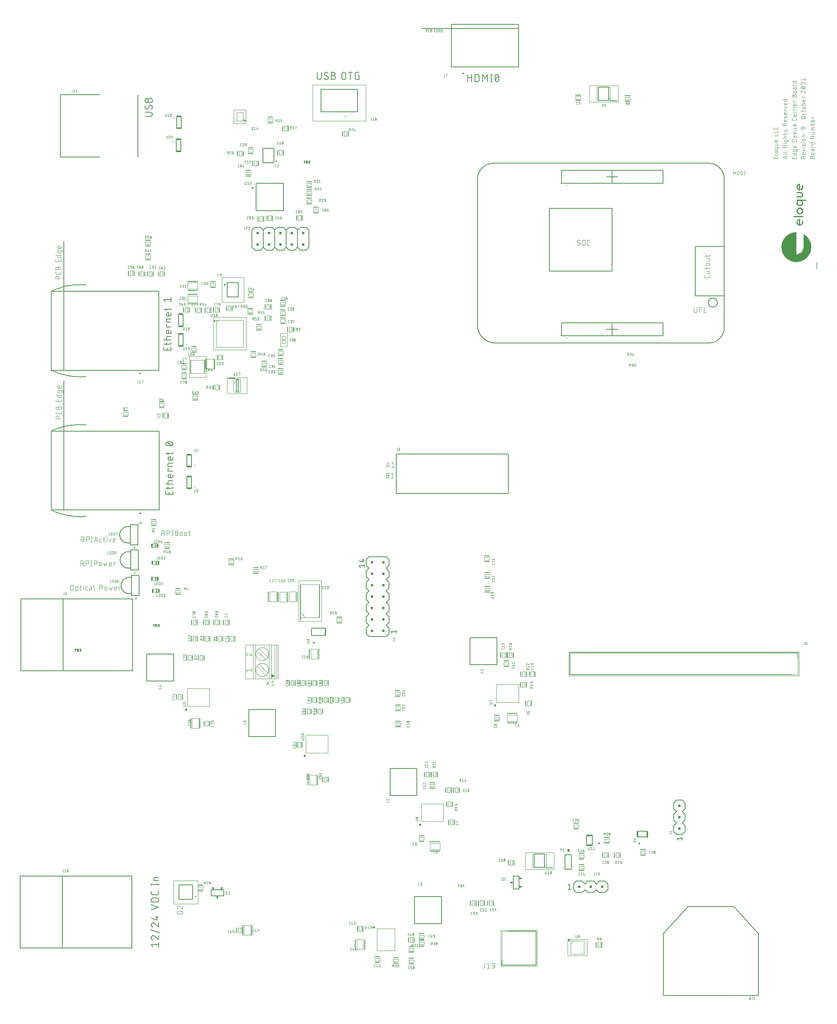
<source format=gbr>
G04 EAGLE Gerber RS-274X export*
G75*
%MOMM*%
%FSLAX34Y34*%
%LPD*%
%INSilkscreen Top*%
%IPPOS*%
%AMOC8*
5,1,8,0,0,1.08239X$1,22.5*%
G01*
%ADD10C,0.101600*%
%ADD11R,0.025400X0.203200*%
%ADD12R,0.025400X0.228600*%
%ADD13R,0.025400X1.219200*%
%ADD14R,0.025400X1.727200*%
%ADD15R,0.025400X1.752600*%
%ADD16R,0.025400X2.159000*%
%ADD17R,0.025400X2.489200*%
%ADD18R,0.025400X2.514600*%
%ADD19R,0.025400X2.743200*%
%ADD20R,0.025400X2.997200*%
%ADD21R,0.025400X3.022600*%
%ADD22R,0.025400X3.251200*%
%ADD23R,0.025400X3.505200*%
%ADD24R,0.025400X3.632200*%
%ADD25R,0.025400X3.886200*%
%ADD26R,0.025400X4.013200*%
%ADD27R,0.025400X4.140200*%
%ADD28R,0.025400X4.165600*%
%ADD29R,0.025400X4.343400*%
%ADD30R,0.025400X4.521200*%
%ADD31R,0.025400X4.648200*%
%ADD32R,0.025400X4.775200*%
%ADD33R,0.025400X4.902200*%
%ADD34R,0.025400X0.050800*%
%ADD35R,0.025400X4.953000*%
%ADD36R,0.025400X0.127000*%
%ADD37R,0.025400X4.978400*%
%ADD38R,0.025400X5.029200*%
%ADD39R,0.025400X0.177800*%
%ADD40R,0.025400X5.054600*%
%ADD41R,0.025400X5.156200*%
%ADD42R,0.025400X5.181600*%
%ADD43R,0.025400X5.283200*%
%ADD44R,0.025400X0.254000*%
%ADD45R,0.025400X5.410200*%
%ADD46R,0.025400X5.537200*%
%ADD47R,0.025400X5.664200*%
%ADD48R,0.025400X5.689600*%
%ADD49R,0.025400X2.692400*%
%ADD50R,0.025400X2.413000*%
%ADD51R,0.025400X2.362200*%
%ADD52R,0.025400X2.387600*%
%ADD53R,0.025400X2.311400*%
%ADD54R,0.025400X0.584200*%
%ADD55R,0.025400X0.508000*%
%ADD56R,0.025400X0.457200*%
%ADD57R,0.025400X0.558800*%
%ADD58R,0.025400X2.286000*%
%ADD59R,0.025400X2.184400*%
%ADD60R,0.025400X0.838200*%
%ADD61R,0.025400X0.762000*%
%ADD62R,0.025400X0.711200*%
%ADD63R,0.025400X0.812800*%
%ADD64R,0.025400X0.279400*%
%ADD65R,0.025400X0.787400*%
%ADD66R,0.025400X2.108200*%
%ADD67R,0.025400X0.939800*%
%ADD68R,0.025400X0.965200*%
%ADD69R,0.025400X1.193800*%
%ADD70R,0.025400X1.016000*%
%ADD71R,0.025400X2.032000*%
%ADD72R,0.025400X0.330200*%
%ADD73R,0.025400X0.406400*%
%ADD74R,0.025400X0.381000*%
%ADD75R,0.025400X0.533400*%
%ADD76R,0.025400X2.057400*%
%ADD77R,0.025400X0.304800*%
%ADD78R,0.025400X1.955800*%
%ADD79R,0.025400X1.930400*%
%ADD80R,0.025400X1.905000*%
%ADD81R,0.025400X1.828800*%
%ADD82R,0.025400X1.803400*%
%ADD83R,0.025400X1.778000*%
%ADD84R,0.025400X1.854200*%
%ADD85R,0.025400X1.447800*%
%ADD86R,0.025400X1.549400*%
%ADD87R,0.025400X1.473200*%
%ADD88R,0.025400X1.397000*%
%ADD89R,0.025400X1.701800*%
%ADD90R,0.025400X1.270000*%
%ADD91R,0.025400X1.651000*%
%ADD92R,0.025400X0.889000*%
%ADD93R,0.025400X0.609600*%
%ADD94R,0.025400X0.635000*%
%ADD95R,0.025400X1.676400*%
%ADD96R,0.025400X6.705600*%
%ADD97R,0.025400X6.604000*%
%ADD98R,0.025400X6.553200*%
%ADD99R,0.025400X6.477000*%
%ADD100R,0.025400X0.076200*%
%ADD101R,0.025400X6.426200*%
%ADD102R,0.025400X6.400800*%
%ADD103R,0.025400X6.375400*%
%ADD104R,0.025400X6.299200*%
%ADD105R,0.025400X6.223000*%
%ADD106R,0.025400X6.172200*%
%ADD107R,0.025400X6.096000*%
%ADD108R,0.025400X6.045200*%
%ADD109R,0.025400X5.943600*%
%ADD110R,0.025400X5.918200*%
%ADD111R,0.025400X5.842000*%
%ADD112R,0.025400X5.791200*%
%ADD113R,0.025400X4.394200*%
%ADD114R,0.025400X4.191000*%
%ADD115C,0.000000*%
%ADD116C,0.076200*%
%ADD117C,0.152400*%
%ADD118C,0.050800*%
%ADD119C,0.127000*%
%ADD120C,0.120000*%
%ADD121C,0.050000*%
%ADD122C,0.100000*%
%ADD123C,0.200000*%
%ADD124R,0.584200X0.457200*%
%ADD125R,0.457200X0.584200*%
%ADD126R,0.508000X0.508000*%
%ADD127R,0.400000X0.900000*%
%ADD128R,0.300000X0.150000*%
%ADD129R,0.300000X0.300000*%
%ADD130C,0.500000*%
%ADD131C,0.250000*%
%ADD132C,0.100000*%
%ADD133C,0.200000*%
%ADD134C,0.300000*%

G36*
X468257Y753798D02*
X468257Y753798D01*
X468279Y753796D01*
X468378Y753825D01*
X468431Y753836D01*
X468440Y753843D01*
X468452Y753846D01*
X474802Y757021D01*
X474855Y757063D01*
X474913Y757097D01*
X474933Y757124D01*
X474960Y757145D01*
X474993Y757203D01*
X475033Y757257D01*
X475041Y757290D01*
X475058Y757320D01*
X475065Y757387D01*
X475082Y757452D01*
X475077Y757485D01*
X475080Y757519D01*
X475061Y757584D01*
X475051Y757650D01*
X475033Y757679D01*
X475024Y757711D01*
X474981Y757763D01*
X474946Y757821D01*
X474917Y757843D01*
X474898Y757867D01*
X474854Y757890D01*
X474802Y757929D01*
X468452Y761104D01*
X468430Y761109D01*
X468412Y761122D01*
X468334Y761136D01*
X468258Y761156D01*
X468236Y761153D01*
X468215Y761157D01*
X468138Y761140D01*
X468060Y761130D01*
X468041Y761118D01*
X468019Y761114D01*
X467955Y761068D01*
X467887Y761028D01*
X467874Y761010D01*
X467856Y760998D01*
X467814Y760931D01*
X467767Y760868D01*
X467761Y760846D01*
X467750Y760827D01*
X467731Y760726D01*
X467718Y760673D01*
X467720Y760662D01*
X467718Y760650D01*
X467718Y754300D01*
X467722Y754278D01*
X467720Y754256D01*
X467742Y754181D01*
X467757Y754104D01*
X467770Y754085D01*
X467776Y754064D01*
X467826Y754003D01*
X467870Y753938D01*
X467889Y753926D01*
X467903Y753908D01*
X467972Y753871D01*
X468038Y753828D01*
X468060Y753825D01*
X468079Y753814D01*
X468158Y753807D01*
X468235Y753793D01*
X468257Y753798D01*
G37*
D10*
X222742Y1070204D02*
X222742Y1081888D01*
X225988Y1081888D01*
X226101Y1081886D01*
X226214Y1081880D01*
X226327Y1081870D01*
X226440Y1081856D01*
X226552Y1081839D01*
X226663Y1081817D01*
X226773Y1081792D01*
X226883Y1081762D01*
X226991Y1081729D01*
X227098Y1081692D01*
X227204Y1081652D01*
X227308Y1081607D01*
X227411Y1081559D01*
X227512Y1081508D01*
X227611Y1081453D01*
X227708Y1081395D01*
X227803Y1081333D01*
X227896Y1081268D01*
X227986Y1081200D01*
X228074Y1081129D01*
X228160Y1081054D01*
X228243Y1080977D01*
X228323Y1080897D01*
X228400Y1080814D01*
X228475Y1080728D01*
X228546Y1080640D01*
X228614Y1080550D01*
X228679Y1080457D01*
X228741Y1080362D01*
X228799Y1080265D01*
X228854Y1080166D01*
X228905Y1080065D01*
X228953Y1079962D01*
X228998Y1079858D01*
X229038Y1079752D01*
X229075Y1079645D01*
X229108Y1079537D01*
X229138Y1079427D01*
X229163Y1079317D01*
X229185Y1079206D01*
X229202Y1079094D01*
X229216Y1078981D01*
X229226Y1078868D01*
X229232Y1078755D01*
X229234Y1078642D01*
X229232Y1078529D01*
X229226Y1078416D01*
X229216Y1078303D01*
X229202Y1078190D01*
X229185Y1078078D01*
X229163Y1077967D01*
X229138Y1077857D01*
X229108Y1077747D01*
X229075Y1077639D01*
X229038Y1077532D01*
X228998Y1077426D01*
X228953Y1077322D01*
X228905Y1077219D01*
X228854Y1077118D01*
X228799Y1077019D01*
X228741Y1076922D01*
X228679Y1076827D01*
X228614Y1076734D01*
X228546Y1076644D01*
X228475Y1076556D01*
X228400Y1076470D01*
X228323Y1076387D01*
X228243Y1076307D01*
X228160Y1076230D01*
X228074Y1076155D01*
X227986Y1076084D01*
X227896Y1076016D01*
X227803Y1075951D01*
X227708Y1075889D01*
X227611Y1075831D01*
X227512Y1075776D01*
X227411Y1075725D01*
X227308Y1075677D01*
X227204Y1075632D01*
X227098Y1075592D01*
X226991Y1075555D01*
X226883Y1075522D01*
X226773Y1075492D01*
X226663Y1075467D01*
X226552Y1075445D01*
X226440Y1075428D01*
X226327Y1075414D01*
X226214Y1075404D01*
X226101Y1075398D01*
X225988Y1075396D01*
X225988Y1075397D02*
X222742Y1075397D01*
X226637Y1075397D02*
X229233Y1070204D01*
X234649Y1070204D02*
X234649Y1081888D01*
X237894Y1081888D01*
X238007Y1081886D01*
X238120Y1081880D01*
X238233Y1081870D01*
X238346Y1081856D01*
X238458Y1081839D01*
X238569Y1081817D01*
X238679Y1081792D01*
X238789Y1081762D01*
X238897Y1081729D01*
X239004Y1081692D01*
X239110Y1081652D01*
X239214Y1081607D01*
X239317Y1081559D01*
X239418Y1081508D01*
X239517Y1081453D01*
X239614Y1081395D01*
X239709Y1081333D01*
X239802Y1081268D01*
X239892Y1081200D01*
X239980Y1081129D01*
X240066Y1081054D01*
X240149Y1080977D01*
X240229Y1080897D01*
X240306Y1080814D01*
X240381Y1080728D01*
X240452Y1080640D01*
X240520Y1080550D01*
X240585Y1080457D01*
X240647Y1080362D01*
X240705Y1080265D01*
X240760Y1080166D01*
X240811Y1080065D01*
X240859Y1079962D01*
X240904Y1079858D01*
X240944Y1079752D01*
X240981Y1079645D01*
X241014Y1079537D01*
X241044Y1079427D01*
X241069Y1079317D01*
X241091Y1079206D01*
X241108Y1079094D01*
X241122Y1078981D01*
X241132Y1078868D01*
X241138Y1078755D01*
X241140Y1078642D01*
X241138Y1078529D01*
X241132Y1078416D01*
X241122Y1078303D01*
X241108Y1078190D01*
X241091Y1078078D01*
X241069Y1077967D01*
X241044Y1077857D01*
X241014Y1077747D01*
X240981Y1077639D01*
X240944Y1077532D01*
X240904Y1077426D01*
X240859Y1077322D01*
X240811Y1077219D01*
X240760Y1077118D01*
X240705Y1077019D01*
X240647Y1076922D01*
X240585Y1076827D01*
X240520Y1076734D01*
X240452Y1076644D01*
X240381Y1076556D01*
X240306Y1076470D01*
X240229Y1076387D01*
X240149Y1076307D01*
X240066Y1076230D01*
X239980Y1076155D01*
X239892Y1076084D01*
X239802Y1076016D01*
X239709Y1075951D01*
X239614Y1075889D01*
X239517Y1075831D01*
X239418Y1075776D01*
X239317Y1075725D01*
X239214Y1075677D01*
X239110Y1075632D01*
X239004Y1075592D01*
X238897Y1075555D01*
X238789Y1075522D01*
X238679Y1075492D01*
X238569Y1075467D01*
X238458Y1075445D01*
X238346Y1075428D01*
X238233Y1075414D01*
X238120Y1075404D01*
X238007Y1075398D01*
X237894Y1075396D01*
X237894Y1075397D02*
X234649Y1075397D01*
X246488Y1070204D02*
X246488Y1081888D01*
X245190Y1070204D02*
X247786Y1070204D01*
X247786Y1081888D02*
X245190Y1081888D01*
X252937Y1076695D02*
X256182Y1076695D01*
X256182Y1076696D02*
X256295Y1076694D01*
X256408Y1076688D01*
X256521Y1076678D01*
X256634Y1076664D01*
X256746Y1076647D01*
X256857Y1076625D01*
X256967Y1076600D01*
X257077Y1076570D01*
X257185Y1076537D01*
X257292Y1076500D01*
X257398Y1076460D01*
X257502Y1076415D01*
X257605Y1076367D01*
X257706Y1076316D01*
X257805Y1076261D01*
X257902Y1076203D01*
X257997Y1076141D01*
X258090Y1076076D01*
X258180Y1076008D01*
X258268Y1075937D01*
X258354Y1075862D01*
X258437Y1075785D01*
X258517Y1075705D01*
X258594Y1075622D01*
X258669Y1075536D01*
X258740Y1075448D01*
X258808Y1075358D01*
X258873Y1075265D01*
X258935Y1075170D01*
X258993Y1075073D01*
X259048Y1074974D01*
X259099Y1074873D01*
X259147Y1074770D01*
X259192Y1074666D01*
X259232Y1074560D01*
X259269Y1074453D01*
X259302Y1074345D01*
X259332Y1074235D01*
X259357Y1074125D01*
X259379Y1074014D01*
X259396Y1073902D01*
X259410Y1073789D01*
X259420Y1073676D01*
X259426Y1073563D01*
X259428Y1073450D01*
X259426Y1073337D01*
X259420Y1073224D01*
X259410Y1073111D01*
X259396Y1072998D01*
X259379Y1072886D01*
X259357Y1072775D01*
X259332Y1072665D01*
X259302Y1072555D01*
X259269Y1072447D01*
X259232Y1072340D01*
X259192Y1072234D01*
X259147Y1072130D01*
X259099Y1072027D01*
X259048Y1071926D01*
X258993Y1071827D01*
X258935Y1071730D01*
X258873Y1071635D01*
X258808Y1071542D01*
X258740Y1071452D01*
X258669Y1071364D01*
X258594Y1071278D01*
X258517Y1071195D01*
X258437Y1071115D01*
X258354Y1071038D01*
X258268Y1070963D01*
X258180Y1070892D01*
X258090Y1070824D01*
X257997Y1070759D01*
X257902Y1070697D01*
X257805Y1070639D01*
X257706Y1070584D01*
X257605Y1070533D01*
X257502Y1070485D01*
X257398Y1070440D01*
X257292Y1070400D01*
X257185Y1070363D01*
X257077Y1070330D01*
X256967Y1070300D01*
X256857Y1070275D01*
X256746Y1070253D01*
X256634Y1070236D01*
X256521Y1070222D01*
X256408Y1070212D01*
X256295Y1070206D01*
X256182Y1070204D01*
X252937Y1070204D01*
X252937Y1081888D01*
X256182Y1081888D01*
X256283Y1081886D01*
X256383Y1081880D01*
X256483Y1081870D01*
X256583Y1081857D01*
X256682Y1081839D01*
X256781Y1081818D01*
X256878Y1081793D01*
X256975Y1081764D01*
X257070Y1081731D01*
X257164Y1081695D01*
X257256Y1081655D01*
X257347Y1081612D01*
X257436Y1081565D01*
X257523Y1081515D01*
X257609Y1081461D01*
X257692Y1081404D01*
X257772Y1081344D01*
X257851Y1081281D01*
X257927Y1081214D01*
X258000Y1081145D01*
X258070Y1081073D01*
X258138Y1080999D01*
X258203Y1080922D01*
X258264Y1080842D01*
X258323Y1080760D01*
X258378Y1080676D01*
X258430Y1080590D01*
X258479Y1080502D01*
X258524Y1080412D01*
X258566Y1080320D01*
X258604Y1080227D01*
X258638Y1080132D01*
X258669Y1080037D01*
X258696Y1079940D01*
X258719Y1079842D01*
X258739Y1079743D01*
X258754Y1079643D01*
X258766Y1079543D01*
X258774Y1079443D01*
X258778Y1079342D01*
X258778Y1079242D01*
X258774Y1079141D01*
X258766Y1079041D01*
X258754Y1078941D01*
X258739Y1078841D01*
X258719Y1078742D01*
X258696Y1078644D01*
X258669Y1078547D01*
X258638Y1078452D01*
X258604Y1078357D01*
X258566Y1078264D01*
X258524Y1078172D01*
X258479Y1078082D01*
X258430Y1077994D01*
X258378Y1077908D01*
X258323Y1077824D01*
X258264Y1077742D01*
X258203Y1077662D01*
X258138Y1077585D01*
X258070Y1077511D01*
X258000Y1077439D01*
X257927Y1077370D01*
X257851Y1077303D01*
X257772Y1077240D01*
X257692Y1077180D01*
X257609Y1077123D01*
X257523Y1077069D01*
X257436Y1077019D01*
X257347Y1076972D01*
X257256Y1076929D01*
X257164Y1076889D01*
X257070Y1076853D01*
X256975Y1076820D01*
X256878Y1076791D01*
X256781Y1076766D01*
X256682Y1076745D01*
X256583Y1076727D01*
X256483Y1076714D01*
X256383Y1076704D01*
X256283Y1076698D01*
X256182Y1076696D01*
X263703Y1075397D02*
X263703Y1072800D01*
X263704Y1075397D02*
X263706Y1075498D01*
X263712Y1075598D01*
X263722Y1075698D01*
X263735Y1075798D01*
X263753Y1075897D01*
X263774Y1075996D01*
X263799Y1076093D01*
X263828Y1076190D01*
X263861Y1076285D01*
X263897Y1076379D01*
X263937Y1076471D01*
X263980Y1076562D01*
X264027Y1076651D01*
X264077Y1076738D01*
X264131Y1076824D01*
X264188Y1076907D01*
X264248Y1076987D01*
X264311Y1077066D01*
X264378Y1077142D01*
X264447Y1077215D01*
X264519Y1077285D01*
X264593Y1077353D01*
X264670Y1077418D01*
X264750Y1077479D01*
X264832Y1077538D01*
X264916Y1077593D01*
X265002Y1077645D01*
X265090Y1077694D01*
X265180Y1077739D01*
X265272Y1077781D01*
X265365Y1077819D01*
X265460Y1077853D01*
X265555Y1077884D01*
X265652Y1077911D01*
X265750Y1077934D01*
X265849Y1077954D01*
X265949Y1077969D01*
X266049Y1077981D01*
X266149Y1077989D01*
X266250Y1077993D01*
X266350Y1077993D01*
X266451Y1077989D01*
X266551Y1077981D01*
X266651Y1077969D01*
X266751Y1077954D01*
X266850Y1077934D01*
X266948Y1077911D01*
X267045Y1077884D01*
X267140Y1077853D01*
X267235Y1077819D01*
X267328Y1077781D01*
X267420Y1077739D01*
X267510Y1077694D01*
X267598Y1077645D01*
X267684Y1077593D01*
X267768Y1077538D01*
X267850Y1077479D01*
X267930Y1077418D01*
X268007Y1077353D01*
X268081Y1077285D01*
X268153Y1077215D01*
X268222Y1077142D01*
X268289Y1077066D01*
X268352Y1076987D01*
X268412Y1076907D01*
X268469Y1076824D01*
X268523Y1076738D01*
X268573Y1076651D01*
X268620Y1076562D01*
X268663Y1076471D01*
X268703Y1076379D01*
X268739Y1076285D01*
X268772Y1076190D01*
X268801Y1076093D01*
X268826Y1075996D01*
X268847Y1075897D01*
X268865Y1075798D01*
X268878Y1075698D01*
X268888Y1075598D01*
X268894Y1075498D01*
X268896Y1075397D01*
X268896Y1072800D01*
X268894Y1072699D01*
X268888Y1072599D01*
X268878Y1072499D01*
X268865Y1072399D01*
X268847Y1072300D01*
X268826Y1072201D01*
X268801Y1072104D01*
X268772Y1072007D01*
X268739Y1071912D01*
X268703Y1071818D01*
X268663Y1071726D01*
X268620Y1071635D01*
X268573Y1071546D01*
X268523Y1071459D01*
X268469Y1071373D01*
X268412Y1071290D01*
X268352Y1071210D01*
X268289Y1071131D01*
X268222Y1071055D01*
X268153Y1070982D01*
X268081Y1070912D01*
X268007Y1070844D01*
X267930Y1070779D01*
X267850Y1070718D01*
X267768Y1070659D01*
X267684Y1070604D01*
X267598Y1070552D01*
X267510Y1070503D01*
X267420Y1070458D01*
X267328Y1070416D01*
X267235Y1070378D01*
X267140Y1070344D01*
X267045Y1070313D01*
X266948Y1070286D01*
X266850Y1070263D01*
X266751Y1070243D01*
X266651Y1070228D01*
X266551Y1070216D01*
X266451Y1070208D01*
X266350Y1070204D01*
X266250Y1070204D01*
X266149Y1070208D01*
X266049Y1070216D01*
X265949Y1070228D01*
X265849Y1070243D01*
X265750Y1070263D01*
X265652Y1070286D01*
X265555Y1070313D01*
X265460Y1070344D01*
X265365Y1070378D01*
X265272Y1070416D01*
X265180Y1070458D01*
X265090Y1070503D01*
X265002Y1070552D01*
X264916Y1070604D01*
X264832Y1070659D01*
X264750Y1070718D01*
X264670Y1070779D01*
X264593Y1070844D01*
X264519Y1070912D01*
X264447Y1070982D01*
X264378Y1071055D01*
X264311Y1071131D01*
X264248Y1071210D01*
X264188Y1071290D01*
X264131Y1071373D01*
X264077Y1071459D01*
X264027Y1071546D01*
X263980Y1071635D01*
X263937Y1071726D01*
X263897Y1071818D01*
X263861Y1071912D01*
X263828Y1072007D01*
X263799Y1072104D01*
X263774Y1072201D01*
X263753Y1072300D01*
X263735Y1072399D01*
X263722Y1072499D01*
X263712Y1072599D01*
X263706Y1072699D01*
X263704Y1072800D01*
X273609Y1072800D02*
X273609Y1075397D01*
X273610Y1075397D02*
X273612Y1075498D01*
X273618Y1075598D01*
X273628Y1075698D01*
X273641Y1075798D01*
X273659Y1075897D01*
X273680Y1075996D01*
X273705Y1076093D01*
X273734Y1076190D01*
X273767Y1076285D01*
X273803Y1076379D01*
X273843Y1076471D01*
X273886Y1076562D01*
X273933Y1076651D01*
X273983Y1076738D01*
X274037Y1076824D01*
X274094Y1076907D01*
X274154Y1076987D01*
X274217Y1077066D01*
X274284Y1077142D01*
X274353Y1077215D01*
X274425Y1077285D01*
X274499Y1077353D01*
X274576Y1077418D01*
X274656Y1077479D01*
X274738Y1077538D01*
X274822Y1077593D01*
X274908Y1077645D01*
X274996Y1077694D01*
X275086Y1077739D01*
X275178Y1077781D01*
X275271Y1077819D01*
X275366Y1077853D01*
X275461Y1077884D01*
X275558Y1077911D01*
X275656Y1077934D01*
X275755Y1077954D01*
X275855Y1077969D01*
X275955Y1077981D01*
X276055Y1077989D01*
X276156Y1077993D01*
X276256Y1077993D01*
X276357Y1077989D01*
X276457Y1077981D01*
X276557Y1077969D01*
X276657Y1077954D01*
X276756Y1077934D01*
X276854Y1077911D01*
X276951Y1077884D01*
X277046Y1077853D01*
X277141Y1077819D01*
X277234Y1077781D01*
X277326Y1077739D01*
X277416Y1077694D01*
X277504Y1077645D01*
X277590Y1077593D01*
X277674Y1077538D01*
X277756Y1077479D01*
X277836Y1077418D01*
X277913Y1077353D01*
X277987Y1077285D01*
X278059Y1077215D01*
X278128Y1077142D01*
X278195Y1077066D01*
X278258Y1076987D01*
X278318Y1076907D01*
X278375Y1076824D01*
X278429Y1076738D01*
X278479Y1076651D01*
X278526Y1076562D01*
X278569Y1076471D01*
X278609Y1076379D01*
X278645Y1076285D01*
X278678Y1076190D01*
X278707Y1076093D01*
X278732Y1075996D01*
X278753Y1075897D01*
X278771Y1075798D01*
X278784Y1075698D01*
X278794Y1075598D01*
X278800Y1075498D01*
X278802Y1075397D01*
X278802Y1072800D01*
X278800Y1072699D01*
X278794Y1072599D01*
X278784Y1072499D01*
X278771Y1072399D01*
X278753Y1072300D01*
X278732Y1072201D01*
X278707Y1072104D01*
X278678Y1072007D01*
X278645Y1071912D01*
X278609Y1071818D01*
X278569Y1071726D01*
X278526Y1071635D01*
X278479Y1071546D01*
X278429Y1071459D01*
X278375Y1071373D01*
X278318Y1071290D01*
X278258Y1071210D01*
X278195Y1071131D01*
X278128Y1071055D01*
X278059Y1070982D01*
X277987Y1070912D01*
X277913Y1070844D01*
X277836Y1070779D01*
X277756Y1070718D01*
X277674Y1070659D01*
X277590Y1070604D01*
X277504Y1070552D01*
X277416Y1070503D01*
X277326Y1070458D01*
X277234Y1070416D01*
X277141Y1070378D01*
X277046Y1070344D01*
X276951Y1070313D01*
X276854Y1070286D01*
X276756Y1070263D01*
X276657Y1070243D01*
X276557Y1070228D01*
X276457Y1070216D01*
X276357Y1070208D01*
X276256Y1070204D01*
X276156Y1070204D01*
X276055Y1070208D01*
X275955Y1070216D01*
X275855Y1070228D01*
X275755Y1070243D01*
X275656Y1070263D01*
X275558Y1070286D01*
X275461Y1070313D01*
X275366Y1070344D01*
X275271Y1070378D01*
X275178Y1070416D01*
X275086Y1070458D01*
X274996Y1070503D01*
X274908Y1070552D01*
X274822Y1070604D01*
X274738Y1070659D01*
X274656Y1070718D01*
X274576Y1070779D01*
X274499Y1070844D01*
X274425Y1070912D01*
X274353Y1070982D01*
X274284Y1071055D01*
X274217Y1071131D01*
X274154Y1071210D01*
X274094Y1071290D01*
X274037Y1071373D01*
X273983Y1071459D01*
X273933Y1071546D01*
X273886Y1071635D01*
X273843Y1071726D01*
X273803Y1071818D01*
X273767Y1071912D01*
X273734Y1072007D01*
X273705Y1072104D01*
X273680Y1072201D01*
X273659Y1072300D01*
X273641Y1072399D01*
X273628Y1072499D01*
X273618Y1072599D01*
X273612Y1072699D01*
X273610Y1072800D01*
X282548Y1077993D02*
X286443Y1077993D01*
X283846Y1081888D02*
X283846Y1072151D01*
X283847Y1072151D02*
X283849Y1072064D01*
X283855Y1071976D01*
X283865Y1071890D01*
X283878Y1071803D01*
X283896Y1071718D01*
X283917Y1071633D01*
X283942Y1071549D01*
X283971Y1071467D01*
X284004Y1071386D01*
X284040Y1071306D01*
X284079Y1071228D01*
X284123Y1071152D01*
X284169Y1071078D01*
X284219Y1071007D01*
X284272Y1070937D01*
X284328Y1070870D01*
X284387Y1070806D01*
X284449Y1070744D01*
X284513Y1070685D01*
X284580Y1070629D01*
X284650Y1070576D01*
X284721Y1070526D01*
X284795Y1070480D01*
X284871Y1070436D01*
X284949Y1070397D01*
X285029Y1070361D01*
X285110Y1070328D01*
X285192Y1070299D01*
X285276Y1070274D01*
X285361Y1070253D01*
X285446Y1070235D01*
X285533Y1070222D01*
X285619Y1070212D01*
X285707Y1070206D01*
X285794Y1070204D01*
X286443Y1070204D01*
X43520Y1067872D02*
X43520Y1056188D01*
X43520Y1067872D02*
X46766Y1067872D01*
X46879Y1067870D01*
X46992Y1067864D01*
X47105Y1067854D01*
X47218Y1067840D01*
X47330Y1067823D01*
X47441Y1067801D01*
X47551Y1067776D01*
X47661Y1067746D01*
X47769Y1067713D01*
X47876Y1067676D01*
X47982Y1067636D01*
X48086Y1067591D01*
X48189Y1067543D01*
X48290Y1067492D01*
X48389Y1067437D01*
X48486Y1067379D01*
X48581Y1067317D01*
X48674Y1067252D01*
X48764Y1067184D01*
X48852Y1067113D01*
X48938Y1067038D01*
X49021Y1066961D01*
X49101Y1066881D01*
X49178Y1066798D01*
X49253Y1066712D01*
X49324Y1066624D01*
X49392Y1066534D01*
X49457Y1066441D01*
X49519Y1066346D01*
X49577Y1066249D01*
X49632Y1066150D01*
X49683Y1066049D01*
X49731Y1065946D01*
X49776Y1065842D01*
X49816Y1065736D01*
X49853Y1065629D01*
X49886Y1065521D01*
X49916Y1065411D01*
X49941Y1065301D01*
X49963Y1065190D01*
X49980Y1065078D01*
X49994Y1064965D01*
X50004Y1064852D01*
X50010Y1064739D01*
X50012Y1064626D01*
X50010Y1064513D01*
X50004Y1064400D01*
X49994Y1064287D01*
X49980Y1064174D01*
X49963Y1064062D01*
X49941Y1063951D01*
X49916Y1063841D01*
X49886Y1063731D01*
X49853Y1063623D01*
X49816Y1063516D01*
X49776Y1063410D01*
X49731Y1063306D01*
X49683Y1063203D01*
X49632Y1063102D01*
X49577Y1063003D01*
X49519Y1062906D01*
X49457Y1062811D01*
X49392Y1062718D01*
X49324Y1062628D01*
X49253Y1062540D01*
X49178Y1062454D01*
X49101Y1062371D01*
X49021Y1062291D01*
X48938Y1062214D01*
X48852Y1062139D01*
X48764Y1062068D01*
X48674Y1062000D01*
X48581Y1061935D01*
X48486Y1061873D01*
X48389Y1061815D01*
X48290Y1061760D01*
X48189Y1061709D01*
X48086Y1061661D01*
X47982Y1061616D01*
X47876Y1061576D01*
X47769Y1061539D01*
X47661Y1061506D01*
X47551Y1061476D01*
X47441Y1061451D01*
X47330Y1061429D01*
X47218Y1061412D01*
X47105Y1061398D01*
X46992Y1061388D01*
X46879Y1061382D01*
X46766Y1061380D01*
X46766Y1061381D02*
X43520Y1061381D01*
X47415Y1061381D02*
X50011Y1056188D01*
X55427Y1056188D02*
X55427Y1067872D01*
X58672Y1067872D01*
X58785Y1067870D01*
X58898Y1067864D01*
X59011Y1067854D01*
X59124Y1067840D01*
X59236Y1067823D01*
X59347Y1067801D01*
X59457Y1067776D01*
X59567Y1067746D01*
X59675Y1067713D01*
X59782Y1067676D01*
X59888Y1067636D01*
X59992Y1067591D01*
X60095Y1067543D01*
X60196Y1067492D01*
X60295Y1067437D01*
X60392Y1067379D01*
X60487Y1067317D01*
X60580Y1067252D01*
X60670Y1067184D01*
X60758Y1067113D01*
X60844Y1067038D01*
X60927Y1066961D01*
X61007Y1066881D01*
X61084Y1066798D01*
X61159Y1066712D01*
X61230Y1066624D01*
X61298Y1066534D01*
X61363Y1066441D01*
X61425Y1066346D01*
X61483Y1066249D01*
X61538Y1066150D01*
X61589Y1066049D01*
X61637Y1065946D01*
X61682Y1065842D01*
X61722Y1065736D01*
X61759Y1065629D01*
X61792Y1065521D01*
X61822Y1065411D01*
X61847Y1065301D01*
X61869Y1065190D01*
X61886Y1065078D01*
X61900Y1064965D01*
X61910Y1064852D01*
X61916Y1064739D01*
X61918Y1064626D01*
X61916Y1064513D01*
X61910Y1064400D01*
X61900Y1064287D01*
X61886Y1064174D01*
X61869Y1064062D01*
X61847Y1063951D01*
X61822Y1063841D01*
X61792Y1063731D01*
X61759Y1063623D01*
X61722Y1063516D01*
X61682Y1063410D01*
X61637Y1063306D01*
X61589Y1063203D01*
X61538Y1063102D01*
X61483Y1063003D01*
X61425Y1062906D01*
X61363Y1062811D01*
X61298Y1062718D01*
X61230Y1062628D01*
X61159Y1062540D01*
X61084Y1062454D01*
X61007Y1062371D01*
X60927Y1062291D01*
X60844Y1062214D01*
X60758Y1062139D01*
X60670Y1062068D01*
X60580Y1062000D01*
X60487Y1061935D01*
X60392Y1061873D01*
X60295Y1061815D01*
X60196Y1061760D01*
X60095Y1061709D01*
X59992Y1061661D01*
X59888Y1061616D01*
X59782Y1061576D01*
X59675Y1061539D01*
X59567Y1061506D01*
X59457Y1061476D01*
X59347Y1061451D01*
X59236Y1061429D01*
X59124Y1061412D01*
X59011Y1061398D01*
X58898Y1061388D01*
X58785Y1061382D01*
X58672Y1061380D01*
X58672Y1061381D02*
X55427Y1061381D01*
X67266Y1056188D02*
X67266Y1067872D01*
X65968Y1056188D02*
X68564Y1056188D01*
X68564Y1067872D02*
X65968Y1067872D01*
X76410Y1067872D02*
X72515Y1056188D01*
X80305Y1056188D02*
X76410Y1067872D01*
X79331Y1059109D02*
X73489Y1059109D01*
X86442Y1056188D02*
X89038Y1056188D01*
X86442Y1056188D02*
X86355Y1056190D01*
X86267Y1056196D01*
X86181Y1056206D01*
X86094Y1056219D01*
X86009Y1056237D01*
X85924Y1056258D01*
X85840Y1056283D01*
X85758Y1056312D01*
X85677Y1056345D01*
X85597Y1056381D01*
X85519Y1056420D01*
X85443Y1056464D01*
X85369Y1056510D01*
X85298Y1056560D01*
X85228Y1056613D01*
X85161Y1056669D01*
X85097Y1056728D01*
X85035Y1056790D01*
X84976Y1056854D01*
X84920Y1056921D01*
X84867Y1056991D01*
X84817Y1057062D01*
X84771Y1057136D01*
X84727Y1057212D01*
X84688Y1057290D01*
X84652Y1057370D01*
X84619Y1057451D01*
X84590Y1057533D01*
X84565Y1057617D01*
X84544Y1057702D01*
X84526Y1057787D01*
X84513Y1057874D01*
X84503Y1057960D01*
X84497Y1058048D01*
X84495Y1058135D01*
X84495Y1062030D01*
X84497Y1062117D01*
X84503Y1062205D01*
X84513Y1062291D01*
X84526Y1062378D01*
X84544Y1062463D01*
X84565Y1062548D01*
X84590Y1062632D01*
X84619Y1062714D01*
X84652Y1062795D01*
X84688Y1062875D01*
X84727Y1062953D01*
X84771Y1063029D01*
X84817Y1063103D01*
X84867Y1063174D01*
X84920Y1063244D01*
X84976Y1063311D01*
X85035Y1063375D01*
X85097Y1063437D01*
X85161Y1063496D01*
X85228Y1063552D01*
X85298Y1063605D01*
X85369Y1063655D01*
X85443Y1063701D01*
X85519Y1063745D01*
X85597Y1063784D01*
X85677Y1063820D01*
X85758Y1063853D01*
X85840Y1063882D01*
X85924Y1063907D01*
X86009Y1063928D01*
X86094Y1063946D01*
X86181Y1063959D01*
X86267Y1063969D01*
X86355Y1063975D01*
X86442Y1063977D01*
X89038Y1063977D01*
X92277Y1063977D02*
X96172Y1063977D01*
X93575Y1067872D02*
X93575Y1058135D01*
X93576Y1058135D02*
X93578Y1058048D01*
X93584Y1057960D01*
X93594Y1057874D01*
X93607Y1057787D01*
X93625Y1057702D01*
X93646Y1057617D01*
X93671Y1057533D01*
X93700Y1057451D01*
X93733Y1057370D01*
X93769Y1057290D01*
X93808Y1057212D01*
X93852Y1057136D01*
X93898Y1057062D01*
X93948Y1056991D01*
X94001Y1056921D01*
X94057Y1056854D01*
X94116Y1056790D01*
X94178Y1056728D01*
X94242Y1056669D01*
X94309Y1056613D01*
X94379Y1056560D01*
X94450Y1056510D01*
X94524Y1056464D01*
X94600Y1056420D01*
X94678Y1056381D01*
X94758Y1056345D01*
X94839Y1056312D01*
X94921Y1056283D01*
X95005Y1056258D01*
X95090Y1056237D01*
X95175Y1056219D01*
X95262Y1056206D01*
X95348Y1056196D01*
X95436Y1056190D01*
X95523Y1056188D01*
X96172Y1056188D01*
X100413Y1056188D02*
X100413Y1063977D01*
X100088Y1067223D02*
X100088Y1067872D01*
X100737Y1067872D01*
X100737Y1067223D01*
X100088Y1067223D01*
X104674Y1063977D02*
X107271Y1056188D01*
X109867Y1063977D01*
X116147Y1056188D02*
X119392Y1056188D01*
X116147Y1056188D02*
X116060Y1056190D01*
X115972Y1056196D01*
X115886Y1056206D01*
X115799Y1056219D01*
X115714Y1056237D01*
X115629Y1056258D01*
X115545Y1056283D01*
X115463Y1056312D01*
X115382Y1056345D01*
X115302Y1056381D01*
X115224Y1056420D01*
X115148Y1056464D01*
X115074Y1056510D01*
X115003Y1056560D01*
X114933Y1056613D01*
X114866Y1056669D01*
X114802Y1056728D01*
X114740Y1056790D01*
X114681Y1056854D01*
X114625Y1056921D01*
X114572Y1056991D01*
X114522Y1057062D01*
X114476Y1057136D01*
X114432Y1057212D01*
X114393Y1057290D01*
X114357Y1057370D01*
X114324Y1057451D01*
X114295Y1057533D01*
X114270Y1057617D01*
X114249Y1057702D01*
X114231Y1057787D01*
X114218Y1057874D01*
X114208Y1057960D01*
X114202Y1058048D01*
X114200Y1058135D01*
X114199Y1058135D02*
X114199Y1061381D01*
X114200Y1061381D02*
X114202Y1061482D01*
X114208Y1061582D01*
X114218Y1061682D01*
X114231Y1061782D01*
X114249Y1061881D01*
X114270Y1061980D01*
X114295Y1062077D01*
X114324Y1062174D01*
X114357Y1062269D01*
X114393Y1062363D01*
X114433Y1062455D01*
X114476Y1062546D01*
X114523Y1062635D01*
X114573Y1062722D01*
X114627Y1062808D01*
X114684Y1062891D01*
X114744Y1062971D01*
X114807Y1063050D01*
X114874Y1063126D01*
X114943Y1063199D01*
X115015Y1063269D01*
X115089Y1063337D01*
X115166Y1063402D01*
X115246Y1063463D01*
X115328Y1063522D01*
X115412Y1063577D01*
X115498Y1063629D01*
X115586Y1063678D01*
X115676Y1063723D01*
X115768Y1063765D01*
X115861Y1063803D01*
X115956Y1063837D01*
X116051Y1063868D01*
X116148Y1063895D01*
X116246Y1063918D01*
X116345Y1063938D01*
X116445Y1063953D01*
X116545Y1063965D01*
X116645Y1063973D01*
X116746Y1063977D01*
X116846Y1063977D01*
X116947Y1063973D01*
X117047Y1063965D01*
X117147Y1063953D01*
X117247Y1063938D01*
X117346Y1063918D01*
X117444Y1063895D01*
X117541Y1063868D01*
X117636Y1063837D01*
X117731Y1063803D01*
X117824Y1063765D01*
X117916Y1063723D01*
X118006Y1063678D01*
X118094Y1063629D01*
X118180Y1063577D01*
X118264Y1063522D01*
X118346Y1063463D01*
X118426Y1063402D01*
X118503Y1063337D01*
X118577Y1063269D01*
X118649Y1063199D01*
X118718Y1063126D01*
X118785Y1063050D01*
X118848Y1062971D01*
X118908Y1062891D01*
X118965Y1062808D01*
X119019Y1062722D01*
X119069Y1062635D01*
X119116Y1062546D01*
X119159Y1062455D01*
X119199Y1062363D01*
X119235Y1062269D01*
X119268Y1062174D01*
X119297Y1062077D01*
X119322Y1061980D01*
X119343Y1061881D01*
X119361Y1061782D01*
X119374Y1061682D01*
X119384Y1061582D01*
X119390Y1061482D01*
X119392Y1061381D01*
X119392Y1060083D01*
X114199Y1060083D01*
X42520Y1014222D02*
X42520Y1002538D01*
X42520Y1014222D02*
X45766Y1014222D01*
X45879Y1014220D01*
X45992Y1014214D01*
X46105Y1014204D01*
X46218Y1014190D01*
X46330Y1014173D01*
X46441Y1014151D01*
X46551Y1014126D01*
X46661Y1014096D01*
X46769Y1014063D01*
X46876Y1014026D01*
X46982Y1013986D01*
X47086Y1013941D01*
X47189Y1013893D01*
X47290Y1013842D01*
X47389Y1013787D01*
X47486Y1013729D01*
X47581Y1013667D01*
X47674Y1013602D01*
X47764Y1013534D01*
X47852Y1013463D01*
X47938Y1013388D01*
X48021Y1013311D01*
X48101Y1013231D01*
X48178Y1013148D01*
X48253Y1013062D01*
X48324Y1012974D01*
X48392Y1012884D01*
X48457Y1012791D01*
X48519Y1012696D01*
X48577Y1012599D01*
X48632Y1012500D01*
X48683Y1012399D01*
X48731Y1012296D01*
X48776Y1012192D01*
X48816Y1012086D01*
X48853Y1011979D01*
X48886Y1011871D01*
X48916Y1011761D01*
X48941Y1011651D01*
X48963Y1011540D01*
X48980Y1011428D01*
X48994Y1011315D01*
X49004Y1011202D01*
X49010Y1011089D01*
X49012Y1010976D01*
X49010Y1010863D01*
X49004Y1010750D01*
X48994Y1010637D01*
X48980Y1010524D01*
X48963Y1010412D01*
X48941Y1010301D01*
X48916Y1010191D01*
X48886Y1010081D01*
X48853Y1009973D01*
X48816Y1009866D01*
X48776Y1009760D01*
X48731Y1009656D01*
X48683Y1009553D01*
X48632Y1009452D01*
X48577Y1009353D01*
X48519Y1009256D01*
X48457Y1009161D01*
X48392Y1009068D01*
X48324Y1008978D01*
X48253Y1008890D01*
X48178Y1008804D01*
X48101Y1008721D01*
X48021Y1008641D01*
X47938Y1008564D01*
X47852Y1008489D01*
X47764Y1008418D01*
X47674Y1008350D01*
X47581Y1008285D01*
X47486Y1008223D01*
X47389Y1008165D01*
X47290Y1008110D01*
X47189Y1008059D01*
X47086Y1008011D01*
X46982Y1007966D01*
X46876Y1007926D01*
X46769Y1007889D01*
X46661Y1007856D01*
X46551Y1007826D01*
X46441Y1007801D01*
X46330Y1007779D01*
X46218Y1007762D01*
X46105Y1007748D01*
X45992Y1007738D01*
X45879Y1007732D01*
X45766Y1007730D01*
X45766Y1007731D02*
X42520Y1007731D01*
X46415Y1007731D02*
X49011Y1002538D01*
X54427Y1002538D02*
X54427Y1014222D01*
X57672Y1014222D01*
X57785Y1014220D01*
X57898Y1014214D01*
X58011Y1014204D01*
X58124Y1014190D01*
X58236Y1014173D01*
X58347Y1014151D01*
X58457Y1014126D01*
X58567Y1014096D01*
X58675Y1014063D01*
X58782Y1014026D01*
X58888Y1013986D01*
X58992Y1013941D01*
X59095Y1013893D01*
X59196Y1013842D01*
X59295Y1013787D01*
X59392Y1013729D01*
X59487Y1013667D01*
X59580Y1013602D01*
X59670Y1013534D01*
X59758Y1013463D01*
X59844Y1013388D01*
X59927Y1013311D01*
X60007Y1013231D01*
X60084Y1013148D01*
X60159Y1013062D01*
X60230Y1012974D01*
X60298Y1012884D01*
X60363Y1012791D01*
X60425Y1012696D01*
X60483Y1012599D01*
X60538Y1012500D01*
X60589Y1012399D01*
X60637Y1012296D01*
X60682Y1012192D01*
X60722Y1012086D01*
X60759Y1011979D01*
X60792Y1011871D01*
X60822Y1011761D01*
X60847Y1011651D01*
X60869Y1011540D01*
X60886Y1011428D01*
X60900Y1011315D01*
X60910Y1011202D01*
X60916Y1011089D01*
X60918Y1010976D01*
X60916Y1010863D01*
X60910Y1010750D01*
X60900Y1010637D01*
X60886Y1010524D01*
X60869Y1010412D01*
X60847Y1010301D01*
X60822Y1010191D01*
X60792Y1010081D01*
X60759Y1009973D01*
X60722Y1009866D01*
X60682Y1009760D01*
X60637Y1009656D01*
X60589Y1009553D01*
X60538Y1009452D01*
X60483Y1009353D01*
X60425Y1009256D01*
X60363Y1009161D01*
X60298Y1009068D01*
X60230Y1008978D01*
X60159Y1008890D01*
X60084Y1008804D01*
X60007Y1008721D01*
X59927Y1008641D01*
X59844Y1008564D01*
X59758Y1008489D01*
X59670Y1008418D01*
X59580Y1008350D01*
X59487Y1008285D01*
X59392Y1008223D01*
X59295Y1008165D01*
X59196Y1008110D01*
X59095Y1008059D01*
X58992Y1008011D01*
X58888Y1007966D01*
X58782Y1007926D01*
X58675Y1007889D01*
X58567Y1007856D01*
X58457Y1007826D01*
X58347Y1007801D01*
X58236Y1007779D01*
X58124Y1007762D01*
X58011Y1007748D01*
X57898Y1007738D01*
X57785Y1007732D01*
X57672Y1007730D01*
X57672Y1007731D02*
X54427Y1007731D01*
X66266Y1002538D02*
X66266Y1014222D01*
X64968Y1002538D02*
X67564Y1002538D01*
X67564Y1014222D02*
X64968Y1014222D01*
X72715Y1014222D02*
X72715Y1002538D01*
X72715Y1014222D02*
X75960Y1014222D01*
X76073Y1014220D01*
X76186Y1014214D01*
X76299Y1014204D01*
X76412Y1014190D01*
X76524Y1014173D01*
X76635Y1014151D01*
X76745Y1014126D01*
X76855Y1014096D01*
X76963Y1014063D01*
X77070Y1014026D01*
X77176Y1013986D01*
X77280Y1013941D01*
X77383Y1013893D01*
X77484Y1013842D01*
X77583Y1013787D01*
X77680Y1013729D01*
X77775Y1013667D01*
X77868Y1013602D01*
X77958Y1013534D01*
X78046Y1013463D01*
X78132Y1013388D01*
X78215Y1013311D01*
X78295Y1013231D01*
X78372Y1013148D01*
X78447Y1013062D01*
X78518Y1012974D01*
X78586Y1012884D01*
X78651Y1012791D01*
X78713Y1012696D01*
X78771Y1012599D01*
X78826Y1012500D01*
X78877Y1012399D01*
X78925Y1012296D01*
X78970Y1012192D01*
X79010Y1012086D01*
X79047Y1011979D01*
X79080Y1011871D01*
X79110Y1011761D01*
X79135Y1011651D01*
X79157Y1011540D01*
X79174Y1011428D01*
X79188Y1011315D01*
X79198Y1011202D01*
X79204Y1011089D01*
X79206Y1010976D01*
X79204Y1010863D01*
X79198Y1010750D01*
X79188Y1010637D01*
X79174Y1010524D01*
X79157Y1010412D01*
X79135Y1010301D01*
X79110Y1010191D01*
X79080Y1010081D01*
X79047Y1009973D01*
X79010Y1009866D01*
X78970Y1009760D01*
X78925Y1009656D01*
X78877Y1009553D01*
X78826Y1009452D01*
X78771Y1009353D01*
X78713Y1009256D01*
X78651Y1009161D01*
X78586Y1009068D01*
X78518Y1008978D01*
X78447Y1008890D01*
X78372Y1008804D01*
X78295Y1008721D01*
X78215Y1008641D01*
X78132Y1008564D01*
X78046Y1008489D01*
X77958Y1008418D01*
X77868Y1008350D01*
X77775Y1008285D01*
X77680Y1008223D01*
X77583Y1008165D01*
X77484Y1008110D01*
X77383Y1008059D01*
X77280Y1008011D01*
X77176Y1007966D01*
X77070Y1007926D01*
X76963Y1007889D01*
X76855Y1007856D01*
X76745Y1007826D01*
X76635Y1007801D01*
X76524Y1007779D01*
X76412Y1007762D01*
X76299Y1007748D01*
X76186Y1007738D01*
X76073Y1007732D01*
X75960Y1007730D01*
X75960Y1007731D02*
X72715Y1007731D01*
X83481Y1007731D02*
X83481Y1005134D01*
X83482Y1007731D02*
X83484Y1007832D01*
X83490Y1007932D01*
X83500Y1008032D01*
X83513Y1008132D01*
X83531Y1008231D01*
X83552Y1008330D01*
X83577Y1008427D01*
X83606Y1008524D01*
X83639Y1008619D01*
X83675Y1008713D01*
X83715Y1008805D01*
X83758Y1008896D01*
X83805Y1008985D01*
X83855Y1009072D01*
X83909Y1009158D01*
X83966Y1009241D01*
X84026Y1009321D01*
X84089Y1009400D01*
X84156Y1009476D01*
X84225Y1009549D01*
X84297Y1009619D01*
X84371Y1009687D01*
X84448Y1009752D01*
X84528Y1009813D01*
X84610Y1009872D01*
X84694Y1009927D01*
X84780Y1009979D01*
X84868Y1010028D01*
X84958Y1010073D01*
X85050Y1010115D01*
X85143Y1010153D01*
X85238Y1010187D01*
X85333Y1010218D01*
X85430Y1010245D01*
X85528Y1010268D01*
X85627Y1010288D01*
X85727Y1010303D01*
X85827Y1010315D01*
X85927Y1010323D01*
X86028Y1010327D01*
X86128Y1010327D01*
X86229Y1010323D01*
X86329Y1010315D01*
X86429Y1010303D01*
X86529Y1010288D01*
X86628Y1010268D01*
X86726Y1010245D01*
X86823Y1010218D01*
X86918Y1010187D01*
X87013Y1010153D01*
X87106Y1010115D01*
X87198Y1010073D01*
X87288Y1010028D01*
X87376Y1009979D01*
X87462Y1009927D01*
X87546Y1009872D01*
X87628Y1009813D01*
X87708Y1009752D01*
X87785Y1009687D01*
X87859Y1009619D01*
X87931Y1009549D01*
X88000Y1009476D01*
X88067Y1009400D01*
X88130Y1009321D01*
X88190Y1009241D01*
X88247Y1009158D01*
X88301Y1009072D01*
X88351Y1008985D01*
X88398Y1008896D01*
X88441Y1008805D01*
X88481Y1008713D01*
X88517Y1008619D01*
X88550Y1008524D01*
X88579Y1008427D01*
X88604Y1008330D01*
X88625Y1008231D01*
X88643Y1008132D01*
X88656Y1008032D01*
X88666Y1007932D01*
X88672Y1007832D01*
X88674Y1007731D01*
X88674Y1005134D01*
X88672Y1005033D01*
X88666Y1004933D01*
X88656Y1004833D01*
X88643Y1004733D01*
X88625Y1004634D01*
X88604Y1004535D01*
X88579Y1004438D01*
X88550Y1004341D01*
X88517Y1004246D01*
X88481Y1004152D01*
X88441Y1004060D01*
X88398Y1003969D01*
X88351Y1003880D01*
X88301Y1003793D01*
X88247Y1003707D01*
X88190Y1003624D01*
X88130Y1003544D01*
X88067Y1003465D01*
X88000Y1003389D01*
X87931Y1003316D01*
X87859Y1003246D01*
X87785Y1003178D01*
X87708Y1003113D01*
X87628Y1003052D01*
X87546Y1002993D01*
X87462Y1002938D01*
X87376Y1002886D01*
X87288Y1002837D01*
X87198Y1002792D01*
X87106Y1002750D01*
X87013Y1002712D01*
X86918Y1002678D01*
X86823Y1002647D01*
X86726Y1002620D01*
X86628Y1002597D01*
X86529Y1002577D01*
X86429Y1002562D01*
X86329Y1002550D01*
X86229Y1002542D01*
X86128Y1002538D01*
X86028Y1002538D01*
X85927Y1002542D01*
X85827Y1002550D01*
X85727Y1002562D01*
X85627Y1002577D01*
X85528Y1002597D01*
X85430Y1002620D01*
X85333Y1002647D01*
X85238Y1002678D01*
X85143Y1002712D01*
X85050Y1002750D01*
X84958Y1002792D01*
X84868Y1002837D01*
X84780Y1002886D01*
X84694Y1002938D01*
X84610Y1002993D01*
X84528Y1003052D01*
X84448Y1003113D01*
X84371Y1003178D01*
X84297Y1003246D01*
X84225Y1003316D01*
X84156Y1003389D01*
X84089Y1003465D01*
X84026Y1003544D01*
X83966Y1003624D01*
X83909Y1003707D01*
X83855Y1003793D01*
X83805Y1003880D01*
X83758Y1003969D01*
X83715Y1004060D01*
X83675Y1004152D01*
X83639Y1004246D01*
X83606Y1004341D01*
X83577Y1004438D01*
X83552Y1004535D01*
X83531Y1004634D01*
X83513Y1004733D01*
X83500Y1004833D01*
X83490Y1004933D01*
X83484Y1005033D01*
X83482Y1005134D01*
X93232Y1010327D02*
X95180Y1002538D01*
X97127Y1007731D01*
X99074Y1002538D01*
X101022Y1010327D01*
X107527Y1002538D02*
X110772Y1002538D01*
X107527Y1002538D02*
X107440Y1002540D01*
X107352Y1002546D01*
X107266Y1002556D01*
X107179Y1002569D01*
X107094Y1002587D01*
X107009Y1002608D01*
X106925Y1002633D01*
X106843Y1002662D01*
X106762Y1002695D01*
X106682Y1002731D01*
X106604Y1002770D01*
X106528Y1002814D01*
X106454Y1002860D01*
X106383Y1002910D01*
X106313Y1002963D01*
X106246Y1003019D01*
X106182Y1003078D01*
X106120Y1003140D01*
X106061Y1003204D01*
X106005Y1003271D01*
X105952Y1003341D01*
X105902Y1003412D01*
X105856Y1003486D01*
X105812Y1003562D01*
X105773Y1003640D01*
X105737Y1003720D01*
X105704Y1003801D01*
X105675Y1003883D01*
X105650Y1003967D01*
X105629Y1004052D01*
X105611Y1004137D01*
X105598Y1004224D01*
X105588Y1004310D01*
X105582Y1004398D01*
X105580Y1004485D01*
X105579Y1004485D02*
X105579Y1007731D01*
X105580Y1007731D02*
X105582Y1007832D01*
X105588Y1007932D01*
X105598Y1008032D01*
X105611Y1008132D01*
X105629Y1008231D01*
X105650Y1008330D01*
X105675Y1008427D01*
X105704Y1008524D01*
X105737Y1008619D01*
X105773Y1008713D01*
X105813Y1008805D01*
X105856Y1008896D01*
X105903Y1008985D01*
X105953Y1009072D01*
X106007Y1009158D01*
X106064Y1009241D01*
X106124Y1009321D01*
X106187Y1009400D01*
X106254Y1009476D01*
X106323Y1009549D01*
X106395Y1009619D01*
X106469Y1009687D01*
X106546Y1009752D01*
X106626Y1009813D01*
X106708Y1009872D01*
X106792Y1009927D01*
X106878Y1009979D01*
X106966Y1010028D01*
X107056Y1010073D01*
X107148Y1010115D01*
X107241Y1010153D01*
X107336Y1010187D01*
X107431Y1010218D01*
X107528Y1010245D01*
X107626Y1010268D01*
X107725Y1010288D01*
X107825Y1010303D01*
X107925Y1010315D01*
X108025Y1010323D01*
X108126Y1010327D01*
X108226Y1010327D01*
X108327Y1010323D01*
X108427Y1010315D01*
X108527Y1010303D01*
X108627Y1010288D01*
X108726Y1010268D01*
X108824Y1010245D01*
X108921Y1010218D01*
X109016Y1010187D01*
X109111Y1010153D01*
X109204Y1010115D01*
X109296Y1010073D01*
X109386Y1010028D01*
X109474Y1009979D01*
X109560Y1009927D01*
X109644Y1009872D01*
X109726Y1009813D01*
X109806Y1009752D01*
X109883Y1009687D01*
X109957Y1009619D01*
X110029Y1009549D01*
X110098Y1009476D01*
X110165Y1009400D01*
X110228Y1009321D01*
X110288Y1009241D01*
X110345Y1009158D01*
X110399Y1009072D01*
X110449Y1008985D01*
X110496Y1008896D01*
X110539Y1008805D01*
X110579Y1008713D01*
X110615Y1008619D01*
X110648Y1008524D01*
X110677Y1008427D01*
X110702Y1008330D01*
X110723Y1008231D01*
X110741Y1008132D01*
X110754Y1008032D01*
X110764Y1007932D01*
X110770Y1007832D01*
X110772Y1007731D01*
X110772Y1006433D01*
X105579Y1006433D01*
X115933Y1002538D02*
X115933Y1010327D01*
X119827Y1010327D01*
X119827Y1009029D01*
D11*
X1671562Y1712381D03*
X1671308Y1712381D03*
X1671054Y1712381D03*
D12*
X1670800Y1712254D03*
D13*
X1670546Y1712381D03*
X1670292Y1712381D03*
D14*
X1670038Y1712381D03*
X1669784Y1712381D03*
D15*
X1669530Y1712254D03*
D16*
X1669276Y1712000D03*
X1669022Y1712000D03*
D17*
X1668768Y1712381D03*
X1668514Y1712381D03*
D18*
X1668260Y1712254D03*
D19*
X1668006Y1712381D03*
X1667752Y1712381D03*
D20*
X1667498Y1712381D03*
X1667244Y1712381D03*
D21*
X1666990Y1712254D03*
D22*
X1666736Y1712381D03*
X1666482Y1712381D03*
D23*
X1666228Y1712381D03*
X1665974Y1712381D03*
X1665720Y1712381D03*
D24*
X1665466Y1712254D03*
X1665212Y1712254D03*
D25*
X1664958Y1712254D03*
X1664704Y1712254D03*
X1664450Y1712254D03*
D26*
X1664196Y1712381D03*
X1663942Y1712381D03*
D27*
X1663688Y1712254D03*
X1663434Y1712254D03*
D28*
X1663180Y1712381D03*
D29*
X1662926Y1712000D03*
X1662672Y1712000D03*
D30*
X1662418Y1712381D03*
X1662164Y1712381D03*
X1661910Y1712381D03*
D31*
X1661656Y1712254D03*
X1661402Y1712254D03*
D32*
X1661148Y1712381D03*
X1660894Y1712381D03*
X1660640Y1712381D03*
D33*
X1660386Y1712254D03*
D34*
X1660386Y1815759D03*
D33*
X1660132Y1712254D03*
D34*
X1660132Y1815759D03*
D35*
X1659878Y1712000D03*
D36*
X1659878Y1816140D03*
D35*
X1659624Y1712000D03*
D36*
X1659624Y1816140D03*
D37*
X1659370Y1712127D03*
D36*
X1659370Y1816140D03*
D38*
X1659116Y1712381D03*
D39*
X1659116Y1816394D03*
D40*
X1658862Y1712254D03*
D39*
X1658862Y1816394D03*
D41*
X1658608Y1712254D03*
D39*
X1658608Y1816394D03*
D41*
X1658354Y1712254D03*
D39*
X1658354Y1816394D03*
D42*
X1658100Y1712381D03*
D11*
X1658100Y1816521D03*
D43*
X1657846Y1712381D03*
D44*
X1657846Y1816775D03*
D43*
X1657592Y1712381D03*
D44*
X1657592Y1816775D03*
D45*
X1657338Y1712254D03*
D44*
X1657338Y1816775D03*
D45*
X1657084Y1712254D03*
D44*
X1657084Y1816775D03*
D45*
X1656830Y1712254D03*
D44*
X1656830Y1816775D03*
D45*
X1656576Y1712254D03*
D44*
X1656576Y1816775D03*
D45*
X1656322Y1712254D03*
D44*
X1656322Y1816775D03*
D46*
X1656068Y1712381D03*
D44*
X1656068Y1816775D03*
D46*
X1655814Y1712381D03*
D44*
X1655814Y1816775D03*
D46*
X1655560Y1712381D03*
D44*
X1655560Y1816775D03*
D47*
X1655306Y1712254D03*
D44*
X1655306Y1816775D03*
D47*
X1655052Y1712254D03*
D44*
X1655052Y1816775D03*
D47*
X1654798Y1712254D03*
D44*
X1654798Y1816775D03*
D47*
X1654544Y1712254D03*
D44*
X1654544Y1816775D03*
D48*
X1654290Y1712381D03*
D44*
X1654290Y1816775D03*
D49*
X1654036Y1696887D03*
D44*
X1654036Y1816775D03*
D49*
X1653782Y1696887D03*
D44*
X1653782Y1816775D03*
D50*
X1653528Y1695490D03*
D44*
X1653528Y1816775D03*
D51*
X1653274Y1695236D03*
D44*
X1653274Y1816775D03*
D52*
X1653020Y1695109D03*
D44*
X1653020Y1816775D03*
D53*
X1652766Y1694220D03*
D54*
X1652766Y1767626D03*
D44*
X1652766Y1779945D03*
D55*
X1652766Y1792645D03*
D56*
X1652766Y1809917D03*
D44*
X1652766Y1816775D03*
D57*
X1652766Y1828459D03*
X1652766Y1846239D03*
D53*
X1652512Y1694220D03*
D54*
X1652512Y1767626D03*
D44*
X1652512Y1779945D03*
D55*
X1652512Y1792645D03*
D56*
X1652512Y1809917D03*
D44*
X1652512Y1816775D03*
D57*
X1652512Y1828459D03*
X1652512Y1846239D03*
D58*
X1652258Y1694093D03*
D54*
X1652258Y1767626D03*
D44*
X1652258Y1779945D03*
D55*
X1652258Y1792645D03*
D56*
X1652258Y1809917D03*
D44*
X1652258Y1816775D03*
D57*
X1652258Y1828459D03*
D54*
X1652258Y1846112D03*
D59*
X1652004Y1693585D03*
D60*
X1652004Y1767626D03*
D44*
X1652004Y1779945D03*
D61*
X1652004Y1792645D03*
D62*
X1652004Y1809917D03*
D44*
X1652004Y1816775D03*
D62*
X1652004Y1828459D03*
D63*
X1652004Y1846239D03*
D16*
X1651750Y1693458D03*
D60*
X1651750Y1767626D03*
D44*
X1651750Y1779945D03*
D61*
X1651750Y1792645D03*
D62*
X1651750Y1809917D03*
D64*
X1651750Y1816648D03*
D62*
X1651750Y1828459D03*
D63*
X1651750Y1846239D03*
D59*
X1651496Y1693331D03*
D60*
X1651496Y1767626D03*
D44*
X1651496Y1779945D03*
D65*
X1651496Y1792772D03*
D62*
X1651496Y1809917D03*
D64*
X1651496Y1816648D03*
D62*
X1651496Y1828459D03*
D60*
X1651496Y1846112D03*
D66*
X1651242Y1692696D03*
D67*
X1651242Y1767626D03*
D44*
X1651242Y1779945D03*
D68*
X1651242Y1792391D03*
D69*
X1651242Y1812076D03*
D60*
X1651242Y1828332D03*
D70*
X1651242Y1845985D03*
D66*
X1650988Y1692696D03*
D68*
X1650988Y1767753D03*
D44*
X1650988Y1779945D03*
D68*
X1650988Y1792391D03*
D69*
X1650988Y1812076D03*
D60*
X1650988Y1828332D03*
D70*
X1650988Y1845985D03*
D71*
X1650734Y1692315D03*
D72*
X1650734Y1763816D03*
D44*
X1650734Y1779945D03*
D73*
X1650734Y1789089D03*
D74*
X1650734Y1795820D03*
X1650734Y1807250D03*
D75*
X1650734Y1815378D03*
D72*
X1650734Y1825284D03*
X1650734Y1831634D03*
X1650734Y1841794D03*
D71*
X1650480Y1692315D03*
D72*
X1650480Y1763816D03*
D44*
X1650480Y1779945D03*
D74*
X1650480Y1788962D03*
D73*
X1650480Y1795947D03*
D74*
X1650480Y1807250D03*
D75*
X1650480Y1815378D03*
D72*
X1650480Y1825284D03*
X1650480Y1831634D03*
X1650480Y1841794D03*
D76*
X1650226Y1692188D03*
D72*
X1650226Y1763816D03*
D44*
X1650226Y1779945D03*
D74*
X1650226Y1788962D03*
D73*
X1650226Y1795947D03*
D74*
X1650226Y1807250D03*
D75*
X1650226Y1815378D03*
D72*
X1650226Y1825284D03*
X1650226Y1831634D03*
X1650226Y1841794D03*
D71*
X1649972Y1691553D03*
D44*
X1649972Y1762927D03*
X1649972Y1779945D03*
X1649972Y1788327D03*
D72*
X1649972Y1796836D03*
D77*
X1649972Y1806361D03*
D56*
X1649972Y1815759D03*
D44*
X1649972Y1824395D03*
X1649972Y1832523D03*
X1649972Y1841413D03*
D71*
X1649718Y1691553D03*
D44*
X1649718Y1762927D03*
X1649718Y1779945D03*
X1649718Y1788327D03*
D72*
X1649718Y1796836D03*
D77*
X1649718Y1806361D03*
D56*
X1649718Y1815759D03*
D44*
X1649718Y1824395D03*
X1649718Y1832523D03*
X1649718Y1841413D03*
D78*
X1649464Y1691172D03*
D44*
X1649464Y1762165D03*
X1649464Y1779945D03*
D64*
X1649464Y1787692D03*
D77*
X1649464Y1797471D03*
D12*
X1649464Y1805980D03*
D73*
X1649464Y1816013D03*
D44*
X1649464Y1824395D03*
X1649464Y1832523D03*
X1649464Y1840905D03*
D79*
X1649210Y1691045D03*
D44*
X1649210Y1762165D03*
X1649210Y1779945D03*
X1649210Y1787565D03*
D77*
X1649210Y1797471D03*
D12*
X1649210Y1805980D03*
D73*
X1649210Y1816013D03*
D44*
X1649210Y1824395D03*
X1649210Y1832523D03*
X1649210Y1840905D03*
D79*
X1648956Y1691045D03*
D44*
X1648956Y1762165D03*
X1648956Y1779945D03*
X1648956Y1787565D03*
D77*
X1648956Y1797471D03*
D44*
X1648956Y1805853D03*
D74*
X1648956Y1816140D03*
D44*
X1648956Y1824395D03*
X1648956Y1832523D03*
X1648956Y1840905D03*
D80*
X1648702Y1690918D03*
D11*
X1648702Y1761911D03*
D44*
X1648702Y1779945D03*
X1648702Y1787057D03*
X1648702Y1797725D03*
X1648702Y1805345D03*
D72*
X1648702Y1816394D03*
D11*
X1648702Y1823887D03*
X1648702Y1832777D03*
D39*
X1648702Y1840524D03*
D80*
X1648448Y1690918D03*
D11*
X1648448Y1761911D03*
D44*
X1648448Y1779945D03*
X1648448Y1787057D03*
D64*
X1648448Y1797852D03*
D44*
X1648448Y1805345D03*
D72*
X1648448Y1816394D03*
D11*
X1648448Y1823887D03*
X1648448Y1832777D03*
X1648448Y1840397D03*
D80*
X1648194Y1690410D03*
D11*
X1648194Y1761911D03*
D44*
X1648194Y1779945D03*
X1648194Y1787057D03*
D64*
X1648194Y1798360D03*
D12*
X1648194Y1805218D03*
D72*
X1648194Y1816394D03*
D44*
X1648194Y1823633D03*
X1648194Y1833285D03*
X1648194Y1840143D03*
D80*
X1647940Y1690410D03*
D11*
X1647940Y1761911D03*
D44*
X1647940Y1779945D03*
X1647940Y1787057D03*
X1647940Y1798487D03*
D12*
X1647940Y1805218D03*
D72*
X1647940Y1816394D03*
D44*
X1647940Y1823633D03*
X1647940Y1833285D03*
X1647940Y1840143D03*
D80*
X1647686Y1690410D03*
D12*
X1647686Y1761784D03*
D44*
X1647686Y1779945D03*
X1647686Y1787057D03*
X1647686Y1798487D03*
D12*
X1647686Y1805218D03*
D72*
X1647686Y1816394D03*
D44*
X1647686Y1823633D03*
X1647686Y1833285D03*
X1647686Y1840143D03*
D81*
X1647432Y1690029D03*
D44*
X1647432Y1761657D03*
X1647432Y1779945D03*
X1647432Y1787057D03*
X1647432Y1798487D03*
X1647432Y1804837D03*
D64*
X1647432Y1816648D03*
D44*
X1647432Y1823633D03*
X1647432Y1833285D03*
D11*
X1647432Y1839889D03*
D81*
X1647178Y1690029D03*
D44*
X1647178Y1761657D03*
X1647178Y1779945D03*
X1647178Y1787057D03*
X1647178Y1798487D03*
X1647178Y1804837D03*
D64*
X1647178Y1816648D03*
D44*
X1647178Y1823633D03*
X1647178Y1833285D03*
D11*
X1647178Y1839889D03*
D82*
X1646924Y1689902D03*
D44*
X1646924Y1761657D03*
X1646924Y1779945D03*
D64*
X1646924Y1786422D03*
D44*
X1646924Y1798487D03*
X1646924Y1804837D03*
X1646924Y1816775D03*
X1646924Y1823633D03*
X1646924Y1833285D03*
D11*
X1646924Y1839889D03*
D83*
X1646670Y1689775D03*
D44*
X1646670Y1761657D03*
X1646670Y1779945D03*
X1646670Y1786295D03*
X1646670Y1798487D03*
X1646670Y1804837D03*
X1646670Y1816775D03*
X1646670Y1823633D03*
X1646670Y1833285D03*
D11*
X1646670Y1839889D03*
D82*
X1646416Y1689648D03*
D44*
X1646416Y1761657D03*
X1646416Y1779945D03*
X1646416Y1786295D03*
X1646416Y1798487D03*
X1646416Y1804837D03*
X1646416Y1816775D03*
X1646416Y1823633D03*
X1646416Y1833285D03*
D11*
X1646416Y1839889D03*
D84*
X1646162Y1689394D03*
D85*
X1646162Y1767626D03*
D44*
X1646162Y1779945D03*
X1646162Y1786295D03*
X1646162Y1798487D03*
X1646162Y1804837D03*
X1646162Y1816775D03*
X1646162Y1823633D03*
X1646162Y1833285D03*
D86*
X1646162Y1846112D03*
D84*
X1645908Y1689394D03*
D85*
X1645908Y1767626D03*
D44*
X1645908Y1779945D03*
X1645908Y1786295D03*
X1645908Y1798487D03*
X1645908Y1804837D03*
X1645908Y1816775D03*
X1645908Y1823633D03*
X1645908Y1833285D03*
D86*
X1645908Y1846112D03*
D82*
X1645654Y1689140D03*
D85*
X1645654Y1767626D03*
D44*
X1645654Y1779945D03*
X1645654Y1786295D03*
X1645654Y1798487D03*
X1645654Y1804837D03*
X1645654Y1816775D03*
X1645654Y1823633D03*
X1645654Y1833285D03*
D87*
X1645654Y1845731D03*
D83*
X1645400Y1689013D03*
D85*
X1645400Y1767626D03*
D44*
X1645400Y1779945D03*
X1645400Y1786295D03*
X1645400Y1798487D03*
X1645400Y1804837D03*
X1645400Y1816775D03*
X1645400Y1823633D03*
X1645400Y1833285D03*
D85*
X1645400Y1845604D03*
D83*
X1645146Y1689013D03*
D85*
X1645146Y1767626D03*
D44*
X1645146Y1779945D03*
X1645146Y1786295D03*
X1645146Y1798487D03*
X1645146Y1804837D03*
X1645146Y1816775D03*
X1645146Y1823633D03*
X1645146Y1833285D03*
D85*
X1645146Y1845604D03*
D83*
X1644892Y1689013D03*
D85*
X1644892Y1767626D03*
D44*
X1644892Y1779945D03*
X1644892Y1786295D03*
X1644892Y1798487D03*
X1644892Y1804837D03*
X1644892Y1816775D03*
X1644892Y1823633D03*
X1644892Y1833285D03*
D88*
X1644892Y1845858D03*
D83*
X1644638Y1689013D03*
D85*
X1644638Y1767626D03*
D44*
X1644638Y1779945D03*
D64*
X1644638Y1786422D03*
D44*
X1644638Y1798487D03*
X1644638Y1804837D03*
X1644638Y1816775D03*
X1644638Y1823633D03*
X1644638Y1833285D03*
D88*
X1644638Y1845858D03*
D14*
X1644384Y1688759D03*
D44*
X1644384Y1761657D03*
X1644384Y1773595D03*
X1644384Y1779945D03*
D64*
X1644384Y1786930D03*
D44*
X1644384Y1798487D03*
X1644384Y1804837D03*
X1644384Y1816775D03*
X1644384Y1823633D03*
X1644384Y1833285D03*
X1644384Y1840143D03*
X1644384Y1851573D03*
D14*
X1644130Y1688759D03*
D44*
X1644130Y1761657D03*
X1644130Y1773595D03*
X1644130Y1779945D03*
X1644130Y1787057D03*
X1644130Y1798487D03*
X1644130Y1804837D03*
X1644130Y1816775D03*
X1644130Y1823633D03*
X1644130Y1833285D03*
X1644130Y1840143D03*
X1644130Y1851573D03*
D15*
X1643876Y1688632D03*
D44*
X1643876Y1761657D03*
X1643876Y1773595D03*
X1643876Y1779945D03*
X1643876Y1787057D03*
X1643876Y1798487D03*
X1643876Y1804837D03*
D64*
X1643876Y1816648D03*
D44*
X1643876Y1823633D03*
X1643876Y1833285D03*
X1643876Y1840143D03*
X1643876Y1851573D03*
D83*
X1643622Y1688505D03*
D44*
X1643622Y1761657D03*
D11*
X1643622Y1773341D03*
D44*
X1643622Y1779945D03*
X1643622Y1787057D03*
X1643622Y1798487D03*
D12*
X1643622Y1805218D03*
D64*
X1643622Y1816648D03*
D44*
X1643622Y1823633D03*
X1643622Y1833285D03*
X1643622Y1840143D03*
X1643622Y1851573D03*
D83*
X1643368Y1688505D03*
D44*
X1643368Y1761657D03*
D11*
X1643368Y1773341D03*
D44*
X1643368Y1779945D03*
X1643368Y1787057D03*
X1643368Y1798487D03*
D12*
X1643368Y1805218D03*
D64*
X1643368Y1816648D03*
D44*
X1643368Y1823633D03*
X1643368Y1833285D03*
X1643368Y1840143D03*
X1643368Y1851573D03*
D15*
X1643114Y1688378D03*
D11*
X1643114Y1761911D03*
X1643114Y1773341D03*
D44*
X1643114Y1779945D03*
X1643114Y1787057D03*
D64*
X1643114Y1797852D03*
D12*
X1643114Y1805218D03*
D72*
X1643114Y1816394D03*
D44*
X1643114Y1823633D03*
X1643114Y1833285D03*
X1643114Y1840143D03*
D12*
X1643114Y1851446D03*
D14*
X1642860Y1688251D03*
D11*
X1642860Y1761911D03*
X1642860Y1773341D03*
D44*
X1642860Y1779945D03*
X1642860Y1787057D03*
X1642860Y1797725D03*
X1642860Y1805345D03*
D72*
X1642860Y1816394D03*
D44*
X1642860Y1823633D03*
X1642860Y1833285D03*
X1642860Y1840143D03*
D11*
X1642860Y1851319D03*
D14*
X1642606Y1688251D03*
D11*
X1642606Y1761911D03*
D12*
X1642606Y1773214D03*
D44*
X1642606Y1779945D03*
X1642606Y1787057D03*
X1642606Y1797725D03*
X1642606Y1805345D03*
D72*
X1642606Y1816394D03*
D44*
X1642606Y1823633D03*
X1642606Y1833285D03*
X1642606Y1840143D03*
D11*
X1642606Y1851319D03*
D89*
X1642352Y1688124D03*
D44*
X1642352Y1762165D03*
D11*
X1642352Y1772833D03*
D44*
X1642352Y1779945D03*
X1642352Y1787565D03*
X1642352Y1797725D03*
D77*
X1642352Y1805599D03*
D72*
X1642352Y1816394D03*
D44*
X1642352Y1823633D03*
X1642352Y1833285D03*
D39*
X1642352Y1840524D03*
D11*
X1642352Y1851319D03*
D89*
X1642098Y1688124D03*
D44*
X1642098Y1762165D03*
D39*
X1642098Y1772706D03*
D44*
X1642098Y1779945D03*
X1642098Y1787565D03*
X1642098Y1797725D03*
D77*
X1642098Y1805599D03*
D72*
X1642098Y1816394D03*
D44*
X1642098Y1823633D03*
X1642098Y1833285D03*
D39*
X1642098Y1840524D03*
D11*
X1642098Y1851319D03*
D89*
X1641844Y1688124D03*
D44*
X1641844Y1762927D03*
X1641844Y1772325D03*
X1641844Y1779945D03*
D72*
X1641844Y1787946D03*
D44*
X1641844Y1797217D03*
D12*
X1641844Y1805980D03*
D73*
X1641844Y1816013D03*
D44*
X1641844Y1823633D03*
X1641844Y1833285D03*
X1641844Y1840905D03*
D11*
X1641844Y1850811D03*
D89*
X1641590Y1688124D03*
D44*
X1641590Y1762927D03*
X1641590Y1772325D03*
X1641590Y1779945D03*
D72*
X1641590Y1787946D03*
D44*
X1641590Y1797217D03*
D12*
X1641590Y1805980D03*
D73*
X1641590Y1816013D03*
D44*
X1641590Y1823633D03*
X1641590Y1833285D03*
X1641590Y1840905D03*
D39*
X1641590Y1850684D03*
D89*
X1641336Y1688124D03*
D44*
X1641336Y1762927D03*
X1641336Y1772325D03*
X1641336Y1779945D03*
D72*
X1641336Y1787946D03*
D64*
X1641336Y1797090D03*
D44*
X1641336Y1806107D03*
D73*
X1641336Y1816013D03*
D44*
X1641336Y1823633D03*
X1641336Y1833285D03*
X1641336Y1840905D03*
D11*
X1641336Y1850557D03*
D89*
X1641082Y1688124D03*
D44*
X1641082Y1763435D03*
X1641082Y1771817D03*
X1641082Y1779945D03*
D74*
X1641082Y1788962D03*
D72*
X1641082Y1796328D03*
D77*
X1641082Y1806869D03*
D75*
X1641082Y1815378D03*
D44*
X1641082Y1823633D03*
X1641082Y1833285D03*
X1641082Y1841413D03*
X1641082Y1850303D03*
D89*
X1640828Y1688124D03*
D44*
X1640828Y1763435D03*
X1640828Y1771817D03*
X1640828Y1779945D03*
D74*
X1640828Y1788962D03*
D77*
X1640828Y1796201D03*
X1640828Y1806869D03*
D75*
X1640828Y1815378D03*
D44*
X1640828Y1823633D03*
X1640828Y1833285D03*
X1640828Y1841413D03*
X1640828Y1850303D03*
D89*
X1640574Y1688124D03*
D73*
X1640574Y1764705D03*
X1640574Y1770547D03*
D44*
X1640574Y1779945D03*
D68*
X1640574Y1792391D03*
D90*
X1640574Y1811695D03*
D44*
X1640574Y1823633D03*
X1640574Y1833285D03*
D74*
X1640574Y1842810D03*
D56*
X1640574Y1848779D03*
D89*
X1640320Y1688124D03*
D74*
X1640320Y1764832D03*
X1640320Y1770420D03*
D44*
X1640320Y1779945D03*
D68*
X1640320Y1792391D03*
D90*
X1640320Y1811695D03*
D44*
X1640320Y1823633D03*
X1640320Y1833285D03*
D74*
X1640320Y1842810D03*
D56*
X1640320Y1848779D03*
D89*
X1640066Y1688124D03*
D74*
X1640066Y1764832D03*
D73*
X1640066Y1770293D03*
D44*
X1640066Y1779945D03*
D68*
X1640066Y1792391D03*
D90*
X1640066Y1811695D03*
D44*
X1640066Y1823633D03*
X1640066Y1833285D03*
D73*
X1640066Y1842937D03*
D56*
X1640066Y1848779D03*
D91*
X1639812Y1687870D03*
D60*
X1639812Y1767626D03*
D44*
X1639812Y1779945D03*
D60*
X1639812Y1792518D03*
D62*
X1639812Y1809917D03*
D64*
X1639812Y1816648D03*
D44*
X1639812Y1823633D03*
X1639812Y1833285D03*
D92*
X1639812Y1845858D03*
D91*
X1639558Y1687870D03*
D60*
X1639558Y1767626D03*
D44*
X1639558Y1779945D03*
D63*
X1639558Y1792391D03*
D62*
X1639558Y1809917D03*
D64*
X1639558Y1816648D03*
D44*
X1639558Y1823633D03*
X1639558Y1833285D03*
D92*
X1639558Y1845858D03*
D91*
X1639304Y1687870D03*
D93*
X1639304Y1767499D03*
D44*
X1639304Y1779945D03*
D54*
X1639304Y1792518D03*
D55*
X1639304Y1809663D03*
D44*
X1639304Y1816775D03*
X1639304Y1823633D03*
X1639304Y1833285D03*
D94*
X1639304Y1845858D03*
D91*
X1639050Y1687870D03*
D54*
X1639050Y1767626D03*
D44*
X1639050Y1779945D03*
D54*
X1639050Y1792518D03*
D55*
X1639050Y1809663D03*
D44*
X1639050Y1816775D03*
X1639050Y1823633D03*
X1639050Y1833285D03*
D94*
X1639050Y1845858D03*
D95*
X1638796Y1687743D03*
D54*
X1638796Y1767626D03*
D44*
X1638796Y1779945D03*
D57*
X1638796Y1792391D03*
D55*
X1638796Y1809663D03*
D44*
X1638796Y1816775D03*
X1638796Y1823633D03*
X1638796Y1833285D03*
D94*
X1638796Y1845858D03*
D15*
X1638542Y1687362D03*
D12*
X1638542Y1767626D03*
D44*
X1638542Y1779945D03*
D11*
X1638542Y1792391D03*
X1638542Y1809917D03*
D44*
X1638542Y1845985D03*
D15*
X1638288Y1687362D03*
D39*
X1638288Y1767626D03*
D44*
X1638288Y1779945D03*
D11*
X1638288Y1792391D03*
X1638288Y1809917D03*
D44*
X1638288Y1845985D03*
D15*
X1638034Y1687362D03*
D44*
X1638034Y1779945D03*
D15*
X1637780Y1687362D03*
D44*
X1637780Y1779945D03*
D15*
X1637526Y1687362D03*
D44*
X1637526Y1779945D03*
D96*
X1637272Y1712127D03*
D44*
X1637272Y1779945D03*
D96*
X1637018Y1712127D03*
D44*
X1637018Y1779945D03*
D97*
X1636764Y1712381D03*
D44*
X1636764Y1779945D03*
D98*
X1636510Y1712381D03*
D44*
X1636510Y1779945D03*
D98*
X1636256Y1712381D03*
D44*
X1636256Y1779945D03*
D98*
X1636002Y1712381D03*
D44*
X1636002Y1779945D03*
D98*
X1635748Y1712381D03*
D44*
X1635748Y1779945D03*
D98*
X1635494Y1712381D03*
D44*
X1635494Y1779945D03*
D98*
X1635240Y1712381D03*
D44*
X1635240Y1779945D03*
D98*
X1634986Y1712381D03*
D44*
X1634986Y1779945D03*
D98*
X1634732Y1712381D03*
D44*
X1634732Y1779945D03*
D98*
X1634478Y1712381D03*
D44*
X1634478Y1779945D03*
D98*
X1634224Y1712381D03*
D44*
X1634224Y1779945D03*
D98*
X1633970Y1712381D03*
D44*
X1633970Y1779945D03*
D98*
X1633716Y1712381D03*
D44*
X1633716Y1779945D03*
D98*
X1633462Y1712381D03*
D44*
X1633462Y1779945D03*
D98*
X1633208Y1712381D03*
D44*
X1633208Y1779945D03*
D98*
X1632954Y1712381D03*
D39*
X1632954Y1780326D03*
D98*
X1632700Y1712381D03*
D39*
X1632700Y1780326D03*
D98*
X1632446Y1712381D03*
D39*
X1632446Y1780326D03*
D98*
X1632192Y1712381D03*
D36*
X1632192Y1780580D03*
D98*
X1631938Y1712381D03*
D36*
X1631938Y1780580D03*
D99*
X1631684Y1712254D03*
D100*
X1631684Y1780834D03*
D101*
X1631430Y1712254D03*
D34*
X1631430Y1780961D03*
D101*
X1631176Y1712254D03*
D34*
X1631176Y1780961D03*
D101*
X1630922Y1712254D03*
X1630668Y1712254D03*
X1630414Y1712254D03*
X1630160Y1712254D03*
X1629906Y1712254D03*
X1629652Y1712254D03*
X1629398Y1712254D03*
D102*
X1629144Y1712127D03*
D103*
X1628890Y1712000D03*
X1628636Y1712000D03*
D104*
X1628382Y1712381D03*
X1628128Y1712381D03*
X1627874Y1712381D03*
X1627620Y1712381D03*
X1627366Y1712381D03*
D105*
X1627112Y1712000D03*
X1626858Y1712000D03*
D106*
X1626604Y1712254D03*
X1626350Y1712254D03*
X1626096Y1712254D03*
X1625842Y1712254D03*
X1625588Y1712254D03*
D107*
X1625334Y1712381D03*
D108*
X1625080Y1712381D03*
X1624826Y1712381D03*
X1624572Y1712381D03*
X1624318Y1712381D03*
D109*
X1624064Y1712381D03*
D110*
X1623810Y1712254D03*
X1623556Y1712254D03*
X1623302Y1712254D03*
X1623048Y1712254D03*
D111*
X1622794Y1712381D03*
D112*
X1622540Y1712381D03*
X1622286Y1712381D03*
X1622032Y1712381D03*
X1621778Y1712381D03*
D48*
X1621524Y1712381D03*
D47*
X1621270Y1712254D03*
X1621016Y1712254D03*
X1620762Y1712254D03*
X1620508Y1712254D03*
D46*
X1620254Y1712381D03*
X1620000Y1712381D03*
X1619746Y1712381D03*
D45*
X1619492Y1712254D03*
X1619238Y1712254D03*
X1618984Y1712254D03*
X1618730Y1712254D03*
X1618476Y1712254D03*
D43*
X1618222Y1712381D03*
X1617968Y1712381D03*
D42*
X1617714Y1712381D03*
D41*
X1617460Y1712254D03*
X1617206Y1712254D03*
D38*
X1616952Y1712381D03*
X1616698Y1712381D03*
X1616444Y1712381D03*
X1616190Y1712381D03*
X1615936Y1712381D03*
D33*
X1615682Y1712254D03*
X1615428Y1712254D03*
D32*
X1615174Y1712381D03*
X1614920Y1712381D03*
X1614666Y1712381D03*
D31*
X1614412Y1712254D03*
X1614158Y1712254D03*
D30*
X1613904Y1712381D03*
X1613650Y1712381D03*
X1613396Y1712381D03*
D113*
X1613142Y1712254D03*
X1612888Y1712254D03*
D114*
X1612634Y1712254D03*
D27*
X1612380Y1712254D03*
X1612126Y1712254D03*
D26*
X1611872Y1712381D03*
X1611618Y1712381D03*
D25*
X1611364Y1712254D03*
X1611110Y1712254D03*
X1610856Y1712254D03*
D24*
X1610602Y1712254D03*
X1610348Y1712254D03*
D23*
X1610094Y1712381D03*
X1609840Y1712381D03*
X1609586Y1712381D03*
D22*
X1609332Y1712381D03*
X1609078Y1712381D03*
D21*
X1608824Y1712254D03*
D20*
X1608570Y1712381D03*
X1608316Y1712381D03*
D19*
X1608062Y1712381D03*
X1607808Y1712381D03*
D18*
X1607554Y1712254D03*
D17*
X1607300Y1712381D03*
X1607046Y1712381D03*
D59*
X1606792Y1712635D03*
X1606538Y1712635D03*
D82*
X1606284Y1712508D03*
D83*
X1606030Y1712635D03*
X1605776Y1712635D03*
D13*
X1605522Y1712381D03*
X1605268Y1712381D03*
D12*
X1605014Y1712254D03*
D11*
X1604760Y1712381D03*
X1604506Y1712381D03*
X1604252Y1712381D03*
D115*
X1683246Y1664982D02*
X1683246Y1664869D01*
X1683244Y1664849D01*
X1683239Y1664830D01*
X1683231Y1664813D01*
X1683220Y1664796D01*
X1683206Y1664782D01*
X1683190Y1664771D01*
X1683172Y1664763D01*
X1683153Y1664758D01*
X1683133Y1664756D01*
X1682851Y1664756D01*
X1682831Y1664758D01*
X1682812Y1664763D01*
X1682795Y1664771D01*
X1682778Y1664782D01*
X1682764Y1664796D01*
X1682753Y1664812D01*
X1682745Y1664830D01*
X1682740Y1664849D01*
X1682738Y1664869D01*
X1682738Y1664982D01*
X1683175Y1665143D02*
X1683204Y1665143D01*
X1683175Y1665143D02*
X1683175Y1665171D01*
X1683204Y1665171D01*
X1683204Y1665143D01*
X1682978Y1665143D02*
X1682950Y1665143D01*
X1682950Y1665171D01*
X1682978Y1665171D01*
X1682978Y1665143D01*
X1683302Y1665334D02*
X1682682Y1665559D01*
X1682738Y1665732D02*
X1683105Y1665732D01*
X1683127Y1665734D01*
X1683149Y1665739D01*
X1683169Y1665747D01*
X1683188Y1665759D01*
X1683205Y1665773D01*
X1683219Y1665790D01*
X1683231Y1665809D01*
X1683239Y1665829D01*
X1683244Y1665851D01*
X1683246Y1665873D01*
X1683244Y1665895D01*
X1683239Y1665917D01*
X1683231Y1665937D01*
X1683219Y1665956D01*
X1683205Y1665973D01*
X1683188Y1665987D01*
X1683169Y1665999D01*
X1683149Y1666007D01*
X1683127Y1666012D01*
X1683105Y1666014D01*
X1682738Y1666014D01*
X1683048Y1666244D02*
X1683105Y1666386D01*
X1683049Y1666245D02*
X1683041Y1666230D01*
X1683030Y1666217D01*
X1683016Y1666208D01*
X1683000Y1666202D01*
X1682983Y1666199D01*
X1682967Y1666200D01*
X1682951Y1666206D01*
X1682936Y1666214D01*
X1682924Y1666226D01*
X1682915Y1666240D01*
X1682910Y1666256D01*
X1682908Y1666273D01*
X1682908Y1666272D02*
X1682910Y1666305D01*
X1682916Y1666337D01*
X1682924Y1666369D01*
X1682936Y1666399D01*
X1683105Y1666385D02*
X1683113Y1666400D01*
X1683124Y1666413D01*
X1683138Y1666422D01*
X1683154Y1666428D01*
X1683171Y1666431D01*
X1683187Y1666430D01*
X1683203Y1666424D01*
X1683218Y1666416D01*
X1683230Y1666404D01*
X1683239Y1666390D01*
X1683244Y1666374D01*
X1683246Y1666357D01*
X1683244Y1666318D01*
X1683238Y1666278D01*
X1683230Y1666240D01*
X1683218Y1666202D01*
X1683246Y1666683D02*
X1683246Y1666824D01*
X1683246Y1666683D02*
X1683244Y1666666D01*
X1683240Y1666650D01*
X1683232Y1666636D01*
X1683221Y1666623D01*
X1683208Y1666612D01*
X1683194Y1666604D01*
X1683178Y1666600D01*
X1683161Y1666598D01*
X1683020Y1666598D01*
X1683000Y1666600D01*
X1682981Y1666605D01*
X1682964Y1666613D01*
X1682947Y1666624D01*
X1682933Y1666638D01*
X1682922Y1666655D01*
X1682914Y1666672D01*
X1682909Y1666691D01*
X1682907Y1666711D01*
X1682909Y1666731D01*
X1682914Y1666750D01*
X1682922Y1666768D01*
X1682933Y1666784D01*
X1682947Y1666798D01*
X1682964Y1666809D01*
X1682981Y1666817D01*
X1683000Y1666822D01*
X1683020Y1666824D01*
X1683077Y1666824D01*
X1683077Y1666598D01*
X1683246Y1667011D02*
X1682907Y1667011D01*
X1682907Y1667180D01*
X1682964Y1667180D01*
X1683048Y1667357D02*
X1683105Y1667498D01*
X1683049Y1667357D02*
X1683041Y1667342D01*
X1683030Y1667329D01*
X1683016Y1667320D01*
X1683000Y1667314D01*
X1682983Y1667311D01*
X1682967Y1667312D01*
X1682951Y1667318D01*
X1682936Y1667326D01*
X1682924Y1667338D01*
X1682915Y1667352D01*
X1682910Y1667368D01*
X1682908Y1667385D01*
X1682910Y1667418D01*
X1682916Y1667450D01*
X1682924Y1667482D01*
X1682936Y1667512D01*
X1683105Y1667498D02*
X1683113Y1667513D01*
X1683124Y1667526D01*
X1683138Y1667535D01*
X1683154Y1667541D01*
X1683171Y1667544D01*
X1683187Y1667543D01*
X1683203Y1667537D01*
X1683218Y1667529D01*
X1683230Y1667517D01*
X1683239Y1667503D01*
X1683244Y1667487D01*
X1683246Y1667470D01*
X1683244Y1667431D01*
X1683238Y1667391D01*
X1683230Y1667353D01*
X1683218Y1667315D01*
X1683302Y1667696D02*
X1682682Y1667921D01*
X1682738Y1668301D02*
X1683246Y1668301D01*
X1683246Y1668160D01*
X1683244Y1668143D01*
X1683240Y1668127D01*
X1683232Y1668113D01*
X1683221Y1668100D01*
X1683208Y1668089D01*
X1683194Y1668081D01*
X1683178Y1668077D01*
X1683161Y1668075D01*
X1682992Y1668075D01*
X1682975Y1668077D01*
X1682959Y1668081D01*
X1682945Y1668089D01*
X1682932Y1668100D01*
X1682921Y1668113D01*
X1682913Y1668127D01*
X1682909Y1668143D01*
X1682907Y1668160D01*
X1682907Y1668301D01*
X1682907Y1668504D02*
X1683415Y1668504D01*
X1682907Y1668504D02*
X1682907Y1668646D01*
X1682909Y1668663D01*
X1682913Y1668679D01*
X1682921Y1668693D01*
X1682932Y1668706D01*
X1682945Y1668717D01*
X1682959Y1668725D01*
X1682975Y1668729D01*
X1682992Y1668731D01*
X1682992Y1668730D02*
X1683161Y1668730D01*
X1683161Y1668731D02*
X1683178Y1668729D01*
X1683194Y1668725D01*
X1683208Y1668717D01*
X1683221Y1668706D01*
X1683232Y1668693D01*
X1683240Y1668679D01*
X1683244Y1668663D01*
X1683246Y1668646D01*
X1683246Y1668504D01*
X1683048Y1668997D02*
X1683048Y1669124D01*
X1683048Y1668997D02*
X1683050Y1668979D01*
X1683055Y1668961D01*
X1683063Y1668945D01*
X1683074Y1668930D01*
X1683087Y1668918D01*
X1683103Y1668908D01*
X1683120Y1668902D01*
X1683138Y1668898D01*
X1683156Y1668898D01*
X1683174Y1668902D01*
X1683191Y1668908D01*
X1683207Y1668918D01*
X1683220Y1668930D01*
X1683231Y1668945D01*
X1683239Y1668961D01*
X1683244Y1668979D01*
X1683246Y1668997D01*
X1683246Y1669124D01*
X1682992Y1669124D01*
X1682975Y1669122D01*
X1682959Y1669118D01*
X1682945Y1669110D01*
X1682932Y1669099D01*
X1682921Y1669086D01*
X1682913Y1669072D01*
X1682909Y1669056D01*
X1682907Y1669039D01*
X1682907Y1668927D01*
X1682738Y1669322D02*
X1683161Y1669322D01*
X1683161Y1669321D02*
X1683178Y1669323D01*
X1683194Y1669327D01*
X1683208Y1669335D01*
X1683221Y1669346D01*
X1683232Y1669359D01*
X1683240Y1669373D01*
X1683244Y1669389D01*
X1683246Y1669406D01*
X1683246Y1669639D02*
X1683246Y1669781D01*
X1683246Y1669639D02*
X1683244Y1669622D01*
X1683240Y1669606D01*
X1683232Y1669592D01*
X1683221Y1669579D01*
X1683208Y1669568D01*
X1683194Y1669560D01*
X1683178Y1669556D01*
X1683161Y1669554D01*
X1683161Y1669555D02*
X1683020Y1669555D01*
X1683000Y1669557D01*
X1682981Y1669562D01*
X1682964Y1669570D01*
X1682947Y1669581D01*
X1682933Y1669595D01*
X1682922Y1669612D01*
X1682914Y1669629D01*
X1682909Y1669648D01*
X1682907Y1669668D01*
X1682909Y1669688D01*
X1682914Y1669707D01*
X1682922Y1669725D01*
X1682933Y1669741D01*
X1682947Y1669755D01*
X1682964Y1669766D01*
X1682981Y1669774D01*
X1683000Y1669779D01*
X1683020Y1669781D01*
X1683077Y1669781D01*
X1683077Y1669555D01*
X1683415Y1669936D02*
X1683415Y1669992D01*
X1682907Y1670162D01*
X1682907Y1669936D02*
X1683246Y1670049D01*
X1683302Y1670302D02*
X1682682Y1670527D01*
X1682738Y1670700D02*
X1683246Y1670700D01*
X1682738Y1670700D02*
X1682738Y1670841D01*
X1682740Y1670863D01*
X1682745Y1670885D01*
X1682753Y1670905D01*
X1682765Y1670924D01*
X1682779Y1670941D01*
X1682796Y1670955D01*
X1682815Y1670967D01*
X1682835Y1670975D01*
X1682857Y1670980D01*
X1682879Y1670982D01*
X1683105Y1670982D01*
X1683127Y1670980D01*
X1683149Y1670975D01*
X1683169Y1670967D01*
X1683188Y1670955D01*
X1683205Y1670941D01*
X1683219Y1670924D01*
X1683231Y1670905D01*
X1683239Y1670885D01*
X1683244Y1670863D01*
X1683246Y1670841D01*
X1683246Y1670700D01*
X1683133Y1671170D02*
X1683020Y1671170D01*
X1683000Y1671172D01*
X1682981Y1671177D01*
X1682964Y1671185D01*
X1682947Y1671196D01*
X1682933Y1671210D01*
X1682922Y1671227D01*
X1682914Y1671244D01*
X1682909Y1671263D01*
X1682907Y1671283D01*
X1682909Y1671303D01*
X1682914Y1671322D01*
X1682922Y1671340D01*
X1682933Y1671356D01*
X1682947Y1671370D01*
X1682964Y1671381D01*
X1682981Y1671389D01*
X1683000Y1671394D01*
X1683020Y1671396D01*
X1683133Y1671396D01*
X1683153Y1671394D01*
X1683172Y1671389D01*
X1683190Y1671381D01*
X1683206Y1671370D01*
X1683220Y1671356D01*
X1683231Y1671340D01*
X1683239Y1671322D01*
X1683244Y1671303D01*
X1683246Y1671283D01*
X1683244Y1671263D01*
X1683239Y1671244D01*
X1683231Y1671227D01*
X1683220Y1671210D01*
X1683206Y1671196D01*
X1683190Y1671185D01*
X1683172Y1671177D01*
X1683153Y1671172D01*
X1683133Y1671170D01*
X1682907Y1671556D02*
X1683246Y1671640D01*
X1683020Y1671725D01*
X1683246Y1671810D01*
X1682907Y1671894D01*
X1682907Y1672069D02*
X1683246Y1672069D01*
X1682907Y1672069D02*
X1682907Y1672210D01*
X1682909Y1672227D01*
X1682913Y1672243D01*
X1682921Y1672257D01*
X1682932Y1672270D01*
X1682945Y1672281D01*
X1682959Y1672289D01*
X1682975Y1672293D01*
X1682992Y1672295D01*
X1683246Y1672295D01*
X1683161Y1672491D02*
X1682738Y1672491D01*
X1683161Y1672491D02*
X1683178Y1672493D01*
X1683194Y1672497D01*
X1683208Y1672505D01*
X1683221Y1672516D01*
X1683232Y1672529D01*
X1683240Y1672543D01*
X1683244Y1672559D01*
X1683246Y1672576D01*
X1683133Y1672725D02*
X1683020Y1672725D01*
X1683020Y1672724D02*
X1683000Y1672726D01*
X1682981Y1672731D01*
X1682964Y1672739D01*
X1682947Y1672750D01*
X1682933Y1672764D01*
X1682922Y1672781D01*
X1682914Y1672798D01*
X1682909Y1672817D01*
X1682907Y1672837D01*
X1682909Y1672857D01*
X1682914Y1672876D01*
X1682922Y1672894D01*
X1682933Y1672910D01*
X1682947Y1672924D01*
X1682964Y1672935D01*
X1682981Y1672943D01*
X1683000Y1672948D01*
X1683020Y1672950D01*
X1683133Y1672950D01*
X1683153Y1672948D01*
X1683172Y1672943D01*
X1683190Y1672935D01*
X1683206Y1672924D01*
X1683220Y1672910D01*
X1683231Y1672894D01*
X1683239Y1672876D01*
X1683244Y1672857D01*
X1683246Y1672837D01*
X1683244Y1672817D01*
X1683239Y1672798D01*
X1683231Y1672781D01*
X1683220Y1672764D01*
X1683206Y1672750D01*
X1683190Y1672739D01*
X1683172Y1672731D01*
X1683153Y1672726D01*
X1683133Y1672724D01*
X1683048Y1673218D02*
X1683048Y1673345D01*
X1683048Y1673218D02*
X1683050Y1673200D01*
X1683055Y1673182D01*
X1683063Y1673166D01*
X1683074Y1673151D01*
X1683087Y1673139D01*
X1683103Y1673129D01*
X1683120Y1673123D01*
X1683138Y1673119D01*
X1683156Y1673119D01*
X1683174Y1673123D01*
X1683191Y1673129D01*
X1683207Y1673139D01*
X1683220Y1673151D01*
X1683231Y1673166D01*
X1683239Y1673182D01*
X1683244Y1673200D01*
X1683246Y1673218D01*
X1683246Y1673345D01*
X1682992Y1673345D01*
X1682992Y1673346D02*
X1682975Y1673344D01*
X1682959Y1673340D01*
X1682945Y1673332D01*
X1682932Y1673321D01*
X1682921Y1673308D01*
X1682913Y1673294D01*
X1682909Y1673278D01*
X1682907Y1673261D01*
X1682907Y1673148D01*
X1682738Y1673757D02*
X1683246Y1673757D01*
X1683246Y1673616D01*
X1683244Y1673599D01*
X1683240Y1673583D01*
X1683232Y1673569D01*
X1683221Y1673556D01*
X1683208Y1673545D01*
X1683194Y1673537D01*
X1683178Y1673533D01*
X1683161Y1673531D01*
X1682992Y1673531D01*
X1682975Y1673533D01*
X1682959Y1673537D01*
X1682945Y1673545D01*
X1682932Y1673556D01*
X1682921Y1673569D01*
X1682913Y1673583D01*
X1682909Y1673599D01*
X1682907Y1673616D01*
X1682907Y1673757D01*
X1683048Y1673986D02*
X1683105Y1674127D01*
X1683049Y1673986D02*
X1683041Y1673971D01*
X1683030Y1673958D01*
X1683016Y1673949D01*
X1683000Y1673943D01*
X1682983Y1673940D01*
X1682967Y1673941D01*
X1682951Y1673947D01*
X1682936Y1673955D01*
X1682924Y1673967D01*
X1682915Y1673981D01*
X1682910Y1673997D01*
X1682908Y1674014D01*
X1682910Y1674047D01*
X1682916Y1674079D01*
X1682924Y1674111D01*
X1682936Y1674141D01*
X1683105Y1674127D02*
X1683113Y1674142D01*
X1683124Y1674155D01*
X1683138Y1674164D01*
X1683154Y1674170D01*
X1683171Y1674173D01*
X1683187Y1674172D01*
X1683203Y1674166D01*
X1683218Y1674158D01*
X1683230Y1674146D01*
X1683239Y1674132D01*
X1683244Y1674116D01*
X1683246Y1674099D01*
X1683244Y1674060D01*
X1683238Y1674020D01*
X1683230Y1673982D01*
X1683218Y1673944D01*
X1683302Y1674325D02*
X1682682Y1674550D01*
X1683246Y1674790D02*
X1683246Y1674931D01*
X1683246Y1674790D02*
X1683244Y1674773D01*
X1683240Y1674757D01*
X1683232Y1674743D01*
X1683221Y1674730D01*
X1683208Y1674719D01*
X1683194Y1674711D01*
X1683178Y1674707D01*
X1683161Y1674705D01*
X1683161Y1674706D02*
X1683020Y1674706D01*
X1683000Y1674708D01*
X1682981Y1674713D01*
X1682964Y1674721D01*
X1682947Y1674732D01*
X1682933Y1674746D01*
X1682922Y1674763D01*
X1682914Y1674780D01*
X1682909Y1674799D01*
X1682907Y1674819D01*
X1682909Y1674839D01*
X1682914Y1674858D01*
X1682922Y1674876D01*
X1682933Y1674892D01*
X1682947Y1674906D01*
X1682964Y1674917D01*
X1682981Y1674925D01*
X1683000Y1674930D01*
X1683020Y1674932D01*
X1683020Y1674931D02*
X1683077Y1674931D01*
X1683077Y1674706D01*
X1683161Y1675113D02*
X1682738Y1675113D01*
X1683161Y1675112D02*
X1683178Y1675114D01*
X1683194Y1675118D01*
X1683208Y1675126D01*
X1683221Y1675137D01*
X1683232Y1675150D01*
X1683240Y1675164D01*
X1683244Y1675180D01*
X1683246Y1675197D01*
X1683133Y1675346D02*
X1683020Y1675346D01*
X1683000Y1675348D01*
X1682981Y1675353D01*
X1682964Y1675361D01*
X1682947Y1675372D01*
X1682933Y1675386D01*
X1682922Y1675403D01*
X1682914Y1675420D01*
X1682909Y1675439D01*
X1682907Y1675459D01*
X1682909Y1675479D01*
X1682914Y1675498D01*
X1682922Y1675516D01*
X1682933Y1675532D01*
X1682947Y1675546D01*
X1682964Y1675557D01*
X1682981Y1675565D01*
X1683000Y1675570D01*
X1683020Y1675572D01*
X1683133Y1675572D01*
X1683153Y1675570D01*
X1683172Y1675565D01*
X1683190Y1675557D01*
X1683206Y1675546D01*
X1683220Y1675532D01*
X1683231Y1675516D01*
X1683239Y1675498D01*
X1683244Y1675479D01*
X1683246Y1675459D01*
X1683244Y1675439D01*
X1683239Y1675420D01*
X1683231Y1675403D01*
X1683220Y1675386D01*
X1683206Y1675372D01*
X1683190Y1675361D01*
X1683172Y1675353D01*
X1683153Y1675348D01*
X1683133Y1675346D01*
X1682907Y1675967D02*
X1683415Y1675967D01*
X1682907Y1675967D02*
X1682907Y1675826D01*
X1682909Y1675809D01*
X1682913Y1675793D01*
X1682921Y1675779D01*
X1682932Y1675766D01*
X1682945Y1675755D01*
X1682959Y1675747D01*
X1682975Y1675743D01*
X1682992Y1675741D01*
X1683161Y1675741D01*
X1683161Y1675740D02*
X1683178Y1675742D01*
X1683194Y1675746D01*
X1683208Y1675754D01*
X1683221Y1675765D01*
X1683232Y1675778D01*
X1683240Y1675792D01*
X1683244Y1675808D01*
X1683246Y1675825D01*
X1683246Y1675826D02*
X1683246Y1675967D01*
X1683161Y1676169D02*
X1682907Y1676169D01*
X1683161Y1676168D02*
X1683178Y1676170D01*
X1683194Y1676174D01*
X1683208Y1676182D01*
X1683221Y1676193D01*
X1683232Y1676206D01*
X1683240Y1676220D01*
X1683244Y1676236D01*
X1683246Y1676253D01*
X1683246Y1676394D01*
X1682907Y1676394D01*
X1683246Y1676665D02*
X1683246Y1676806D01*
X1683246Y1676665D02*
X1683244Y1676648D01*
X1683240Y1676632D01*
X1683232Y1676618D01*
X1683221Y1676605D01*
X1683208Y1676594D01*
X1683194Y1676586D01*
X1683178Y1676582D01*
X1683161Y1676580D01*
X1683020Y1676580D01*
X1683000Y1676582D01*
X1682981Y1676587D01*
X1682964Y1676595D01*
X1682947Y1676606D01*
X1682933Y1676620D01*
X1682922Y1676637D01*
X1682914Y1676654D01*
X1682909Y1676673D01*
X1682907Y1676693D01*
X1682909Y1676713D01*
X1682914Y1676732D01*
X1682922Y1676750D01*
X1682933Y1676766D01*
X1682947Y1676780D01*
X1682964Y1676791D01*
X1682981Y1676799D01*
X1683000Y1676804D01*
X1683020Y1676806D01*
X1683077Y1676806D01*
X1683077Y1676580D01*
X1683246Y1676979D02*
X1683246Y1677120D01*
X1683244Y1677142D01*
X1683239Y1677164D01*
X1683231Y1677184D01*
X1683219Y1677203D01*
X1683205Y1677220D01*
X1683188Y1677234D01*
X1683169Y1677246D01*
X1683149Y1677254D01*
X1683127Y1677259D01*
X1683105Y1677261D01*
X1683083Y1677259D01*
X1683061Y1677254D01*
X1683041Y1677246D01*
X1683022Y1677234D01*
X1683005Y1677220D01*
X1682991Y1677203D01*
X1682979Y1677184D01*
X1682971Y1677164D01*
X1682966Y1677142D01*
X1682964Y1677120D01*
X1682738Y1677148D02*
X1682738Y1676979D01*
X1682738Y1677148D02*
X1682740Y1677168D01*
X1682745Y1677187D01*
X1682753Y1677205D01*
X1682764Y1677221D01*
X1682778Y1677235D01*
X1682795Y1677246D01*
X1682812Y1677254D01*
X1682831Y1677259D01*
X1682851Y1677261D01*
X1682871Y1677259D01*
X1682890Y1677254D01*
X1682908Y1677246D01*
X1682924Y1677235D01*
X1682938Y1677221D01*
X1682949Y1677205D01*
X1682957Y1677187D01*
X1682962Y1677168D01*
X1682964Y1677148D01*
X1682964Y1677035D01*
X1683218Y1677426D02*
X1683246Y1677426D01*
X1683218Y1677426D02*
X1683218Y1677454D01*
X1683246Y1677454D01*
X1683246Y1677426D01*
X1683246Y1677633D02*
X1682738Y1677633D01*
X1683246Y1677633D02*
X1683246Y1677774D01*
X1683244Y1677791D01*
X1683240Y1677807D01*
X1683232Y1677821D01*
X1683221Y1677834D01*
X1683208Y1677845D01*
X1683194Y1677853D01*
X1683178Y1677857D01*
X1683161Y1677859D01*
X1682992Y1677859D01*
X1682975Y1677857D01*
X1682959Y1677853D01*
X1682945Y1677845D01*
X1682932Y1677834D01*
X1682921Y1677821D01*
X1682913Y1677807D01*
X1682909Y1677791D01*
X1682907Y1677774D01*
X1682907Y1677633D01*
X1682907Y1678048D02*
X1683246Y1678048D01*
X1682907Y1678048D02*
X1682907Y1678302D01*
X1682909Y1678319D01*
X1682913Y1678335D01*
X1682921Y1678349D01*
X1682932Y1678362D01*
X1682945Y1678373D01*
X1682959Y1678381D01*
X1682975Y1678385D01*
X1682992Y1678387D01*
X1682992Y1678386D02*
X1683246Y1678386D01*
X1683246Y1678217D02*
X1682907Y1678217D01*
X1682907Y1678593D02*
X1683415Y1678593D01*
X1682907Y1678593D02*
X1682907Y1678734D01*
X1682909Y1678751D01*
X1682913Y1678767D01*
X1682921Y1678781D01*
X1682932Y1678794D01*
X1682945Y1678805D01*
X1682959Y1678813D01*
X1682975Y1678817D01*
X1682992Y1678819D01*
X1683161Y1678819D01*
X1683178Y1678817D01*
X1683194Y1678813D01*
X1683208Y1678805D01*
X1683221Y1678794D01*
X1683232Y1678781D01*
X1683240Y1678767D01*
X1683244Y1678751D01*
X1683246Y1678734D01*
X1683246Y1678593D01*
D116*
X1595997Y1909739D02*
X1595997Y1913916D01*
X1595997Y1909739D02*
X1586599Y1909739D01*
X1586599Y1913916D01*
X1590776Y1912872D02*
X1590776Y1909739D01*
X1594431Y1917379D02*
X1586599Y1917379D01*
X1594431Y1917380D02*
X1594508Y1917382D01*
X1594584Y1917388D01*
X1594661Y1917397D01*
X1594737Y1917410D01*
X1594812Y1917427D01*
X1594886Y1917447D01*
X1594959Y1917472D01*
X1595030Y1917499D01*
X1595101Y1917530D01*
X1595169Y1917565D01*
X1595236Y1917603D01*
X1595301Y1917644D01*
X1595364Y1917688D01*
X1595424Y1917735D01*
X1595483Y1917786D01*
X1595538Y1917839D01*
X1595591Y1917894D01*
X1595642Y1917953D01*
X1595689Y1918013D01*
X1595733Y1918076D01*
X1595774Y1918141D01*
X1595812Y1918208D01*
X1595847Y1918276D01*
X1595878Y1918347D01*
X1595905Y1918418D01*
X1595930Y1918491D01*
X1595950Y1918565D01*
X1595967Y1918640D01*
X1595980Y1918716D01*
X1595989Y1918793D01*
X1595995Y1918869D01*
X1595997Y1918946D01*
X1593909Y1922131D02*
X1591820Y1922131D01*
X1591730Y1922133D01*
X1591641Y1922139D01*
X1591551Y1922148D01*
X1591462Y1922162D01*
X1591374Y1922179D01*
X1591287Y1922200D01*
X1591200Y1922225D01*
X1591115Y1922254D01*
X1591031Y1922286D01*
X1590949Y1922321D01*
X1590868Y1922361D01*
X1590789Y1922403D01*
X1590712Y1922449D01*
X1590637Y1922499D01*
X1590564Y1922551D01*
X1590493Y1922607D01*
X1590425Y1922665D01*
X1590360Y1922727D01*
X1590297Y1922791D01*
X1590237Y1922858D01*
X1590180Y1922927D01*
X1590126Y1922999D01*
X1590075Y1923073D01*
X1590027Y1923149D01*
X1589983Y1923227D01*
X1589942Y1923307D01*
X1589904Y1923389D01*
X1589870Y1923472D01*
X1589840Y1923557D01*
X1589813Y1923643D01*
X1589790Y1923729D01*
X1589771Y1923817D01*
X1589756Y1923906D01*
X1589744Y1923995D01*
X1589736Y1924084D01*
X1589732Y1924174D01*
X1589732Y1924264D01*
X1589736Y1924354D01*
X1589744Y1924443D01*
X1589756Y1924532D01*
X1589771Y1924621D01*
X1589790Y1924709D01*
X1589813Y1924795D01*
X1589840Y1924881D01*
X1589870Y1924966D01*
X1589904Y1925049D01*
X1589942Y1925131D01*
X1589983Y1925211D01*
X1590027Y1925289D01*
X1590075Y1925365D01*
X1590126Y1925439D01*
X1590180Y1925511D01*
X1590237Y1925580D01*
X1590297Y1925647D01*
X1590360Y1925711D01*
X1590425Y1925773D01*
X1590493Y1925831D01*
X1590564Y1925887D01*
X1590637Y1925939D01*
X1590712Y1925989D01*
X1590789Y1926035D01*
X1590868Y1926077D01*
X1590949Y1926117D01*
X1591031Y1926152D01*
X1591115Y1926184D01*
X1591200Y1926213D01*
X1591287Y1926238D01*
X1591374Y1926259D01*
X1591462Y1926276D01*
X1591551Y1926290D01*
X1591641Y1926299D01*
X1591730Y1926305D01*
X1591820Y1926307D01*
X1591820Y1926308D02*
X1593909Y1926308D01*
X1593909Y1926307D02*
X1593999Y1926305D01*
X1594088Y1926299D01*
X1594178Y1926290D01*
X1594267Y1926276D01*
X1594355Y1926259D01*
X1594442Y1926238D01*
X1594529Y1926213D01*
X1594614Y1926184D01*
X1594698Y1926152D01*
X1594780Y1926117D01*
X1594861Y1926077D01*
X1594940Y1926035D01*
X1595017Y1925989D01*
X1595092Y1925939D01*
X1595165Y1925887D01*
X1595236Y1925831D01*
X1595304Y1925773D01*
X1595369Y1925711D01*
X1595432Y1925647D01*
X1595492Y1925580D01*
X1595549Y1925511D01*
X1595603Y1925439D01*
X1595654Y1925365D01*
X1595702Y1925289D01*
X1595746Y1925211D01*
X1595787Y1925131D01*
X1595825Y1925049D01*
X1595859Y1924966D01*
X1595889Y1924881D01*
X1595916Y1924795D01*
X1595939Y1924709D01*
X1595958Y1924621D01*
X1595973Y1924532D01*
X1595985Y1924443D01*
X1595993Y1924354D01*
X1595997Y1924264D01*
X1595997Y1924174D01*
X1595993Y1924084D01*
X1595985Y1923995D01*
X1595973Y1923906D01*
X1595958Y1923817D01*
X1595939Y1923729D01*
X1595916Y1923643D01*
X1595889Y1923557D01*
X1595859Y1923472D01*
X1595825Y1923389D01*
X1595787Y1923307D01*
X1595746Y1923227D01*
X1595702Y1923149D01*
X1595654Y1923073D01*
X1595603Y1922999D01*
X1595549Y1922927D01*
X1595492Y1922858D01*
X1595432Y1922791D01*
X1595369Y1922727D01*
X1595304Y1922665D01*
X1595236Y1922607D01*
X1595165Y1922551D01*
X1595092Y1922499D01*
X1595017Y1922449D01*
X1594940Y1922403D01*
X1594861Y1922361D01*
X1594780Y1922321D01*
X1594698Y1922286D01*
X1594614Y1922254D01*
X1594529Y1922225D01*
X1594442Y1922200D01*
X1594355Y1922179D01*
X1594267Y1922162D01*
X1594178Y1922148D01*
X1594088Y1922139D01*
X1593999Y1922133D01*
X1593909Y1922131D01*
X1589732Y1934187D02*
X1599130Y1934187D01*
X1589732Y1934187D02*
X1589732Y1931576D01*
X1589734Y1931499D01*
X1589740Y1931423D01*
X1589749Y1931346D01*
X1589762Y1931270D01*
X1589779Y1931195D01*
X1589799Y1931121D01*
X1589824Y1931048D01*
X1589851Y1930977D01*
X1589882Y1930906D01*
X1589917Y1930838D01*
X1589955Y1930771D01*
X1589996Y1930706D01*
X1590040Y1930643D01*
X1590087Y1930583D01*
X1590138Y1930524D01*
X1590191Y1930469D01*
X1590246Y1930416D01*
X1590305Y1930365D01*
X1590365Y1930318D01*
X1590428Y1930274D01*
X1590493Y1930233D01*
X1590560Y1930195D01*
X1590628Y1930160D01*
X1590699Y1930129D01*
X1590770Y1930102D01*
X1590843Y1930077D01*
X1590917Y1930057D01*
X1590992Y1930040D01*
X1591068Y1930027D01*
X1591145Y1930018D01*
X1591221Y1930012D01*
X1591298Y1930010D01*
X1594431Y1930010D01*
X1594508Y1930012D01*
X1594584Y1930018D01*
X1594661Y1930027D01*
X1594737Y1930040D01*
X1594812Y1930057D01*
X1594886Y1930077D01*
X1594959Y1930102D01*
X1595030Y1930129D01*
X1595101Y1930160D01*
X1595169Y1930195D01*
X1595236Y1930233D01*
X1595301Y1930274D01*
X1595364Y1930318D01*
X1595424Y1930365D01*
X1595483Y1930416D01*
X1595538Y1930469D01*
X1595591Y1930524D01*
X1595642Y1930583D01*
X1595689Y1930643D01*
X1595733Y1930706D01*
X1595774Y1930771D01*
X1595812Y1930838D01*
X1595847Y1930906D01*
X1595878Y1930977D01*
X1595905Y1931048D01*
X1595930Y1931121D01*
X1595950Y1931195D01*
X1595967Y1931270D01*
X1595980Y1931346D01*
X1595989Y1931423D01*
X1595995Y1931499D01*
X1595997Y1931576D01*
X1595997Y1934187D01*
X1594431Y1938590D02*
X1589732Y1938590D01*
X1594431Y1938590D02*
X1594508Y1938592D01*
X1594584Y1938598D01*
X1594661Y1938607D01*
X1594737Y1938620D01*
X1594812Y1938637D01*
X1594886Y1938657D01*
X1594959Y1938682D01*
X1595030Y1938709D01*
X1595101Y1938740D01*
X1595169Y1938775D01*
X1595236Y1938813D01*
X1595301Y1938854D01*
X1595364Y1938898D01*
X1595424Y1938945D01*
X1595483Y1938996D01*
X1595538Y1939049D01*
X1595591Y1939104D01*
X1595642Y1939163D01*
X1595689Y1939223D01*
X1595733Y1939286D01*
X1595774Y1939351D01*
X1595812Y1939418D01*
X1595847Y1939486D01*
X1595878Y1939557D01*
X1595905Y1939628D01*
X1595930Y1939701D01*
X1595950Y1939775D01*
X1595967Y1939850D01*
X1595980Y1939926D01*
X1595989Y1940003D01*
X1595995Y1940079D01*
X1595997Y1940156D01*
X1595997Y1942767D01*
X1589732Y1942767D01*
X1595997Y1948386D02*
X1595997Y1950996D01*
X1595997Y1948386D02*
X1595995Y1948309D01*
X1595989Y1948233D01*
X1595980Y1948156D01*
X1595967Y1948080D01*
X1595950Y1948005D01*
X1595930Y1947931D01*
X1595905Y1947858D01*
X1595878Y1947787D01*
X1595847Y1947716D01*
X1595812Y1947648D01*
X1595774Y1947581D01*
X1595733Y1947516D01*
X1595689Y1947453D01*
X1595642Y1947393D01*
X1595591Y1947334D01*
X1595538Y1947279D01*
X1595483Y1947226D01*
X1595424Y1947175D01*
X1595364Y1947128D01*
X1595301Y1947084D01*
X1595236Y1947043D01*
X1595169Y1947005D01*
X1595101Y1946970D01*
X1595030Y1946939D01*
X1594959Y1946912D01*
X1594886Y1946887D01*
X1594812Y1946867D01*
X1594737Y1946850D01*
X1594661Y1946837D01*
X1594584Y1946828D01*
X1594508Y1946822D01*
X1594431Y1946820D01*
X1594431Y1946819D02*
X1591820Y1946819D01*
X1591820Y1946820D02*
X1591730Y1946822D01*
X1591641Y1946828D01*
X1591551Y1946837D01*
X1591462Y1946851D01*
X1591374Y1946868D01*
X1591287Y1946889D01*
X1591200Y1946914D01*
X1591115Y1946943D01*
X1591031Y1946975D01*
X1590949Y1947010D01*
X1590868Y1947050D01*
X1590789Y1947092D01*
X1590712Y1947138D01*
X1590637Y1947188D01*
X1590564Y1947240D01*
X1590493Y1947296D01*
X1590425Y1947354D01*
X1590360Y1947416D01*
X1590297Y1947480D01*
X1590237Y1947547D01*
X1590180Y1947616D01*
X1590126Y1947688D01*
X1590075Y1947762D01*
X1590027Y1947838D01*
X1589983Y1947916D01*
X1589942Y1947996D01*
X1589904Y1948078D01*
X1589870Y1948161D01*
X1589840Y1948246D01*
X1589813Y1948332D01*
X1589790Y1948418D01*
X1589771Y1948506D01*
X1589756Y1948595D01*
X1589744Y1948684D01*
X1589736Y1948773D01*
X1589732Y1948863D01*
X1589732Y1948953D01*
X1589736Y1949043D01*
X1589744Y1949132D01*
X1589756Y1949221D01*
X1589771Y1949310D01*
X1589790Y1949398D01*
X1589813Y1949484D01*
X1589840Y1949570D01*
X1589870Y1949655D01*
X1589904Y1949738D01*
X1589942Y1949820D01*
X1589983Y1949900D01*
X1590027Y1949978D01*
X1590075Y1950054D01*
X1590126Y1950128D01*
X1590180Y1950200D01*
X1590237Y1950269D01*
X1590297Y1950336D01*
X1590360Y1950400D01*
X1590425Y1950462D01*
X1590493Y1950520D01*
X1590564Y1950576D01*
X1590637Y1950628D01*
X1590712Y1950678D01*
X1590789Y1950724D01*
X1590868Y1950766D01*
X1590949Y1950806D01*
X1591031Y1950841D01*
X1591115Y1950873D01*
X1591200Y1950902D01*
X1591287Y1950927D01*
X1591374Y1950948D01*
X1591462Y1950965D01*
X1591551Y1950979D01*
X1591641Y1950988D01*
X1591730Y1950994D01*
X1591820Y1950996D01*
X1592864Y1950996D01*
X1592864Y1946819D01*
X1595997Y1960031D02*
X1586599Y1960031D01*
X1595997Y1960031D02*
X1595997Y1964208D01*
X1595997Y1967955D02*
X1586599Y1967955D01*
X1595997Y1967955D02*
X1595997Y1972132D01*
X1595997Y1977621D02*
X1595997Y1979709D01*
X1595997Y1977621D02*
X1595995Y1977532D01*
X1595989Y1977444D01*
X1595980Y1977356D01*
X1595967Y1977268D01*
X1595950Y1977181D01*
X1595930Y1977095D01*
X1595905Y1977010D01*
X1595878Y1976925D01*
X1595846Y1976842D01*
X1595812Y1976761D01*
X1595773Y1976681D01*
X1595732Y1976603D01*
X1595687Y1976526D01*
X1595639Y1976452D01*
X1595588Y1976379D01*
X1595534Y1976309D01*
X1595476Y1976242D01*
X1595416Y1976176D01*
X1595354Y1976114D01*
X1595288Y1976054D01*
X1595221Y1975996D01*
X1595151Y1975942D01*
X1595078Y1975891D01*
X1595004Y1975843D01*
X1594927Y1975798D01*
X1594849Y1975757D01*
X1594769Y1975718D01*
X1594688Y1975684D01*
X1594605Y1975652D01*
X1594520Y1975625D01*
X1594435Y1975600D01*
X1594349Y1975580D01*
X1594262Y1975563D01*
X1594174Y1975550D01*
X1594086Y1975541D01*
X1593998Y1975535D01*
X1593909Y1975533D01*
X1593909Y1975532D02*
X1588687Y1975532D01*
X1588596Y1975534D01*
X1588505Y1975540D01*
X1588414Y1975550D01*
X1588324Y1975564D01*
X1588235Y1975582D01*
X1588146Y1975603D01*
X1588059Y1975629D01*
X1587973Y1975658D01*
X1587888Y1975691D01*
X1587804Y1975728D01*
X1587722Y1975768D01*
X1587643Y1975812D01*
X1587565Y1975859D01*
X1587489Y1975910D01*
X1587415Y1975964D01*
X1587344Y1976021D01*
X1587276Y1976081D01*
X1587210Y1976144D01*
X1587147Y1976210D01*
X1587087Y1976278D01*
X1587030Y1976349D01*
X1586976Y1976423D01*
X1586925Y1976499D01*
X1586878Y1976576D01*
X1586834Y1976656D01*
X1586794Y1976738D01*
X1586757Y1976822D01*
X1586724Y1976906D01*
X1586695Y1976993D01*
X1586669Y1977080D01*
X1586648Y1977169D01*
X1586630Y1977258D01*
X1586616Y1977348D01*
X1586606Y1977439D01*
X1586600Y1977530D01*
X1586598Y1977621D01*
X1586599Y1977621D02*
X1586599Y1979709D01*
X1606919Y1912872D02*
X1616317Y1909739D01*
X1616317Y1916004D02*
X1606919Y1912872D01*
X1613968Y1915221D02*
X1613968Y1910522D01*
X1614751Y1919443D02*
X1606919Y1919443D01*
X1614751Y1919443D02*
X1614828Y1919445D01*
X1614904Y1919451D01*
X1614981Y1919460D01*
X1615057Y1919473D01*
X1615132Y1919490D01*
X1615206Y1919510D01*
X1615279Y1919535D01*
X1615350Y1919562D01*
X1615421Y1919593D01*
X1615489Y1919628D01*
X1615556Y1919666D01*
X1615621Y1919707D01*
X1615684Y1919751D01*
X1615744Y1919798D01*
X1615803Y1919849D01*
X1615858Y1919902D01*
X1615911Y1919957D01*
X1615962Y1920016D01*
X1616009Y1920076D01*
X1616053Y1920139D01*
X1616094Y1920204D01*
X1616132Y1920271D01*
X1616167Y1920339D01*
X1616198Y1920410D01*
X1616225Y1920481D01*
X1616250Y1920554D01*
X1616270Y1920628D01*
X1616287Y1920703D01*
X1616300Y1920779D01*
X1616309Y1920856D01*
X1616315Y1920932D01*
X1616317Y1921009D01*
X1614751Y1924320D02*
X1606919Y1924320D01*
X1614751Y1924320D02*
X1614828Y1924322D01*
X1614904Y1924328D01*
X1614981Y1924337D01*
X1615057Y1924350D01*
X1615132Y1924367D01*
X1615206Y1924387D01*
X1615279Y1924412D01*
X1615350Y1924439D01*
X1615421Y1924470D01*
X1615489Y1924505D01*
X1615556Y1924543D01*
X1615621Y1924584D01*
X1615684Y1924628D01*
X1615744Y1924675D01*
X1615803Y1924726D01*
X1615858Y1924779D01*
X1615911Y1924834D01*
X1615962Y1924893D01*
X1616009Y1924953D01*
X1616053Y1925016D01*
X1616094Y1925081D01*
X1616132Y1925148D01*
X1616167Y1925216D01*
X1616198Y1925287D01*
X1616225Y1925358D01*
X1616250Y1925431D01*
X1616270Y1925505D01*
X1616287Y1925580D01*
X1616300Y1925656D01*
X1616309Y1925733D01*
X1616315Y1925809D01*
X1616317Y1925886D01*
X1616317Y1934397D02*
X1606919Y1934397D01*
X1606919Y1937008D01*
X1606921Y1937109D01*
X1606927Y1937210D01*
X1606937Y1937311D01*
X1606950Y1937411D01*
X1606968Y1937511D01*
X1606989Y1937610D01*
X1607015Y1937708D01*
X1607044Y1937805D01*
X1607076Y1937901D01*
X1607113Y1937995D01*
X1607153Y1938088D01*
X1607197Y1938180D01*
X1607244Y1938269D01*
X1607295Y1938357D01*
X1607349Y1938443D01*
X1607406Y1938526D01*
X1607466Y1938608D01*
X1607530Y1938686D01*
X1607596Y1938763D01*
X1607666Y1938836D01*
X1607738Y1938907D01*
X1607813Y1938975D01*
X1607891Y1939040D01*
X1607971Y1939102D01*
X1608053Y1939161D01*
X1608138Y1939217D01*
X1608225Y1939269D01*
X1608313Y1939318D01*
X1608404Y1939364D01*
X1608496Y1939405D01*
X1608590Y1939444D01*
X1608685Y1939478D01*
X1608781Y1939509D01*
X1608879Y1939536D01*
X1608977Y1939560D01*
X1609077Y1939579D01*
X1609177Y1939595D01*
X1609277Y1939607D01*
X1609378Y1939615D01*
X1609479Y1939619D01*
X1609581Y1939619D01*
X1609682Y1939615D01*
X1609783Y1939607D01*
X1609883Y1939595D01*
X1609983Y1939579D01*
X1610083Y1939560D01*
X1610181Y1939536D01*
X1610279Y1939509D01*
X1610375Y1939478D01*
X1610470Y1939444D01*
X1610564Y1939405D01*
X1610656Y1939364D01*
X1610747Y1939318D01*
X1610836Y1939269D01*
X1610922Y1939217D01*
X1611007Y1939161D01*
X1611089Y1939102D01*
X1611169Y1939040D01*
X1611247Y1938975D01*
X1611322Y1938907D01*
X1611394Y1938836D01*
X1611464Y1938763D01*
X1611530Y1938686D01*
X1611594Y1938608D01*
X1611654Y1938526D01*
X1611711Y1938443D01*
X1611765Y1938357D01*
X1611816Y1938269D01*
X1611863Y1938180D01*
X1611907Y1938088D01*
X1611947Y1937995D01*
X1611984Y1937901D01*
X1612016Y1937805D01*
X1612045Y1937708D01*
X1612071Y1937610D01*
X1612092Y1937511D01*
X1612110Y1937411D01*
X1612123Y1937311D01*
X1612133Y1937210D01*
X1612139Y1937109D01*
X1612141Y1937008D01*
X1612140Y1937008D02*
X1612140Y1934397D01*
X1612140Y1937530D02*
X1616317Y1939618D01*
X1616317Y1943351D02*
X1610052Y1943351D01*
X1607441Y1943090D02*
X1606919Y1943090D01*
X1606919Y1943612D01*
X1607441Y1943612D01*
X1607441Y1943090D01*
X1616317Y1948575D02*
X1616317Y1951185D01*
X1616317Y1948575D02*
X1616315Y1948498D01*
X1616309Y1948422D01*
X1616300Y1948345D01*
X1616287Y1948269D01*
X1616270Y1948194D01*
X1616250Y1948120D01*
X1616225Y1948047D01*
X1616198Y1947976D01*
X1616167Y1947905D01*
X1616132Y1947837D01*
X1616094Y1947770D01*
X1616053Y1947705D01*
X1616009Y1947642D01*
X1615962Y1947582D01*
X1615911Y1947523D01*
X1615858Y1947468D01*
X1615803Y1947415D01*
X1615744Y1947364D01*
X1615684Y1947317D01*
X1615621Y1947273D01*
X1615556Y1947232D01*
X1615489Y1947194D01*
X1615421Y1947159D01*
X1615350Y1947128D01*
X1615279Y1947101D01*
X1615206Y1947076D01*
X1615132Y1947056D01*
X1615057Y1947039D01*
X1614981Y1947026D01*
X1614904Y1947017D01*
X1614828Y1947011D01*
X1614751Y1947009D01*
X1611618Y1947009D01*
X1611541Y1947011D01*
X1611465Y1947017D01*
X1611388Y1947026D01*
X1611312Y1947039D01*
X1611237Y1947056D01*
X1611163Y1947076D01*
X1611090Y1947101D01*
X1611019Y1947128D01*
X1610948Y1947159D01*
X1610880Y1947194D01*
X1610813Y1947232D01*
X1610748Y1947273D01*
X1610685Y1947317D01*
X1610625Y1947364D01*
X1610566Y1947415D01*
X1610511Y1947468D01*
X1610458Y1947523D01*
X1610407Y1947582D01*
X1610360Y1947642D01*
X1610316Y1947705D01*
X1610275Y1947770D01*
X1610237Y1947837D01*
X1610202Y1947905D01*
X1610171Y1947976D01*
X1610144Y1948047D01*
X1610119Y1948120D01*
X1610099Y1948194D01*
X1610082Y1948269D01*
X1610069Y1948345D01*
X1610060Y1948422D01*
X1610054Y1948498D01*
X1610052Y1948575D01*
X1610052Y1951185D01*
X1617883Y1951185D01*
X1617960Y1951183D01*
X1618036Y1951177D01*
X1618113Y1951168D01*
X1618189Y1951155D01*
X1618264Y1951138D01*
X1618338Y1951118D01*
X1618411Y1951093D01*
X1618482Y1951066D01*
X1618553Y1951035D01*
X1618621Y1951000D01*
X1618688Y1950962D01*
X1618753Y1950921D01*
X1618816Y1950877D01*
X1618876Y1950830D01*
X1618935Y1950779D01*
X1618990Y1950726D01*
X1619043Y1950671D01*
X1619094Y1950612D01*
X1619141Y1950552D01*
X1619185Y1950489D01*
X1619226Y1950424D01*
X1619264Y1950357D01*
X1619299Y1950289D01*
X1619330Y1950218D01*
X1619357Y1950147D01*
X1619382Y1950074D01*
X1619402Y1950000D01*
X1619419Y1949925D01*
X1619432Y1949849D01*
X1619441Y1949772D01*
X1619447Y1949696D01*
X1619449Y1949619D01*
X1619450Y1949619D02*
X1619450Y1947531D01*
X1616317Y1955589D02*
X1606919Y1955589D01*
X1610052Y1955589D02*
X1610052Y1958199D01*
X1610054Y1958276D01*
X1610060Y1958352D01*
X1610069Y1958429D01*
X1610082Y1958505D01*
X1610099Y1958580D01*
X1610119Y1958654D01*
X1610144Y1958727D01*
X1610171Y1958798D01*
X1610202Y1958869D01*
X1610237Y1958937D01*
X1610275Y1959004D01*
X1610316Y1959069D01*
X1610360Y1959132D01*
X1610407Y1959192D01*
X1610458Y1959251D01*
X1610511Y1959306D01*
X1610566Y1959359D01*
X1610625Y1959410D01*
X1610685Y1959457D01*
X1610748Y1959501D01*
X1610813Y1959542D01*
X1610880Y1959580D01*
X1610948Y1959615D01*
X1611019Y1959646D01*
X1611090Y1959673D01*
X1611163Y1959698D01*
X1611237Y1959718D01*
X1611312Y1959735D01*
X1611388Y1959748D01*
X1611464Y1959757D01*
X1611541Y1959763D01*
X1611618Y1959765D01*
X1616317Y1959765D01*
X1610052Y1963049D02*
X1610052Y1966182D01*
X1606919Y1964094D02*
X1614751Y1964094D01*
X1614828Y1964096D01*
X1614904Y1964102D01*
X1614981Y1964111D01*
X1615057Y1964124D01*
X1615132Y1964141D01*
X1615206Y1964161D01*
X1615279Y1964186D01*
X1615350Y1964213D01*
X1615421Y1964244D01*
X1615489Y1964279D01*
X1615556Y1964317D01*
X1615621Y1964358D01*
X1615684Y1964402D01*
X1615744Y1964449D01*
X1615803Y1964500D01*
X1615858Y1964553D01*
X1615911Y1964608D01*
X1615962Y1964667D01*
X1616009Y1964727D01*
X1616053Y1964790D01*
X1616094Y1964855D01*
X1616132Y1964922D01*
X1616167Y1964990D01*
X1616198Y1965061D01*
X1616225Y1965132D01*
X1616250Y1965205D01*
X1616270Y1965279D01*
X1616287Y1965354D01*
X1616300Y1965430D01*
X1616309Y1965507D01*
X1616315Y1965583D01*
X1616317Y1965660D01*
X1616317Y1966182D01*
X1612662Y1970392D02*
X1613706Y1973003D01*
X1612662Y1970392D02*
X1612634Y1970326D01*
X1612601Y1970261D01*
X1612566Y1970198D01*
X1612527Y1970137D01*
X1612485Y1970078D01*
X1612440Y1970022D01*
X1612392Y1969968D01*
X1612341Y1969917D01*
X1612288Y1969868D01*
X1612231Y1969823D01*
X1612173Y1969780D01*
X1612113Y1969741D01*
X1612050Y1969704D01*
X1611985Y1969672D01*
X1611919Y1969643D01*
X1611852Y1969617D01*
X1611783Y1969595D01*
X1611713Y1969577D01*
X1611642Y1969562D01*
X1611571Y1969551D01*
X1611499Y1969544D01*
X1611427Y1969541D01*
X1611355Y1969542D01*
X1611282Y1969547D01*
X1611211Y1969555D01*
X1611139Y1969567D01*
X1611069Y1969583D01*
X1611000Y1969603D01*
X1610931Y1969627D01*
X1610864Y1969654D01*
X1610799Y1969684D01*
X1610735Y1969718D01*
X1610673Y1969756D01*
X1610613Y1969796D01*
X1610556Y1969840D01*
X1610501Y1969887D01*
X1610448Y1969937D01*
X1610399Y1969989D01*
X1610352Y1970044D01*
X1610308Y1970101D01*
X1610267Y1970161D01*
X1610230Y1970223D01*
X1610195Y1970287D01*
X1610165Y1970352D01*
X1610137Y1970419D01*
X1610114Y1970487D01*
X1610094Y1970557D01*
X1610078Y1970627D01*
X1610065Y1970698D01*
X1610057Y1970770D01*
X1610052Y1970842D01*
X1610051Y1970914D01*
X1610052Y1970915D02*
X1610056Y1971066D01*
X1610064Y1971217D01*
X1610075Y1971368D01*
X1610091Y1971519D01*
X1610111Y1971669D01*
X1610134Y1971819D01*
X1610161Y1971968D01*
X1610192Y1972116D01*
X1610227Y1972264D01*
X1610265Y1972410D01*
X1610308Y1972556D01*
X1610354Y1972700D01*
X1610403Y1972843D01*
X1610456Y1972985D01*
X1610513Y1973125D01*
X1610574Y1973264D01*
X1613706Y1973003D02*
X1613734Y1973069D01*
X1613767Y1973134D01*
X1613802Y1973197D01*
X1613841Y1973258D01*
X1613883Y1973317D01*
X1613928Y1973373D01*
X1613976Y1973427D01*
X1614027Y1973478D01*
X1614080Y1973527D01*
X1614137Y1973573D01*
X1614195Y1973615D01*
X1614255Y1973654D01*
X1614318Y1973691D01*
X1614383Y1973723D01*
X1614449Y1973752D01*
X1614516Y1973778D01*
X1614585Y1973800D01*
X1614655Y1973818D01*
X1614726Y1973833D01*
X1614797Y1973844D01*
X1614869Y1973851D01*
X1614941Y1973854D01*
X1615013Y1973853D01*
X1615086Y1973848D01*
X1615157Y1973840D01*
X1615229Y1973828D01*
X1615299Y1973812D01*
X1615368Y1973792D01*
X1615437Y1973768D01*
X1615504Y1973741D01*
X1615569Y1973711D01*
X1615633Y1973677D01*
X1615695Y1973639D01*
X1615755Y1973599D01*
X1615812Y1973555D01*
X1615867Y1973508D01*
X1615920Y1973458D01*
X1615969Y1973406D01*
X1616016Y1973351D01*
X1616060Y1973294D01*
X1616101Y1973234D01*
X1616138Y1973172D01*
X1616173Y1973108D01*
X1616203Y1973043D01*
X1616231Y1972976D01*
X1616254Y1972908D01*
X1616274Y1972838D01*
X1616290Y1972768D01*
X1616303Y1972697D01*
X1616311Y1972625D01*
X1616316Y1972553D01*
X1616317Y1972481D01*
X1616312Y1972271D01*
X1616301Y1972062D01*
X1616286Y1971853D01*
X1616266Y1971645D01*
X1616240Y1971437D01*
X1616210Y1971230D01*
X1616175Y1971023D01*
X1616135Y1970818D01*
X1616091Y1970613D01*
X1616041Y1970410D01*
X1615987Y1970207D01*
X1615927Y1970006D01*
X1615864Y1969807D01*
X1615795Y1969609D01*
X1616317Y1982860D02*
X1606919Y1982860D01*
X1606919Y1985471D01*
X1606921Y1985572D01*
X1606927Y1985673D01*
X1606937Y1985774D01*
X1606950Y1985874D01*
X1606968Y1985974D01*
X1606989Y1986073D01*
X1607015Y1986171D01*
X1607044Y1986268D01*
X1607076Y1986364D01*
X1607113Y1986458D01*
X1607153Y1986551D01*
X1607197Y1986643D01*
X1607244Y1986732D01*
X1607295Y1986820D01*
X1607349Y1986906D01*
X1607406Y1986989D01*
X1607466Y1987071D01*
X1607530Y1987149D01*
X1607596Y1987226D01*
X1607666Y1987299D01*
X1607738Y1987370D01*
X1607813Y1987438D01*
X1607891Y1987503D01*
X1607971Y1987565D01*
X1608053Y1987624D01*
X1608138Y1987680D01*
X1608225Y1987732D01*
X1608313Y1987781D01*
X1608404Y1987827D01*
X1608496Y1987868D01*
X1608590Y1987907D01*
X1608685Y1987941D01*
X1608781Y1987972D01*
X1608879Y1987999D01*
X1608977Y1988023D01*
X1609077Y1988042D01*
X1609177Y1988058D01*
X1609277Y1988070D01*
X1609378Y1988078D01*
X1609479Y1988082D01*
X1609581Y1988082D01*
X1609682Y1988078D01*
X1609783Y1988070D01*
X1609883Y1988058D01*
X1609983Y1988042D01*
X1610083Y1988023D01*
X1610181Y1987999D01*
X1610279Y1987972D01*
X1610375Y1987941D01*
X1610470Y1987907D01*
X1610564Y1987868D01*
X1610656Y1987827D01*
X1610747Y1987781D01*
X1610836Y1987732D01*
X1610922Y1987680D01*
X1611007Y1987624D01*
X1611089Y1987565D01*
X1611169Y1987503D01*
X1611247Y1987438D01*
X1611322Y1987370D01*
X1611394Y1987299D01*
X1611464Y1987226D01*
X1611530Y1987149D01*
X1611594Y1987071D01*
X1611654Y1986989D01*
X1611711Y1986906D01*
X1611765Y1986820D01*
X1611816Y1986732D01*
X1611863Y1986643D01*
X1611907Y1986551D01*
X1611947Y1986458D01*
X1611984Y1986364D01*
X1612016Y1986268D01*
X1612045Y1986171D01*
X1612071Y1986073D01*
X1612092Y1985974D01*
X1612110Y1985874D01*
X1612123Y1985774D01*
X1612133Y1985673D01*
X1612139Y1985572D01*
X1612141Y1985471D01*
X1612140Y1985471D02*
X1612140Y1982860D01*
X1612140Y1985993D02*
X1616317Y1988081D01*
X1616317Y1993426D02*
X1616317Y1996036D01*
X1616317Y1993426D02*
X1616315Y1993349D01*
X1616309Y1993273D01*
X1616300Y1993196D01*
X1616287Y1993120D01*
X1616270Y1993045D01*
X1616250Y1992971D01*
X1616225Y1992898D01*
X1616198Y1992827D01*
X1616167Y1992756D01*
X1616132Y1992688D01*
X1616094Y1992621D01*
X1616053Y1992556D01*
X1616009Y1992493D01*
X1615962Y1992433D01*
X1615911Y1992374D01*
X1615858Y1992319D01*
X1615803Y1992266D01*
X1615744Y1992215D01*
X1615684Y1992168D01*
X1615621Y1992124D01*
X1615556Y1992083D01*
X1615489Y1992045D01*
X1615421Y1992010D01*
X1615350Y1991979D01*
X1615279Y1991952D01*
X1615206Y1991927D01*
X1615132Y1991907D01*
X1615057Y1991890D01*
X1614981Y1991877D01*
X1614904Y1991868D01*
X1614828Y1991862D01*
X1614751Y1991860D01*
X1614751Y1991859D02*
X1612140Y1991859D01*
X1612140Y1991860D02*
X1612050Y1991862D01*
X1611961Y1991868D01*
X1611871Y1991877D01*
X1611782Y1991891D01*
X1611694Y1991908D01*
X1611607Y1991929D01*
X1611520Y1991954D01*
X1611435Y1991983D01*
X1611351Y1992015D01*
X1611269Y1992050D01*
X1611188Y1992090D01*
X1611109Y1992132D01*
X1611032Y1992178D01*
X1610957Y1992228D01*
X1610884Y1992280D01*
X1610813Y1992336D01*
X1610745Y1992394D01*
X1610680Y1992456D01*
X1610617Y1992520D01*
X1610557Y1992587D01*
X1610500Y1992656D01*
X1610446Y1992728D01*
X1610395Y1992802D01*
X1610347Y1992878D01*
X1610303Y1992956D01*
X1610262Y1993036D01*
X1610224Y1993118D01*
X1610190Y1993201D01*
X1610160Y1993286D01*
X1610133Y1993372D01*
X1610110Y1993458D01*
X1610091Y1993546D01*
X1610076Y1993635D01*
X1610064Y1993724D01*
X1610056Y1993813D01*
X1610052Y1993903D01*
X1610052Y1993993D01*
X1610056Y1994083D01*
X1610064Y1994172D01*
X1610076Y1994261D01*
X1610091Y1994350D01*
X1610110Y1994438D01*
X1610133Y1994524D01*
X1610160Y1994610D01*
X1610190Y1994695D01*
X1610224Y1994778D01*
X1610262Y1994860D01*
X1610303Y1994940D01*
X1610347Y1995018D01*
X1610395Y1995094D01*
X1610446Y1995168D01*
X1610500Y1995240D01*
X1610557Y1995309D01*
X1610617Y1995376D01*
X1610680Y1995440D01*
X1610745Y1995502D01*
X1610813Y1995560D01*
X1610884Y1995616D01*
X1610957Y1995668D01*
X1611032Y1995718D01*
X1611109Y1995764D01*
X1611188Y1995806D01*
X1611269Y1995846D01*
X1611351Y1995881D01*
X1611435Y1995913D01*
X1611520Y1995942D01*
X1611607Y1995967D01*
X1611694Y1995988D01*
X1611782Y1996005D01*
X1611871Y1996019D01*
X1611961Y1996028D01*
X1612050Y1996034D01*
X1612140Y1996036D01*
X1613184Y1996036D01*
X1613184Y1991859D01*
X1612662Y2000567D02*
X1613706Y2003178D01*
X1612662Y2000567D02*
X1612634Y2000501D01*
X1612601Y2000436D01*
X1612566Y2000373D01*
X1612527Y2000312D01*
X1612485Y2000253D01*
X1612440Y2000197D01*
X1612392Y2000143D01*
X1612341Y2000092D01*
X1612288Y2000043D01*
X1612231Y1999998D01*
X1612173Y1999955D01*
X1612113Y1999916D01*
X1612050Y1999879D01*
X1611985Y1999847D01*
X1611919Y1999818D01*
X1611852Y1999792D01*
X1611783Y1999770D01*
X1611713Y1999752D01*
X1611642Y1999737D01*
X1611571Y1999726D01*
X1611499Y1999719D01*
X1611427Y1999716D01*
X1611355Y1999717D01*
X1611282Y1999722D01*
X1611211Y1999730D01*
X1611139Y1999742D01*
X1611069Y1999758D01*
X1611000Y1999778D01*
X1610931Y1999802D01*
X1610864Y1999829D01*
X1610799Y1999859D01*
X1610735Y1999893D01*
X1610673Y1999931D01*
X1610613Y1999971D01*
X1610556Y2000015D01*
X1610501Y2000062D01*
X1610448Y2000112D01*
X1610399Y2000164D01*
X1610352Y2000219D01*
X1610308Y2000276D01*
X1610267Y2000336D01*
X1610230Y2000398D01*
X1610195Y2000462D01*
X1610165Y2000527D01*
X1610137Y2000594D01*
X1610114Y2000662D01*
X1610094Y2000732D01*
X1610078Y2000802D01*
X1610065Y2000873D01*
X1610057Y2000945D01*
X1610052Y2001017D01*
X1610051Y2001089D01*
X1610052Y2001090D02*
X1610056Y2001241D01*
X1610064Y2001392D01*
X1610075Y2001543D01*
X1610091Y2001694D01*
X1610111Y2001844D01*
X1610134Y2001994D01*
X1610161Y2002143D01*
X1610192Y2002291D01*
X1610227Y2002439D01*
X1610265Y2002585D01*
X1610308Y2002731D01*
X1610354Y2002875D01*
X1610403Y2003018D01*
X1610456Y2003160D01*
X1610513Y2003300D01*
X1610574Y2003439D01*
X1613706Y2003178D02*
X1613734Y2003244D01*
X1613767Y2003309D01*
X1613802Y2003372D01*
X1613841Y2003433D01*
X1613883Y2003492D01*
X1613928Y2003548D01*
X1613976Y2003602D01*
X1614027Y2003653D01*
X1614080Y2003702D01*
X1614137Y2003748D01*
X1614195Y2003790D01*
X1614255Y2003829D01*
X1614318Y2003866D01*
X1614383Y2003898D01*
X1614449Y2003927D01*
X1614516Y2003953D01*
X1614585Y2003975D01*
X1614655Y2003993D01*
X1614726Y2004008D01*
X1614797Y2004019D01*
X1614869Y2004026D01*
X1614941Y2004029D01*
X1615013Y2004028D01*
X1615086Y2004023D01*
X1615157Y2004015D01*
X1615229Y2004003D01*
X1615299Y2003987D01*
X1615368Y2003967D01*
X1615437Y2003943D01*
X1615504Y2003916D01*
X1615569Y2003886D01*
X1615633Y2003852D01*
X1615695Y2003814D01*
X1615755Y2003774D01*
X1615812Y2003730D01*
X1615867Y2003683D01*
X1615920Y2003633D01*
X1615969Y2003581D01*
X1616016Y2003526D01*
X1616060Y2003469D01*
X1616101Y2003409D01*
X1616138Y2003347D01*
X1616173Y2003283D01*
X1616203Y2003218D01*
X1616231Y2003151D01*
X1616254Y2003083D01*
X1616274Y2003013D01*
X1616290Y2002943D01*
X1616303Y2002872D01*
X1616311Y2002800D01*
X1616316Y2002728D01*
X1616317Y2002656D01*
X1616312Y2002446D01*
X1616301Y2002237D01*
X1616286Y2002028D01*
X1616266Y2001820D01*
X1616240Y2001612D01*
X1616210Y2001405D01*
X1616175Y2001198D01*
X1616135Y2000993D01*
X1616091Y2000788D01*
X1616041Y2000585D01*
X1615987Y2000382D01*
X1615927Y2000181D01*
X1615864Y1999982D01*
X1615795Y1999784D01*
X1616317Y2009275D02*
X1616317Y2011886D01*
X1616317Y2009275D02*
X1616315Y2009198D01*
X1616309Y2009122D01*
X1616300Y2009045D01*
X1616287Y2008969D01*
X1616270Y2008894D01*
X1616250Y2008820D01*
X1616225Y2008747D01*
X1616198Y2008676D01*
X1616167Y2008605D01*
X1616132Y2008537D01*
X1616094Y2008470D01*
X1616053Y2008405D01*
X1616009Y2008342D01*
X1615962Y2008282D01*
X1615911Y2008223D01*
X1615858Y2008168D01*
X1615803Y2008115D01*
X1615744Y2008064D01*
X1615684Y2008017D01*
X1615621Y2007973D01*
X1615556Y2007932D01*
X1615489Y2007894D01*
X1615421Y2007859D01*
X1615350Y2007828D01*
X1615279Y2007801D01*
X1615206Y2007776D01*
X1615132Y2007756D01*
X1615057Y2007739D01*
X1614981Y2007726D01*
X1614904Y2007717D01*
X1614828Y2007711D01*
X1614751Y2007709D01*
X1612140Y2007709D01*
X1612050Y2007711D01*
X1611961Y2007717D01*
X1611871Y2007726D01*
X1611782Y2007740D01*
X1611694Y2007757D01*
X1611607Y2007778D01*
X1611520Y2007803D01*
X1611435Y2007832D01*
X1611351Y2007864D01*
X1611269Y2007899D01*
X1611188Y2007939D01*
X1611109Y2007981D01*
X1611032Y2008027D01*
X1610957Y2008077D01*
X1610884Y2008129D01*
X1610813Y2008185D01*
X1610745Y2008243D01*
X1610680Y2008305D01*
X1610617Y2008369D01*
X1610557Y2008436D01*
X1610500Y2008505D01*
X1610446Y2008577D01*
X1610395Y2008651D01*
X1610347Y2008727D01*
X1610303Y2008805D01*
X1610262Y2008885D01*
X1610224Y2008967D01*
X1610190Y2009050D01*
X1610160Y2009135D01*
X1610133Y2009221D01*
X1610110Y2009307D01*
X1610091Y2009395D01*
X1610076Y2009484D01*
X1610064Y2009573D01*
X1610056Y2009662D01*
X1610052Y2009752D01*
X1610052Y2009842D01*
X1610056Y2009932D01*
X1610064Y2010021D01*
X1610076Y2010110D01*
X1610091Y2010199D01*
X1610110Y2010287D01*
X1610133Y2010373D01*
X1610160Y2010459D01*
X1610190Y2010544D01*
X1610224Y2010627D01*
X1610262Y2010709D01*
X1610303Y2010789D01*
X1610347Y2010867D01*
X1610395Y2010943D01*
X1610446Y2011017D01*
X1610500Y2011089D01*
X1610557Y2011158D01*
X1610617Y2011225D01*
X1610680Y2011289D01*
X1610745Y2011351D01*
X1610813Y2011409D01*
X1610884Y2011465D01*
X1610957Y2011517D01*
X1611032Y2011567D01*
X1611109Y2011613D01*
X1611188Y2011655D01*
X1611269Y2011695D01*
X1611351Y2011730D01*
X1611435Y2011762D01*
X1611520Y2011791D01*
X1611607Y2011816D01*
X1611694Y2011837D01*
X1611782Y2011854D01*
X1611871Y2011868D01*
X1611961Y2011877D01*
X1612050Y2011883D01*
X1612140Y2011885D01*
X1612140Y2011886D02*
X1613184Y2011886D01*
X1613184Y2007709D01*
X1616317Y2015990D02*
X1610052Y2015990D01*
X1610052Y2019123D01*
X1611096Y2019123D01*
X1610052Y2021730D02*
X1616317Y2023818D01*
X1610052Y2025907D01*
X1616317Y2030916D02*
X1616317Y2033527D01*
X1616317Y2030916D02*
X1616315Y2030839D01*
X1616309Y2030763D01*
X1616300Y2030686D01*
X1616287Y2030610D01*
X1616270Y2030535D01*
X1616250Y2030461D01*
X1616225Y2030388D01*
X1616198Y2030317D01*
X1616167Y2030246D01*
X1616132Y2030178D01*
X1616094Y2030111D01*
X1616053Y2030046D01*
X1616009Y2029983D01*
X1615962Y2029923D01*
X1615911Y2029864D01*
X1615858Y2029809D01*
X1615803Y2029756D01*
X1615744Y2029705D01*
X1615684Y2029658D01*
X1615621Y2029614D01*
X1615556Y2029573D01*
X1615489Y2029535D01*
X1615421Y2029500D01*
X1615350Y2029469D01*
X1615279Y2029442D01*
X1615206Y2029417D01*
X1615132Y2029397D01*
X1615057Y2029380D01*
X1614981Y2029367D01*
X1614904Y2029358D01*
X1614828Y2029352D01*
X1614751Y2029350D01*
X1612140Y2029350D01*
X1612050Y2029352D01*
X1611961Y2029358D01*
X1611871Y2029367D01*
X1611782Y2029381D01*
X1611694Y2029398D01*
X1611607Y2029419D01*
X1611520Y2029444D01*
X1611435Y2029473D01*
X1611351Y2029505D01*
X1611269Y2029540D01*
X1611188Y2029580D01*
X1611109Y2029622D01*
X1611032Y2029668D01*
X1610957Y2029718D01*
X1610884Y2029770D01*
X1610813Y2029826D01*
X1610745Y2029884D01*
X1610680Y2029946D01*
X1610617Y2030010D01*
X1610557Y2030077D01*
X1610500Y2030146D01*
X1610446Y2030218D01*
X1610395Y2030292D01*
X1610347Y2030368D01*
X1610303Y2030446D01*
X1610262Y2030526D01*
X1610224Y2030608D01*
X1610190Y2030691D01*
X1610160Y2030776D01*
X1610133Y2030862D01*
X1610110Y2030948D01*
X1610091Y2031036D01*
X1610076Y2031125D01*
X1610064Y2031214D01*
X1610056Y2031303D01*
X1610052Y2031393D01*
X1610052Y2031483D01*
X1610056Y2031573D01*
X1610064Y2031662D01*
X1610076Y2031751D01*
X1610091Y2031840D01*
X1610110Y2031928D01*
X1610133Y2032014D01*
X1610160Y2032100D01*
X1610190Y2032185D01*
X1610224Y2032268D01*
X1610262Y2032350D01*
X1610303Y2032430D01*
X1610347Y2032508D01*
X1610395Y2032584D01*
X1610446Y2032658D01*
X1610500Y2032730D01*
X1610557Y2032799D01*
X1610617Y2032866D01*
X1610680Y2032930D01*
X1610745Y2032992D01*
X1610813Y2033050D01*
X1610884Y2033106D01*
X1610957Y2033158D01*
X1611032Y2033208D01*
X1611109Y2033254D01*
X1611188Y2033296D01*
X1611269Y2033336D01*
X1611351Y2033371D01*
X1611435Y2033403D01*
X1611520Y2033432D01*
X1611607Y2033457D01*
X1611694Y2033478D01*
X1611782Y2033495D01*
X1611871Y2033509D01*
X1611961Y2033518D01*
X1612050Y2033524D01*
X1612140Y2033526D01*
X1612140Y2033527D02*
X1613184Y2033527D01*
X1613184Y2029350D01*
X1616317Y2041406D02*
X1606919Y2041406D01*
X1616317Y2041406D02*
X1616317Y2038795D01*
X1616315Y2038718D01*
X1616309Y2038642D01*
X1616300Y2038565D01*
X1616287Y2038489D01*
X1616270Y2038414D01*
X1616250Y2038340D01*
X1616225Y2038267D01*
X1616198Y2038196D01*
X1616167Y2038125D01*
X1616132Y2038057D01*
X1616094Y2037990D01*
X1616053Y2037925D01*
X1616009Y2037862D01*
X1615962Y2037802D01*
X1615911Y2037743D01*
X1615858Y2037688D01*
X1615803Y2037635D01*
X1615744Y2037584D01*
X1615684Y2037537D01*
X1615621Y2037493D01*
X1615556Y2037452D01*
X1615489Y2037414D01*
X1615421Y2037379D01*
X1615350Y2037348D01*
X1615279Y2037321D01*
X1615206Y2037296D01*
X1615132Y2037276D01*
X1615057Y2037259D01*
X1614981Y2037246D01*
X1614904Y2037237D01*
X1614828Y2037231D01*
X1614751Y2037229D01*
X1611618Y2037229D01*
X1611541Y2037231D01*
X1611465Y2037237D01*
X1611388Y2037246D01*
X1611312Y2037259D01*
X1611237Y2037276D01*
X1611163Y2037296D01*
X1611090Y2037321D01*
X1611019Y2037348D01*
X1610948Y2037379D01*
X1610880Y2037414D01*
X1610813Y2037452D01*
X1610748Y2037493D01*
X1610685Y2037537D01*
X1610625Y2037584D01*
X1610566Y2037635D01*
X1610511Y2037688D01*
X1610458Y2037743D01*
X1610407Y2037802D01*
X1610360Y2037862D01*
X1610316Y2037925D01*
X1610275Y2037990D01*
X1610237Y2038057D01*
X1610202Y2038125D01*
X1610171Y2038196D01*
X1610144Y2038267D01*
X1610119Y2038340D01*
X1610099Y2038414D01*
X1610082Y2038489D01*
X1610069Y2038565D01*
X1610060Y2038642D01*
X1610054Y2038718D01*
X1610052Y2038795D01*
X1610052Y2041406D01*
X1637145Y1913916D02*
X1637145Y1909739D01*
X1627747Y1909739D01*
X1627747Y1913916D01*
X1631924Y1912872D02*
X1631924Y1909739D01*
X1627747Y1921385D02*
X1637145Y1921385D01*
X1637145Y1918775D01*
X1637143Y1918698D01*
X1637137Y1918622D01*
X1637128Y1918545D01*
X1637115Y1918469D01*
X1637098Y1918394D01*
X1637078Y1918320D01*
X1637053Y1918247D01*
X1637026Y1918176D01*
X1636995Y1918105D01*
X1636960Y1918037D01*
X1636922Y1917970D01*
X1636881Y1917905D01*
X1636837Y1917842D01*
X1636790Y1917782D01*
X1636739Y1917723D01*
X1636686Y1917668D01*
X1636631Y1917615D01*
X1636572Y1917564D01*
X1636512Y1917517D01*
X1636449Y1917473D01*
X1636384Y1917432D01*
X1636317Y1917394D01*
X1636249Y1917359D01*
X1636178Y1917328D01*
X1636107Y1917301D01*
X1636034Y1917276D01*
X1635960Y1917256D01*
X1635885Y1917239D01*
X1635809Y1917226D01*
X1635732Y1917217D01*
X1635656Y1917211D01*
X1635579Y1917209D01*
X1635579Y1917208D02*
X1632446Y1917208D01*
X1632446Y1917209D02*
X1632369Y1917211D01*
X1632293Y1917217D01*
X1632216Y1917226D01*
X1632140Y1917239D01*
X1632065Y1917256D01*
X1631991Y1917276D01*
X1631918Y1917301D01*
X1631847Y1917328D01*
X1631776Y1917359D01*
X1631708Y1917394D01*
X1631641Y1917432D01*
X1631576Y1917473D01*
X1631513Y1917517D01*
X1631453Y1917564D01*
X1631394Y1917615D01*
X1631339Y1917668D01*
X1631286Y1917723D01*
X1631235Y1917782D01*
X1631188Y1917842D01*
X1631144Y1917905D01*
X1631103Y1917970D01*
X1631065Y1918037D01*
X1631030Y1918105D01*
X1630999Y1918176D01*
X1630972Y1918247D01*
X1630947Y1918320D01*
X1630927Y1918394D01*
X1630910Y1918469D01*
X1630897Y1918545D01*
X1630888Y1918622D01*
X1630882Y1918698D01*
X1630880Y1918775D01*
X1630880Y1921385D01*
X1637145Y1927004D02*
X1637145Y1929615D01*
X1637145Y1927004D02*
X1637143Y1926927D01*
X1637137Y1926851D01*
X1637128Y1926774D01*
X1637115Y1926698D01*
X1637098Y1926623D01*
X1637078Y1926549D01*
X1637053Y1926476D01*
X1637026Y1926405D01*
X1636995Y1926334D01*
X1636960Y1926266D01*
X1636922Y1926199D01*
X1636881Y1926134D01*
X1636837Y1926071D01*
X1636790Y1926011D01*
X1636739Y1925952D01*
X1636686Y1925897D01*
X1636631Y1925844D01*
X1636572Y1925793D01*
X1636512Y1925746D01*
X1636449Y1925702D01*
X1636384Y1925661D01*
X1636317Y1925623D01*
X1636249Y1925588D01*
X1636178Y1925557D01*
X1636107Y1925530D01*
X1636034Y1925505D01*
X1635960Y1925485D01*
X1635885Y1925468D01*
X1635809Y1925455D01*
X1635732Y1925446D01*
X1635656Y1925440D01*
X1635579Y1925438D01*
X1632446Y1925438D01*
X1632369Y1925440D01*
X1632293Y1925446D01*
X1632216Y1925455D01*
X1632140Y1925468D01*
X1632065Y1925485D01*
X1631991Y1925505D01*
X1631918Y1925530D01*
X1631847Y1925557D01*
X1631776Y1925588D01*
X1631708Y1925623D01*
X1631641Y1925661D01*
X1631576Y1925702D01*
X1631513Y1925746D01*
X1631453Y1925793D01*
X1631394Y1925844D01*
X1631339Y1925897D01*
X1631286Y1925952D01*
X1631235Y1926011D01*
X1631188Y1926071D01*
X1631144Y1926134D01*
X1631103Y1926199D01*
X1631065Y1926266D01*
X1631030Y1926334D01*
X1630999Y1926405D01*
X1630972Y1926476D01*
X1630947Y1926549D01*
X1630927Y1926623D01*
X1630910Y1926698D01*
X1630897Y1926774D01*
X1630888Y1926851D01*
X1630882Y1926927D01*
X1630880Y1927004D01*
X1630880Y1929615D01*
X1638711Y1929615D01*
X1638711Y1929614D02*
X1638788Y1929612D01*
X1638864Y1929606D01*
X1638941Y1929597D01*
X1639017Y1929584D01*
X1639092Y1929567D01*
X1639166Y1929547D01*
X1639239Y1929522D01*
X1639310Y1929495D01*
X1639381Y1929464D01*
X1639449Y1929429D01*
X1639516Y1929391D01*
X1639581Y1929350D01*
X1639644Y1929306D01*
X1639704Y1929259D01*
X1639763Y1929208D01*
X1639818Y1929155D01*
X1639871Y1929100D01*
X1639922Y1929041D01*
X1639969Y1928981D01*
X1640013Y1928918D01*
X1640054Y1928853D01*
X1640092Y1928786D01*
X1640127Y1928718D01*
X1640158Y1928647D01*
X1640185Y1928576D01*
X1640210Y1928503D01*
X1640230Y1928429D01*
X1640247Y1928354D01*
X1640260Y1928278D01*
X1640269Y1928201D01*
X1640275Y1928125D01*
X1640277Y1928048D01*
X1640278Y1928048D02*
X1640278Y1925960D01*
X1637145Y1935279D02*
X1637145Y1937890D01*
X1637145Y1935279D02*
X1637143Y1935202D01*
X1637137Y1935126D01*
X1637128Y1935049D01*
X1637115Y1934973D01*
X1637098Y1934898D01*
X1637078Y1934824D01*
X1637053Y1934751D01*
X1637026Y1934680D01*
X1636995Y1934609D01*
X1636960Y1934541D01*
X1636922Y1934474D01*
X1636881Y1934409D01*
X1636837Y1934346D01*
X1636790Y1934286D01*
X1636739Y1934227D01*
X1636686Y1934172D01*
X1636631Y1934119D01*
X1636572Y1934068D01*
X1636512Y1934021D01*
X1636449Y1933977D01*
X1636384Y1933936D01*
X1636317Y1933898D01*
X1636249Y1933863D01*
X1636178Y1933832D01*
X1636107Y1933805D01*
X1636034Y1933780D01*
X1635960Y1933760D01*
X1635885Y1933743D01*
X1635809Y1933730D01*
X1635732Y1933721D01*
X1635656Y1933715D01*
X1635579Y1933713D01*
X1632968Y1933713D01*
X1632878Y1933715D01*
X1632789Y1933721D01*
X1632699Y1933730D01*
X1632610Y1933744D01*
X1632522Y1933761D01*
X1632435Y1933782D01*
X1632348Y1933807D01*
X1632263Y1933836D01*
X1632179Y1933868D01*
X1632097Y1933903D01*
X1632016Y1933943D01*
X1631937Y1933985D01*
X1631860Y1934031D01*
X1631785Y1934081D01*
X1631712Y1934133D01*
X1631641Y1934189D01*
X1631573Y1934247D01*
X1631508Y1934309D01*
X1631445Y1934373D01*
X1631385Y1934440D01*
X1631328Y1934509D01*
X1631274Y1934581D01*
X1631223Y1934655D01*
X1631175Y1934731D01*
X1631131Y1934809D01*
X1631090Y1934889D01*
X1631052Y1934971D01*
X1631018Y1935054D01*
X1630988Y1935139D01*
X1630961Y1935225D01*
X1630938Y1935311D01*
X1630919Y1935399D01*
X1630904Y1935488D01*
X1630892Y1935577D01*
X1630884Y1935666D01*
X1630880Y1935756D01*
X1630880Y1935846D01*
X1630884Y1935936D01*
X1630892Y1936025D01*
X1630904Y1936114D01*
X1630919Y1936203D01*
X1630938Y1936291D01*
X1630961Y1936377D01*
X1630988Y1936463D01*
X1631018Y1936548D01*
X1631052Y1936631D01*
X1631090Y1936713D01*
X1631131Y1936793D01*
X1631175Y1936871D01*
X1631223Y1936947D01*
X1631274Y1937021D01*
X1631328Y1937093D01*
X1631385Y1937162D01*
X1631445Y1937229D01*
X1631508Y1937293D01*
X1631573Y1937355D01*
X1631641Y1937413D01*
X1631712Y1937469D01*
X1631785Y1937521D01*
X1631860Y1937571D01*
X1631937Y1937617D01*
X1632016Y1937659D01*
X1632097Y1937699D01*
X1632179Y1937734D01*
X1632263Y1937766D01*
X1632348Y1937795D01*
X1632435Y1937820D01*
X1632522Y1937841D01*
X1632610Y1937858D01*
X1632699Y1937872D01*
X1632789Y1937881D01*
X1632878Y1937887D01*
X1632968Y1937889D01*
X1632968Y1937890D02*
X1634012Y1937890D01*
X1634012Y1933713D01*
X1637145Y1946907D02*
X1627747Y1946907D01*
X1627747Y1949517D01*
X1627749Y1949617D01*
X1627755Y1949717D01*
X1627764Y1949816D01*
X1627778Y1949916D01*
X1627795Y1950014D01*
X1627816Y1950112D01*
X1627840Y1950209D01*
X1627869Y1950305D01*
X1627901Y1950400D01*
X1627936Y1950493D01*
X1627975Y1950585D01*
X1628018Y1950676D01*
X1628064Y1950764D01*
X1628114Y1950851D01*
X1628166Y1950936D01*
X1628222Y1951019D01*
X1628281Y1951100D01*
X1628344Y1951178D01*
X1628409Y1951254D01*
X1628477Y1951328D01*
X1628547Y1951398D01*
X1628621Y1951466D01*
X1628697Y1951531D01*
X1628775Y1951594D01*
X1628856Y1951653D01*
X1628939Y1951709D01*
X1629024Y1951761D01*
X1629111Y1951811D01*
X1629199Y1951857D01*
X1629290Y1951900D01*
X1629382Y1951939D01*
X1629475Y1951974D01*
X1629570Y1952006D01*
X1629666Y1952035D01*
X1629763Y1952059D01*
X1629861Y1952080D01*
X1629959Y1952097D01*
X1630059Y1952111D01*
X1630158Y1952120D01*
X1630258Y1952126D01*
X1630358Y1952128D01*
X1634534Y1952128D01*
X1634634Y1952126D01*
X1634734Y1952120D01*
X1634833Y1952111D01*
X1634933Y1952097D01*
X1635031Y1952080D01*
X1635129Y1952059D01*
X1635226Y1952035D01*
X1635322Y1952006D01*
X1635417Y1951974D01*
X1635510Y1951939D01*
X1635602Y1951900D01*
X1635693Y1951857D01*
X1635781Y1951811D01*
X1635868Y1951761D01*
X1635953Y1951709D01*
X1636036Y1951653D01*
X1636117Y1951594D01*
X1636195Y1951531D01*
X1636271Y1951466D01*
X1636345Y1951398D01*
X1636415Y1951328D01*
X1636483Y1951254D01*
X1636548Y1951178D01*
X1636611Y1951100D01*
X1636670Y1951019D01*
X1636726Y1950936D01*
X1636778Y1950851D01*
X1636828Y1950764D01*
X1636874Y1950676D01*
X1636917Y1950585D01*
X1636956Y1950493D01*
X1636991Y1950400D01*
X1637023Y1950305D01*
X1637052Y1950209D01*
X1637076Y1950112D01*
X1637097Y1950014D01*
X1637114Y1949916D01*
X1637128Y1949816D01*
X1637137Y1949717D01*
X1637143Y1949617D01*
X1637145Y1949517D01*
X1637145Y1946907D01*
X1637145Y1957834D02*
X1637145Y1960445D01*
X1637145Y1957834D02*
X1637143Y1957757D01*
X1637137Y1957681D01*
X1637128Y1957604D01*
X1637115Y1957528D01*
X1637098Y1957453D01*
X1637078Y1957379D01*
X1637053Y1957306D01*
X1637026Y1957235D01*
X1636995Y1957164D01*
X1636960Y1957096D01*
X1636922Y1957029D01*
X1636881Y1956964D01*
X1636837Y1956901D01*
X1636790Y1956841D01*
X1636739Y1956782D01*
X1636686Y1956727D01*
X1636631Y1956674D01*
X1636572Y1956623D01*
X1636512Y1956576D01*
X1636449Y1956532D01*
X1636384Y1956491D01*
X1636317Y1956453D01*
X1636249Y1956418D01*
X1636178Y1956387D01*
X1636107Y1956360D01*
X1636034Y1956335D01*
X1635960Y1956315D01*
X1635885Y1956298D01*
X1635809Y1956285D01*
X1635732Y1956276D01*
X1635656Y1956270D01*
X1635579Y1956268D01*
X1632968Y1956268D01*
X1632968Y1956269D02*
X1632878Y1956271D01*
X1632789Y1956277D01*
X1632699Y1956286D01*
X1632610Y1956300D01*
X1632522Y1956317D01*
X1632435Y1956338D01*
X1632348Y1956363D01*
X1632263Y1956392D01*
X1632179Y1956424D01*
X1632097Y1956459D01*
X1632016Y1956499D01*
X1631937Y1956541D01*
X1631860Y1956587D01*
X1631785Y1956637D01*
X1631712Y1956689D01*
X1631641Y1956745D01*
X1631573Y1956803D01*
X1631508Y1956865D01*
X1631445Y1956929D01*
X1631385Y1956996D01*
X1631328Y1957065D01*
X1631274Y1957137D01*
X1631223Y1957211D01*
X1631175Y1957287D01*
X1631131Y1957365D01*
X1631090Y1957445D01*
X1631052Y1957527D01*
X1631018Y1957610D01*
X1630988Y1957695D01*
X1630961Y1957781D01*
X1630938Y1957867D01*
X1630919Y1957955D01*
X1630904Y1958044D01*
X1630892Y1958133D01*
X1630884Y1958222D01*
X1630880Y1958312D01*
X1630880Y1958402D01*
X1630884Y1958492D01*
X1630892Y1958581D01*
X1630904Y1958670D01*
X1630919Y1958759D01*
X1630938Y1958847D01*
X1630961Y1958933D01*
X1630988Y1959019D01*
X1631018Y1959104D01*
X1631052Y1959187D01*
X1631090Y1959269D01*
X1631131Y1959349D01*
X1631175Y1959427D01*
X1631223Y1959503D01*
X1631274Y1959577D01*
X1631328Y1959649D01*
X1631385Y1959718D01*
X1631445Y1959785D01*
X1631508Y1959849D01*
X1631573Y1959911D01*
X1631641Y1959969D01*
X1631712Y1960025D01*
X1631785Y1960077D01*
X1631860Y1960127D01*
X1631937Y1960173D01*
X1632016Y1960215D01*
X1632097Y1960255D01*
X1632179Y1960290D01*
X1632263Y1960322D01*
X1632348Y1960351D01*
X1632435Y1960376D01*
X1632522Y1960397D01*
X1632610Y1960414D01*
X1632699Y1960428D01*
X1632789Y1960437D01*
X1632878Y1960443D01*
X1632968Y1960445D01*
X1634012Y1960445D01*
X1634012Y1956268D01*
X1630880Y1963888D02*
X1637145Y1965977D01*
X1630880Y1968065D01*
X1630880Y1971463D02*
X1637145Y1971463D01*
X1628269Y1971202D02*
X1627747Y1971202D01*
X1627747Y1971724D01*
X1628269Y1971724D01*
X1628269Y1971202D01*
X1637145Y1976742D02*
X1637145Y1978831D01*
X1637145Y1976742D02*
X1637143Y1976665D01*
X1637137Y1976589D01*
X1637128Y1976512D01*
X1637115Y1976436D01*
X1637098Y1976361D01*
X1637078Y1976287D01*
X1637053Y1976214D01*
X1637026Y1976143D01*
X1636995Y1976072D01*
X1636960Y1976004D01*
X1636922Y1975937D01*
X1636881Y1975872D01*
X1636837Y1975809D01*
X1636790Y1975749D01*
X1636739Y1975690D01*
X1636686Y1975635D01*
X1636631Y1975582D01*
X1636572Y1975531D01*
X1636512Y1975484D01*
X1636449Y1975440D01*
X1636384Y1975399D01*
X1636317Y1975361D01*
X1636249Y1975326D01*
X1636178Y1975295D01*
X1636107Y1975268D01*
X1636034Y1975243D01*
X1635960Y1975223D01*
X1635885Y1975206D01*
X1635809Y1975193D01*
X1635732Y1975184D01*
X1635656Y1975178D01*
X1635579Y1975176D01*
X1632446Y1975176D01*
X1632369Y1975178D01*
X1632293Y1975184D01*
X1632216Y1975193D01*
X1632140Y1975206D01*
X1632065Y1975223D01*
X1631991Y1975243D01*
X1631918Y1975268D01*
X1631847Y1975295D01*
X1631776Y1975326D01*
X1631708Y1975361D01*
X1631641Y1975399D01*
X1631576Y1975440D01*
X1631513Y1975484D01*
X1631453Y1975531D01*
X1631394Y1975582D01*
X1631339Y1975635D01*
X1631286Y1975690D01*
X1631235Y1975749D01*
X1631188Y1975809D01*
X1631144Y1975872D01*
X1631103Y1975937D01*
X1631065Y1976004D01*
X1631030Y1976072D01*
X1630999Y1976143D01*
X1630972Y1976214D01*
X1630947Y1976287D01*
X1630927Y1976361D01*
X1630910Y1976436D01*
X1630897Y1976512D01*
X1630888Y1976589D01*
X1630882Y1976665D01*
X1630880Y1976742D01*
X1630880Y1978831D01*
X1637145Y1983742D02*
X1637145Y1986353D01*
X1637145Y1983742D02*
X1637143Y1983665D01*
X1637137Y1983589D01*
X1637128Y1983512D01*
X1637115Y1983436D01*
X1637098Y1983361D01*
X1637078Y1983287D01*
X1637053Y1983214D01*
X1637026Y1983143D01*
X1636995Y1983072D01*
X1636960Y1983004D01*
X1636922Y1982937D01*
X1636881Y1982872D01*
X1636837Y1982809D01*
X1636790Y1982749D01*
X1636739Y1982690D01*
X1636686Y1982635D01*
X1636631Y1982582D01*
X1636572Y1982531D01*
X1636512Y1982484D01*
X1636449Y1982440D01*
X1636384Y1982399D01*
X1636317Y1982361D01*
X1636249Y1982326D01*
X1636178Y1982295D01*
X1636107Y1982268D01*
X1636034Y1982243D01*
X1635960Y1982223D01*
X1635885Y1982206D01*
X1635809Y1982193D01*
X1635732Y1982184D01*
X1635656Y1982178D01*
X1635579Y1982176D01*
X1632968Y1982176D01*
X1632878Y1982178D01*
X1632789Y1982184D01*
X1632699Y1982193D01*
X1632610Y1982207D01*
X1632522Y1982224D01*
X1632435Y1982245D01*
X1632348Y1982270D01*
X1632263Y1982299D01*
X1632179Y1982331D01*
X1632097Y1982366D01*
X1632016Y1982406D01*
X1631937Y1982448D01*
X1631860Y1982494D01*
X1631785Y1982544D01*
X1631712Y1982596D01*
X1631641Y1982652D01*
X1631573Y1982710D01*
X1631508Y1982772D01*
X1631445Y1982836D01*
X1631385Y1982903D01*
X1631328Y1982972D01*
X1631274Y1983044D01*
X1631223Y1983118D01*
X1631175Y1983194D01*
X1631131Y1983272D01*
X1631090Y1983352D01*
X1631052Y1983434D01*
X1631018Y1983517D01*
X1630988Y1983602D01*
X1630961Y1983688D01*
X1630938Y1983774D01*
X1630919Y1983862D01*
X1630904Y1983951D01*
X1630892Y1984040D01*
X1630884Y1984129D01*
X1630880Y1984219D01*
X1630880Y1984309D01*
X1630884Y1984399D01*
X1630892Y1984488D01*
X1630904Y1984577D01*
X1630919Y1984666D01*
X1630938Y1984754D01*
X1630961Y1984840D01*
X1630988Y1984926D01*
X1631018Y1985011D01*
X1631052Y1985094D01*
X1631090Y1985176D01*
X1631131Y1985256D01*
X1631175Y1985334D01*
X1631223Y1985410D01*
X1631274Y1985484D01*
X1631328Y1985556D01*
X1631385Y1985625D01*
X1631445Y1985692D01*
X1631508Y1985756D01*
X1631573Y1985818D01*
X1631641Y1985876D01*
X1631712Y1985932D01*
X1631785Y1985984D01*
X1631860Y1986034D01*
X1631937Y1986080D01*
X1632016Y1986122D01*
X1632097Y1986162D01*
X1632179Y1986197D01*
X1632263Y1986229D01*
X1632348Y1986258D01*
X1632435Y1986283D01*
X1632522Y1986304D01*
X1632610Y1986321D01*
X1632699Y1986335D01*
X1632789Y1986344D01*
X1632878Y1986350D01*
X1632968Y1986352D01*
X1632968Y1986353D02*
X1634012Y1986353D01*
X1634012Y1982176D01*
X1637145Y1997128D02*
X1637145Y1999216D01*
X1637145Y1997128D02*
X1637143Y1997039D01*
X1637137Y1996951D01*
X1637128Y1996863D01*
X1637115Y1996775D01*
X1637098Y1996688D01*
X1637078Y1996602D01*
X1637053Y1996517D01*
X1637026Y1996432D01*
X1636994Y1996349D01*
X1636960Y1996268D01*
X1636921Y1996188D01*
X1636880Y1996110D01*
X1636835Y1996033D01*
X1636787Y1995959D01*
X1636736Y1995886D01*
X1636682Y1995816D01*
X1636624Y1995749D01*
X1636564Y1995683D01*
X1636502Y1995621D01*
X1636436Y1995561D01*
X1636369Y1995503D01*
X1636299Y1995449D01*
X1636226Y1995398D01*
X1636152Y1995350D01*
X1636075Y1995305D01*
X1635997Y1995264D01*
X1635917Y1995225D01*
X1635836Y1995191D01*
X1635753Y1995159D01*
X1635668Y1995132D01*
X1635583Y1995107D01*
X1635497Y1995087D01*
X1635410Y1995070D01*
X1635322Y1995057D01*
X1635234Y1995048D01*
X1635146Y1995042D01*
X1635057Y1995040D01*
X1635057Y1995039D02*
X1629835Y1995039D01*
X1629744Y1995041D01*
X1629653Y1995047D01*
X1629562Y1995057D01*
X1629472Y1995071D01*
X1629383Y1995089D01*
X1629294Y1995110D01*
X1629207Y1995136D01*
X1629121Y1995165D01*
X1629036Y1995198D01*
X1628952Y1995235D01*
X1628870Y1995275D01*
X1628791Y1995319D01*
X1628713Y1995366D01*
X1628637Y1995417D01*
X1628563Y1995471D01*
X1628492Y1995528D01*
X1628424Y1995588D01*
X1628358Y1995651D01*
X1628295Y1995717D01*
X1628235Y1995785D01*
X1628178Y1995856D01*
X1628124Y1995930D01*
X1628073Y1996006D01*
X1628026Y1996083D01*
X1627982Y1996163D01*
X1627942Y1996245D01*
X1627905Y1996329D01*
X1627872Y1996413D01*
X1627843Y1996500D01*
X1627817Y1996587D01*
X1627796Y1996676D01*
X1627778Y1996765D01*
X1627764Y1996855D01*
X1627754Y1996946D01*
X1627748Y1997037D01*
X1627746Y1997128D01*
X1627747Y1997128D02*
X1627747Y1999216D01*
X1633490Y2004379D02*
X1633490Y2006729D01*
X1633491Y2004379D02*
X1633493Y2004295D01*
X1633499Y2004210D01*
X1633509Y2004127D01*
X1633522Y2004043D01*
X1633540Y2003961D01*
X1633561Y2003879D01*
X1633586Y2003798D01*
X1633614Y2003719D01*
X1633647Y2003641D01*
X1633683Y2003565D01*
X1633722Y2003490D01*
X1633765Y2003417D01*
X1633811Y2003346D01*
X1633860Y2003278D01*
X1633912Y2003212D01*
X1633968Y2003148D01*
X1634026Y2003087D01*
X1634087Y2003029D01*
X1634151Y2002973D01*
X1634217Y2002921D01*
X1634285Y2002872D01*
X1634356Y2002826D01*
X1634429Y2002783D01*
X1634504Y2002744D01*
X1634580Y2002708D01*
X1634658Y2002675D01*
X1634737Y2002647D01*
X1634818Y2002622D01*
X1634900Y2002601D01*
X1634982Y2002583D01*
X1635066Y2002570D01*
X1635149Y2002560D01*
X1635234Y2002554D01*
X1635318Y2002552D01*
X1635402Y2002554D01*
X1635487Y2002560D01*
X1635570Y2002570D01*
X1635654Y2002583D01*
X1635736Y2002601D01*
X1635818Y2002622D01*
X1635899Y2002647D01*
X1635978Y2002675D01*
X1636056Y2002708D01*
X1636132Y2002744D01*
X1636207Y2002783D01*
X1636280Y2002826D01*
X1636351Y2002872D01*
X1636419Y2002921D01*
X1636485Y2002973D01*
X1636549Y2003029D01*
X1636610Y2003087D01*
X1636668Y2003148D01*
X1636724Y2003212D01*
X1636776Y2003278D01*
X1636825Y2003346D01*
X1636871Y2003417D01*
X1636914Y2003490D01*
X1636953Y2003565D01*
X1636989Y2003641D01*
X1637022Y2003719D01*
X1637050Y2003798D01*
X1637075Y2003879D01*
X1637096Y2003961D01*
X1637114Y2004043D01*
X1637127Y2004127D01*
X1637137Y2004210D01*
X1637143Y2004295D01*
X1637145Y2004379D01*
X1637145Y2006729D01*
X1632446Y2006729D01*
X1632446Y2006728D02*
X1632369Y2006726D01*
X1632293Y2006720D01*
X1632216Y2006711D01*
X1632140Y2006698D01*
X1632065Y2006681D01*
X1631991Y2006661D01*
X1631918Y2006636D01*
X1631847Y2006609D01*
X1631776Y2006578D01*
X1631708Y2006543D01*
X1631641Y2006505D01*
X1631576Y2006464D01*
X1631513Y2006420D01*
X1631453Y2006373D01*
X1631394Y2006322D01*
X1631339Y2006269D01*
X1631286Y2006214D01*
X1631235Y2006155D01*
X1631188Y2006095D01*
X1631144Y2006032D01*
X1631103Y2005967D01*
X1631065Y2005900D01*
X1631030Y2005832D01*
X1630999Y2005761D01*
X1630972Y2005690D01*
X1630947Y2005617D01*
X1630927Y2005543D01*
X1630910Y2005468D01*
X1630897Y2005392D01*
X1630888Y2005315D01*
X1630882Y2005239D01*
X1630880Y2005162D01*
X1630880Y2003074D01*
X1630880Y2011183D02*
X1637145Y2011183D01*
X1630880Y2011183D02*
X1630880Y2014316D01*
X1631924Y2014316D01*
X1630880Y2017584D02*
X1637145Y2017584D01*
X1630880Y2017584D02*
X1630880Y2020717D01*
X1631924Y2020717D01*
X1630880Y2023583D02*
X1637145Y2023583D01*
X1628269Y2023322D02*
X1627747Y2023322D01*
X1627747Y2023844D01*
X1628269Y2023844D01*
X1628269Y2023322D01*
X1637145Y2028852D02*
X1637145Y2031463D01*
X1637145Y2028852D02*
X1637143Y2028775D01*
X1637137Y2028699D01*
X1637128Y2028622D01*
X1637115Y2028546D01*
X1637098Y2028471D01*
X1637078Y2028397D01*
X1637053Y2028324D01*
X1637026Y2028253D01*
X1636995Y2028182D01*
X1636960Y2028114D01*
X1636922Y2028047D01*
X1636881Y2027982D01*
X1636837Y2027919D01*
X1636790Y2027859D01*
X1636739Y2027800D01*
X1636686Y2027745D01*
X1636631Y2027692D01*
X1636572Y2027641D01*
X1636512Y2027594D01*
X1636449Y2027550D01*
X1636384Y2027509D01*
X1636317Y2027471D01*
X1636249Y2027436D01*
X1636178Y2027405D01*
X1636107Y2027378D01*
X1636034Y2027353D01*
X1635960Y2027333D01*
X1635885Y2027316D01*
X1635809Y2027303D01*
X1635732Y2027294D01*
X1635656Y2027288D01*
X1635579Y2027286D01*
X1632968Y2027286D01*
X1632968Y2027287D02*
X1632878Y2027289D01*
X1632789Y2027295D01*
X1632699Y2027304D01*
X1632610Y2027318D01*
X1632522Y2027335D01*
X1632435Y2027356D01*
X1632348Y2027381D01*
X1632263Y2027410D01*
X1632179Y2027442D01*
X1632097Y2027477D01*
X1632016Y2027517D01*
X1631937Y2027559D01*
X1631860Y2027605D01*
X1631785Y2027655D01*
X1631712Y2027707D01*
X1631641Y2027763D01*
X1631573Y2027821D01*
X1631508Y2027883D01*
X1631445Y2027947D01*
X1631385Y2028014D01*
X1631328Y2028083D01*
X1631274Y2028155D01*
X1631223Y2028229D01*
X1631175Y2028305D01*
X1631131Y2028383D01*
X1631090Y2028463D01*
X1631052Y2028545D01*
X1631018Y2028628D01*
X1630988Y2028713D01*
X1630961Y2028799D01*
X1630938Y2028885D01*
X1630919Y2028973D01*
X1630904Y2029062D01*
X1630892Y2029151D01*
X1630884Y2029240D01*
X1630880Y2029330D01*
X1630880Y2029420D01*
X1630884Y2029510D01*
X1630892Y2029599D01*
X1630904Y2029688D01*
X1630919Y2029777D01*
X1630938Y2029865D01*
X1630961Y2029951D01*
X1630988Y2030037D01*
X1631018Y2030122D01*
X1631052Y2030205D01*
X1631090Y2030287D01*
X1631131Y2030367D01*
X1631175Y2030445D01*
X1631223Y2030521D01*
X1631274Y2030595D01*
X1631328Y2030667D01*
X1631385Y2030736D01*
X1631445Y2030803D01*
X1631508Y2030867D01*
X1631573Y2030929D01*
X1631641Y2030987D01*
X1631712Y2031043D01*
X1631785Y2031095D01*
X1631860Y2031145D01*
X1631937Y2031191D01*
X1632016Y2031233D01*
X1632097Y2031273D01*
X1632179Y2031308D01*
X1632263Y2031340D01*
X1632348Y2031369D01*
X1632435Y2031394D01*
X1632522Y2031415D01*
X1632610Y2031432D01*
X1632699Y2031446D01*
X1632789Y2031455D01*
X1632878Y2031461D01*
X1632968Y2031463D01*
X1634012Y2031463D01*
X1634012Y2027286D01*
X1637145Y2035567D02*
X1630880Y2035567D01*
X1630880Y2038700D01*
X1631924Y2038700D01*
X1631924Y2047012D02*
X1631924Y2049622D01*
X1631923Y2049622D02*
X1631925Y2049723D01*
X1631931Y2049824D01*
X1631941Y2049925D01*
X1631954Y2050025D01*
X1631972Y2050125D01*
X1631993Y2050224D01*
X1632019Y2050322D01*
X1632048Y2050419D01*
X1632080Y2050515D01*
X1632117Y2050609D01*
X1632157Y2050702D01*
X1632201Y2050794D01*
X1632248Y2050883D01*
X1632299Y2050971D01*
X1632353Y2051057D01*
X1632410Y2051140D01*
X1632470Y2051222D01*
X1632534Y2051300D01*
X1632600Y2051377D01*
X1632670Y2051450D01*
X1632742Y2051521D01*
X1632817Y2051589D01*
X1632895Y2051654D01*
X1632975Y2051716D01*
X1633057Y2051775D01*
X1633142Y2051831D01*
X1633229Y2051883D01*
X1633317Y2051932D01*
X1633408Y2051978D01*
X1633500Y2052019D01*
X1633594Y2052058D01*
X1633689Y2052092D01*
X1633785Y2052123D01*
X1633883Y2052150D01*
X1633981Y2052174D01*
X1634081Y2052193D01*
X1634181Y2052209D01*
X1634281Y2052221D01*
X1634382Y2052229D01*
X1634483Y2052233D01*
X1634585Y2052233D01*
X1634686Y2052229D01*
X1634787Y2052221D01*
X1634887Y2052209D01*
X1634987Y2052193D01*
X1635087Y2052174D01*
X1635185Y2052150D01*
X1635283Y2052123D01*
X1635379Y2052092D01*
X1635474Y2052058D01*
X1635568Y2052019D01*
X1635660Y2051978D01*
X1635751Y2051932D01*
X1635840Y2051883D01*
X1635926Y2051831D01*
X1636011Y2051775D01*
X1636093Y2051716D01*
X1636173Y2051654D01*
X1636251Y2051589D01*
X1636326Y2051521D01*
X1636398Y2051450D01*
X1636468Y2051377D01*
X1636534Y2051300D01*
X1636598Y2051222D01*
X1636658Y2051140D01*
X1636715Y2051057D01*
X1636769Y2050971D01*
X1636820Y2050883D01*
X1636867Y2050794D01*
X1636911Y2050702D01*
X1636951Y2050609D01*
X1636988Y2050515D01*
X1637020Y2050419D01*
X1637049Y2050322D01*
X1637075Y2050224D01*
X1637096Y2050125D01*
X1637114Y2050025D01*
X1637127Y2049925D01*
X1637137Y2049824D01*
X1637143Y2049723D01*
X1637145Y2049622D01*
X1637145Y2047012D01*
X1627747Y2047012D01*
X1627747Y2049622D01*
X1627749Y2049712D01*
X1627755Y2049801D01*
X1627764Y2049891D01*
X1627778Y2049980D01*
X1627795Y2050068D01*
X1627816Y2050155D01*
X1627841Y2050242D01*
X1627870Y2050327D01*
X1627902Y2050411D01*
X1627937Y2050493D01*
X1627977Y2050574D01*
X1628019Y2050653D01*
X1628065Y2050730D01*
X1628115Y2050805D01*
X1628167Y2050878D01*
X1628223Y2050949D01*
X1628281Y2051017D01*
X1628343Y2051082D01*
X1628407Y2051145D01*
X1628474Y2051205D01*
X1628543Y2051262D01*
X1628615Y2051316D01*
X1628689Y2051367D01*
X1628765Y2051415D01*
X1628843Y2051459D01*
X1628923Y2051500D01*
X1629005Y2051538D01*
X1629088Y2051572D01*
X1629173Y2051602D01*
X1629259Y2051629D01*
X1629345Y2051652D01*
X1629433Y2051671D01*
X1629522Y2051686D01*
X1629611Y2051698D01*
X1629700Y2051706D01*
X1629790Y2051710D01*
X1629880Y2051710D01*
X1629970Y2051706D01*
X1630059Y2051698D01*
X1630148Y2051686D01*
X1630237Y2051671D01*
X1630325Y2051652D01*
X1630411Y2051629D01*
X1630497Y2051602D01*
X1630582Y2051572D01*
X1630665Y2051538D01*
X1630747Y2051500D01*
X1630827Y2051459D01*
X1630905Y2051415D01*
X1630981Y2051367D01*
X1631055Y2051316D01*
X1631127Y2051262D01*
X1631196Y2051205D01*
X1631263Y2051145D01*
X1631327Y2051082D01*
X1631389Y2051017D01*
X1631447Y2050949D01*
X1631503Y2050878D01*
X1631555Y2050805D01*
X1631605Y2050730D01*
X1631651Y2050653D01*
X1631693Y2050574D01*
X1631733Y2050493D01*
X1631768Y2050411D01*
X1631800Y2050327D01*
X1631829Y2050242D01*
X1631854Y2050155D01*
X1631875Y2050068D01*
X1631892Y2049980D01*
X1631906Y2049891D01*
X1631915Y2049801D01*
X1631921Y2049712D01*
X1631923Y2049622D01*
X1632968Y2055632D02*
X1635057Y2055632D01*
X1632968Y2055633D02*
X1632878Y2055635D01*
X1632789Y2055641D01*
X1632699Y2055650D01*
X1632610Y2055664D01*
X1632522Y2055681D01*
X1632435Y2055702D01*
X1632348Y2055727D01*
X1632263Y2055756D01*
X1632179Y2055788D01*
X1632097Y2055823D01*
X1632016Y2055863D01*
X1631937Y2055905D01*
X1631860Y2055951D01*
X1631785Y2056001D01*
X1631712Y2056053D01*
X1631641Y2056109D01*
X1631573Y2056167D01*
X1631508Y2056229D01*
X1631445Y2056293D01*
X1631385Y2056360D01*
X1631328Y2056429D01*
X1631274Y2056501D01*
X1631223Y2056575D01*
X1631175Y2056651D01*
X1631131Y2056729D01*
X1631090Y2056809D01*
X1631052Y2056891D01*
X1631018Y2056974D01*
X1630988Y2057059D01*
X1630961Y2057145D01*
X1630938Y2057231D01*
X1630919Y2057319D01*
X1630904Y2057408D01*
X1630892Y2057497D01*
X1630884Y2057586D01*
X1630880Y2057676D01*
X1630880Y2057766D01*
X1630884Y2057856D01*
X1630892Y2057945D01*
X1630904Y2058034D01*
X1630919Y2058123D01*
X1630938Y2058211D01*
X1630961Y2058297D01*
X1630988Y2058383D01*
X1631018Y2058468D01*
X1631052Y2058551D01*
X1631090Y2058633D01*
X1631131Y2058713D01*
X1631175Y2058791D01*
X1631223Y2058867D01*
X1631274Y2058941D01*
X1631328Y2059013D01*
X1631385Y2059082D01*
X1631445Y2059149D01*
X1631508Y2059213D01*
X1631573Y2059275D01*
X1631641Y2059333D01*
X1631712Y2059389D01*
X1631785Y2059441D01*
X1631860Y2059491D01*
X1631937Y2059537D01*
X1632016Y2059579D01*
X1632097Y2059619D01*
X1632179Y2059654D01*
X1632263Y2059686D01*
X1632348Y2059715D01*
X1632435Y2059740D01*
X1632522Y2059761D01*
X1632610Y2059778D01*
X1632699Y2059792D01*
X1632789Y2059801D01*
X1632878Y2059807D01*
X1632968Y2059809D01*
X1635057Y2059809D01*
X1635147Y2059807D01*
X1635236Y2059801D01*
X1635326Y2059792D01*
X1635415Y2059778D01*
X1635503Y2059761D01*
X1635590Y2059740D01*
X1635677Y2059715D01*
X1635762Y2059686D01*
X1635846Y2059654D01*
X1635928Y2059619D01*
X1636009Y2059579D01*
X1636088Y2059537D01*
X1636165Y2059491D01*
X1636240Y2059441D01*
X1636313Y2059389D01*
X1636384Y2059333D01*
X1636452Y2059275D01*
X1636517Y2059213D01*
X1636580Y2059149D01*
X1636640Y2059082D01*
X1636697Y2059013D01*
X1636751Y2058941D01*
X1636802Y2058867D01*
X1636850Y2058791D01*
X1636894Y2058713D01*
X1636935Y2058633D01*
X1636973Y2058551D01*
X1637007Y2058468D01*
X1637037Y2058383D01*
X1637064Y2058297D01*
X1637087Y2058211D01*
X1637106Y2058123D01*
X1637121Y2058034D01*
X1637133Y2057945D01*
X1637141Y2057856D01*
X1637145Y2057766D01*
X1637145Y2057676D01*
X1637141Y2057586D01*
X1637133Y2057497D01*
X1637121Y2057408D01*
X1637106Y2057319D01*
X1637087Y2057231D01*
X1637064Y2057145D01*
X1637037Y2057059D01*
X1637007Y2056974D01*
X1636973Y2056891D01*
X1636935Y2056809D01*
X1636894Y2056729D01*
X1636850Y2056651D01*
X1636802Y2056575D01*
X1636751Y2056501D01*
X1636697Y2056429D01*
X1636640Y2056360D01*
X1636580Y2056293D01*
X1636517Y2056229D01*
X1636452Y2056167D01*
X1636384Y2056109D01*
X1636313Y2056053D01*
X1636240Y2056001D01*
X1636165Y2055951D01*
X1636088Y2055905D01*
X1636009Y2055863D01*
X1635928Y2055823D01*
X1635846Y2055788D01*
X1635762Y2055756D01*
X1635677Y2055727D01*
X1635590Y2055702D01*
X1635503Y2055681D01*
X1635415Y2055664D01*
X1635326Y2055650D01*
X1635236Y2055641D01*
X1635147Y2055635D01*
X1635057Y2055633D01*
X1633490Y2065339D02*
X1633490Y2067688D01*
X1633491Y2065339D02*
X1633493Y2065255D01*
X1633499Y2065170D01*
X1633509Y2065087D01*
X1633522Y2065003D01*
X1633540Y2064921D01*
X1633561Y2064839D01*
X1633586Y2064758D01*
X1633614Y2064679D01*
X1633647Y2064601D01*
X1633683Y2064525D01*
X1633722Y2064450D01*
X1633765Y2064377D01*
X1633811Y2064306D01*
X1633860Y2064238D01*
X1633912Y2064172D01*
X1633968Y2064108D01*
X1634026Y2064047D01*
X1634087Y2063989D01*
X1634151Y2063933D01*
X1634217Y2063881D01*
X1634285Y2063832D01*
X1634356Y2063786D01*
X1634429Y2063743D01*
X1634504Y2063704D01*
X1634580Y2063668D01*
X1634658Y2063635D01*
X1634737Y2063607D01*
X1634818Y2063582D01*
X1634900Y2063561D01*
X1634982Y2063543D01*
X1635066Y2063530D01*
X1635149Y2063520D01*
X1635234Y2063514D01*
X1635318Y2063512D01*
X1635402Y2063514D01*
X1635487Y2063520D01*
X1635570Y2063530D01*
X1635654Y2063543D01*
X1635736Y2063561D01*
X1635818Y2063582D01*
X1635899Y2063607D01*
X1635978Y2063635D01*
X1636056Y2063668D01*
X1636132Y2063704D01*
X1636207Y2063743D01*
X1636280Y2063786D01*
X1636351Y2063832D01*
X1636419Y2063881D01*
X1636485Y2063933D01*
X1636549Y2063989D01*
X1636610Y2064047D01*
X1636668Y2064108D01*
X1636724Y2064172D01*
X1636776Y2064238D01*
X1636825Y2064306D01*
X1636871Y2064377D01*
X1636914Y2064450D01*
X1636953Y2064525D01*
X1636989Y2064601D01*
X1637022Y2064679D01*
X1637050Y2064758D01*
X1637075Y2064839D01*
X1637096Y2064921D01*
X1637114Y2065003D01*
X1637127Y2065087D01*
X1637137Y2065170D01*
X1637143Y2065255D01*
X1637145Y2065339D01*
X1637145Y2067688D01*
X1632446Y2067688D01*
X1632369Y2067686D01*
X1632293Y2067680D01*
X1632216Y2067671D01*
X1632140Y2067658D01*
X1632065Y2067641D01*
X1631991Y2067621D01*
X1631918Y2067596D01*
X1631847Y2067569D01*
X1631776Y2067538D01*
X1631708Y2067503D01*
X1631641Y2067465D01*
X1631576Y2067424D01*
X1631513Y2067380D01*
X1631453Y2067333D01*
X1631394Y2067282D01*
X1631339Y2067229D01*
X1631286Y2067174D01*
X1631235Y2067115D01*
X1631188Y2067055D01*
X1631144Y2066992D01*
X1631103Y2066927D01*
X1631065Y2066860D01*
X1631030Y2066792D01*
X1630999Y2066721D01*
X1630972Y2066650D01*
X1630947Y2066577D01*
X1630927Y2066503D01*
X1630910Y2066428D01*
X1630897Y2066352D01*
X1630888Y2066275D01*
X1630882Y2066199D01*
X1630880Y2066122D01*
X1630880Y2064034D01*
X1630880Y2072143D02*
X1637145Y2072143D01*
X1630880Y2072143D02*
X1630880Y2075276D01*
X1631924Y2075276D01*
X1627747Y2082319D02*
X1637145Y2082319D01*
X1637145Y2079708D01*
X1637143Y2079631D01*
X1637137Y2079555D01*
X1637128Y2079478D01*
X1637115Y2079402D01*
X1637098Y2079327D01*
X1637078Y2079253D01*
X1637053Y2079180D01*
X1637026Y2079109D01*
X1636995Y2079038D01*
X1636960Y2078970D01*
X1636922Y2078903D01*
X1636881Y2078838D01*
X1636837Y2078775D01*
X1636790Y2078715D01*
X1636739Y2078656D01*
X1636686Y2078601D01*
X1636631Y2078548D01*
X1636572Y2078497D01*
X1636512Y2078450D01*
X1636449Y2078406D01*
X1636384Y2078365D01*
X1636317Y2078327D01*
X1636249Y2078292D01*
X1636178Y2078261D01*
X1636107Y2078234D01*
X1636034Y2078209D01*
X1635960Y2078189D01*
X1635885Y2078172D01*
X1635809Y2078159D01*
X1635732Y2078150D01*
X1635656Y2078144D01*
X1635579Y2078142D01*
X1632446Y2078142D01*
X1632369Y2078144D01*
X1632293Y2078150D01*
X1632216Y2078159D01*
X1632140Y2078172D01*
X1632065Y2078189D01*
X1631991Y2078209D01*
X1631918Y2078234D01*
X1631847Y2078261D01*
X1631776Y2078292D01*
X1631708Y2078327D01*
X1631641Y2078365D01*
X1631576Y2078406D01*
X1631513Y2078450D01*
X1631453Y2078497D01*
X1631394Y2078548D01*
X1631339Y2078601D01*
X1631286Y2078656D01*
X1631235Y2078715D01*
X1631188Y2078775D01*
X1631144Y2078838D01*
X1631103Y2078903D01*
X1631065Y2078970D01*
X1631030Y2079038D01*
X1630999Y2079109D01*
X1630972Y2079180D01*
X1630947Y2079253D01*
X1630927Y2079327D01*
X1630910Y2079402D01*
X1630897Y2079478D01*
X1630888Y2079555D01*
X1630882Y2079631D01*
X1630880Y2079708D01*
X1630880Y2082319D01*
X1647559Y1909739D02*
X1656957Y1909739D01*
X1647559Y1909739D02*
X1647559Y1912350D01*
X1647561Y1912451D01*
X1647567Y1912552D01*
X1647577Y1912653D01*
X1647590Y1912753D01*
X1647608Y1912853D01*
X1647629Y1912952D01*
X1647655Y1913050D01*
X1647684Y1913147D01*
X1647716Y1913243D01*
X1647753Y1913337D01*
X1647793Y1913430D01*
X1647837Y1913522D01*
X1647884Y1913611D01*
X1647935Y1913699D01*
X1647989Y1913785D01*
X1648046Y1913868D01*
X1648106Y1913950D01*
X1648170Y1914028D01*
X1648236Y1914105D01*
X1648306Y1914178D01*
X1648378Y1914249D01*
X1648453Y1914317D01*
X1648531Y1914382D01*
X1648611Y1914444D01*
X1648693Y1914503D01*
X1648778Y1914559D01*
X1648865Y1914611D01*
X1648953Y1914660D01*
X1649044Y1914706D01*
X1649136Y1914747D01*
X1649230Y1914786D01*
X1649325Y1914820D01*
X1649421Y1914851D01*
X1649519Y1914878D01*
X1649617Y1914902D01*
X1649717Y1914921D01*
X1649817Y1914937D01*
X1649917Y1914949D01*
X1650018Y1914957D01*
X1650119Y1914961D01*
X1650221Y1914961D01*
X1650322Y1914957D01*
X1650423Y1914949D01*
X1650523Y1914937D01*
X1650623Y1914921D01*
X1650723Y1914902D01*
X1650821Y1914878D01*
X1650919Y1914851D01*
X1651015Y1914820D01*
X1651110Y1914786D01*
X1651204Y1914747D01*
X1651296Y1914706D01*
X1651387Y1914660D01*
X1651476Y1914611D01*
X1651562Y1914559D01*
X1651647Y1914503D01*
X1651729Y1914444D01*
X1651809Y1914382D01*
X1651887Y1914317D01*
X1651962Y1914249D01*
X1652034Y1914178D01*
X1652104Y1914105D01*
X1652170Y1914028D01*
X1652234Y1913950D01*
X1652294Y1913868D01*
X1652351Y1913785D01*
X1652405Y1913699D01*
X1652456Y1913611D01*
X1652503Y1913522D01*
X1652547Y1913430D01*
X1652587Y1913337D01*
X1652624Y1913243D01*
X1652656Y1913147D01*
X1652685Y1913050D01*
X1652711Y1912952D01*
X1652732Y1912853D01*
X1652750Y1912753D01*
X1652763Y1912653D01*
X1652773Y1912552D01*
X1652779Y1912451D01*
X1652781Y1912350D01*
X1652780Y1912350D02*
X1652780Y1909739D01*
X1652780Y1912872D02*
X1656957Y1914960D01*
X1656957Y1920305D02*
X1656957Y1922915D01*
X1656957Y1920305D02*
X1656955Y1920228D01*
X1656949Y1920152D01*
X1656940Y1920075D01*
X1656927Y1919999D01*
X1656910Y1919924D01*
X1656890Y1919850D01*
X1656865Y1919777D01*
X1656838Y1919706D01*
X1656807Y1919635D01*
X1656772Y1919567D01*
X1656734Y1919500D01*
X1656693Y1919435D01*
X1656649Y1919372D01*
X1656602Y1919312D01*
X1656551Y1919253D01*
X1656498Y1919198D01*
X1656443Y1919145D01*
X1656384Y1919094D01*
X1656324Y1919047D01*
X1656261Y1919003D01*
X1656196Y1918962D01*
X1656129Y1918924D01*
X1656061Y1918889D01*
X1655990Y1918858D01*
X1655919Y1918831D01*
X1655846Y1918806D01*
X1655772Y1918786D01*
X1655697Y1918769D01*
X1655621Y1918756D01*
X1655544Y1918747D01*
X1655468Y1918741D01*
X1655391Y1918739D01*
X1655391Y1918738D02*
X1652780Y1918738D01*
X1652780Y1918739D02*
X1652690Y1918741D01*
X1652601Y1918747D01*
X1652511Y1918756D01*
X1652422Y1918770D01*
X1652334Y1918787D01*
X1652247Y1918808D01*
X1652160Y1918833D01*
X1652075Y1918862D01*
X1651991Y1918894D01*
X1651909Y1918929D01*
X1651828Y1918969D01*
X1651749Y1919011D01*
X1651672Y1919057D01*
X1651597Y1919107D01*
X1651524Y1919159D01*
X1651453Y1919215D01*
X1651385Y1919273D01*
X1651320Y1919335D01*
X1651257Y1919399D01*
X1651197Y1919466D01*
X1651140Y1919535D01*
X1651086Y1919607D01*
X1651035Y1919681D01*
X1650987Y1919757D01*
X1650943Y1919835D01*
X1650902Y1919915D01*
X1650864Y1919997D01*
X1650830Y1920080D01*
X1650800Y1920165D01*
X1650773Y1920251D01*
X1650750Y1920337D01*
X1650731Y1920425D01*
X1650716Y1920514D01*
X1650704Y1920603D01*
X1650696Y1920692D01*
X1650692Y1920782D01*
X1650692Y1920872D01*
X1650696Y1920962D01*
X1650704Y1921051D01*
X1650716Y1921140D01*
X1650731Y1921229D01*
X1650750Y1921317D01*
X1650773Y1921403D01*
X1650800Y1921489D01*
X1650830Y1921574D01*
X1650864Y1921657D01*
X1650902Y1921739D01*
X1650943Y1921819D01*
X1650987Y1921897D01*
X1651035Y1921973D01*
X1651086Y1922047D01*
X1651140Y1922119D01*
X1651197Y1922188D01*
X1651257Y1922255D01*
X1651320Y1922319D01*
X1651385Y1922381D01*
X1651453Y1922439D01*
X1651524Y1922495D01*
X1651597Y1922547D01*
X1651672Y1922597D01*
X1651749Y1922643D01*
X1651828Y1922685D01*
X1651909Y1922725D01*
X1651991Y1922760D01*
X1652075Y1922792D01*
X1652160Y1922821D01*
X1652247Y1922846D01*
X1652334Y1922867D01*
X1652422Y1922884D01*
X1652511Y1922898D01*
X1652601Y1922907D01*
X1652690Y1922913D01*
X1652780Y1922915D01*
X1653824Y1922915D01*
X1653824Y1918738D01*
X1650692Y1926358D02*
X1656957Y1928447D01*
X1650692Y1930535D01*
X1650692Y1933933D02*
X1656957Y1933933D01*
X1648081Y1933672D02*
X1647559Y1933672D01*
X1647559Y1934194D01*
X1648081Y1934194D01*
X1648081Y1933672D01*
X1653302Y1938419D02*
X1654346Y1941030D01*
X1653302Y1938419D02*
X1653274Y1938353D01*
X1653241Y1938288D01*
X1653206Y1938225D01*
X1653167Y1938164D01*
X1653125Y1938105D01*
X1653080Y1938049D01*
X1653032Y1937995D01*
X1652981Y1937944D01*
X1652928Y1937895D01*
X1652871Y1937850D01*
X1652813Y1937807D01*
X1652753Y1937768D01*
X1652690Y1937731D01*
X1652625Y1937699D01*
X1652559Y1937670D01*
X1652492Y1937644D01*
X1652423Y1937622D01*
X1652353Y1937604D01*
X1652282Y1937589D01*
X1652211Y1937578D01*
X1652139Y1937571D01*
X1652067Y1937568D01*
X1651995Y1937569D01*
X1651922Y1937574D01*
X1651851Y1937582D01*
X1651779Y1937594D01*
X1651709Y1937610D01*
X1651640Y1937630D01*
X1651571Y1937654D01*
X1651504Y1937681D01*
X1651439Y1937711D01*
X1651375Y1937745D01*
X1651313Y1937783D01*
X1651253Y1937823D01*
X1651196Y1937867D01*
X1651141Y1937914D01*
X1651088Y1937964D01*
X1651039Y1938016D01*
X1650992Y1938071D01*
X1650948Y1938128D01*
X1650907Y1938188D01*
X1650870Y1938250D01*
X1650835Y1938314D01*
X1650805Y1938379D01*
X1650777Y1938446D01*
X1650754Y1938514D01*
X1650734Y1938584D01*
X1650718Y1938654D01*
X1650705Y1938725D01*
X1650697Y1938797D01*
X1650692Y1938869D01*
X1650691Y1938941D01*
X1650692Y1938942D02*
X1650696Y1939093D01*
X1650704Y1939244D01*
X1650715Y1939395D01*
X1650731Y1939546D01*
X1650751Y1939696D01*
X1650774Y1939846D01*
X1650801Y1939995D01*
X1650832Y1940143D01*
X1650867Y1940291D01*
X1650905Y1940437D01*
X1650948Y1940583D01*
X1650994Y1940727D01*
X1651043Y1940870D01*
X1651096Y1941012D01*
X1651153Y1941152D01*
X1651214Y1941291D01*
X1654346Y1941030D02*
X1654374Y1941096D01*
X1654407Y1941161D01*
X1654442Y1941224D01*
X1654481Y1941285D01*
X1654523Y1941344D01*
X1654568Y1941400D01*
X1654616Y1941454D01*
X1654667Y1941505D01*
X1654720Y1941554D01*
X1654777Y1941600D01*
X1654835Y1941642D01*
X1654895Y1941681D01*
X1654958Y1941718D01*
X1655023Y1941750D01*
X1655089Y1941779D01*
X1655156Y1941805D01*
X1655225Y1941827D01*
X1655295Y1941845D01*
X1655366Y1941860D01*
X1655437Y1941871D01*
X1655509Y1941878D01*
X1655581Y1941881D01*
X1655653Y1941880D01*
X1655726Y1941875D01*
X1655797Y1941867D01*
X1655869Y1941855D01*
X1655939Y1941839D01*
X1656008Y1941819D01*
X1656077Y1941795D01*
X1656144Y1941768D01*
X1656209Y1941738D01*
X1656273Y1941704D01*
X1656335Y1941666D01*
X1656395Y1941626D01*
X1656452Y1941582D01*
X1656507Y1941535D01*
X1656560Y1941485D01*
X1656609Y1941433D01*
X1656656Y1941378D01*
X1656700Y1941321D01*
X1656741Y1941261D01*
X1656778Y1941199D01*
X1656813Y1941135D01*
X1656843Y1941070D01*
X1656871Y1941003D01*
X1656894Y1940935D01*
X1656914Y1940865D01*
X1656930Y1940795D01*
X1656943Y1940724D01*
X1656951Y1940652D01*
X1656956Y1940580D01*
X1656957Y1940508D01*
X1656952Y1940298D01*
X1656941Y1940089D01*
X1656926Y1939880D01*
X1656906Y1939672D01*
X1656880Y1939464D01*
X1656850Y1939257D01*
X1656815Y1939050D01*
X1656775Y1938845D01*
X1656731Y1938640D01*
X1656681Y1938437D01*
X1656627Y1938234D01*
X1656567Y1938033D01*
X1656504Y1937834D01*
X1656435Y1937636D01*
X1656957Y1945515D02*
X1650692Y1945515D01*
X1648081Y1945254D02*
X1647559Y1945254D01*
X1647559Y1945777D01*
X1648081Y1945777D01*
X1648081Y1945254D01*
X1652780Y1949218D02*
X1654869Y1949218D01*
X1652780Y1949219D02*
X1652690Y1949221D01*
X1652601Y1949227D01*
X1652511Y1949236D01*
X1652422Y1949250D01*
X1652334Y1949267D01*
X1652247Y1949288D01*
X1652160Y1949313D01*
X1652075Y1949342D01*
X1651991Y1949374D01*
X1651909Y1949409D01*
X1651828Y1949449D01*
X1651749Y1949491D01*
X1651672Y1949537D01*
X1651597Y1949587D01*
X1651524Y1949639D01*
X1651453Y1949695D01*
X1651385Y1949753D01*
X1651320Y1949815D01*
X1651257Y1949879D01*
X1651197Y1949946D01*
X1651140Y1950015D01*
X1651086Y1950087D01*
X1651035Y1950161D01*
X1650987Y1950237D01*
X1650943Y1950315D01*
X1650902Y1950395D01*
X1650864Y1950477D01*
X1650830Y1950560D01*
X1650800Y1950645D01*
X1650773Y1950731D01*
X1650750Y1950817D01*
X1650731Y1950905D01*
X1650716Y1950994D01*
X1650704Y1951083D01*
X1650696Y1951172D01*
X1650692Y1951262D01*
X1650692Y1951352D01*
X1650696Y1951442D01*
X1650704Y1951531D01*
X1650716Y1951620D01*
X1650731Y1951709D01*
X1650750Y1951797D01*
X1650773Y1951883D01*
X1650800Y1951969D01*
X1650830Y1952054D01*
X1650864Y1952137D01*
X1650902Y1952219D01*
X1650943Y1952299D01*
X1650987Y1952377D01*
X1651035Y1952453D01*
X1651086Y1952527D01*
X1651140Y1952599D01*
X1651197Y1952668D01*
X1651257Y1952735D01*
X1651320Y1952799D01*
X1651385Y1952861D01*
X1651453Y1952919D01*
X1651524Y1952975D01*
X1651597Y1953027D01*
X1651672Y1953077D01*
X1651749Y1953123D01*
X1651828Y1953165D01*
X1651909Y1953205D01*
X1651991Y1953240D01*
X1652075Y1953272D01*
X1652160Y1953301D01*
X1652247Y1953326D01*
X1652334Y1953347D01*
X1652422Y1953364D01*
X1652511Y1953378D01*
X1652601Y1953387D01*
X1652690Y1953393D01*
X1652780Y1953395D01*
X1654869Y1953395D01*
X1654959Y1953393D01*
X1655048Y1953387D01*
X1655138Y1953378D01*
X1655227Y1953364D01*
X1655315Y1953347D01*
X1655402Y1953326D01*
X1655489Y1953301D01*
X1655574Y1953272D01*
X1655658Y1953240D01*
X1655740Y1953205D01*
X1655821Y1953165D01*
X1655900Y1953123D01*
X1655977Y1953077D01*
X1656052Y1953027D01*
X1656125Y1952975D01*
X1656196Y1952919D01*
X1656264Y1952861D01*
X1656329Y1952799D01*
X1656392Y1952735D01*
X1656452Y1952668D01*
X1656509Y1952599D01*
X1656563Y1952527D01*
X1656614Y1952453D01*
X1656662Y1952377D01*
X1656706Y1952299D01*
X1656747Y1952219D01*
X1656785Y1952137D01*
X1656819Y1952054D01*
X1656849Y1951969D01*
X1656876Y1951883D01*
X1656899Y1951797D01*
X1656918Y1951709D01*
X1656933Y1951620D01*
X1656945Y1951531D01*
X1656953Y1951442D01*
X1656957Y1951352D01*
X1656957Y1951262D01*
X1656953Y1951172D01*
X1656945Y1951083D01*
X1656933Y1950994D01*
X1656918Y1950905D01*
X1656899Y1950817D01*
X1656876Y1950731D01*
X1656849Y1950645D01*
X1656819Y1950560D01*
X1656785Y1950477D01*
X1656747Y1950395D01*
X1656706Y1950315D01*
X1656662Y1950237D01*
X1656614Y1950161D01*
X1656563Y1950087D01*
X1656509Y1950015D01*
X1656452Y1949946D01*
X1656392Y1949879D01*
X1656329Y1949815D01*
X1656264Y1949753D01*
X1656196Y1949695D01*
X1656125Y1949639D01*
X1656052Y1949587D01*
X1655977Y1949537D01*
X1655900Y1949491D01*
X1655821Y1949449D01*
X1655740Y1949409D01*
X1655658Y1949374D01*
X1655574Y1949342D01*
X1655489Y1949313D01*
X1655402Y1949288D01*
X1655315Y1949267D01*
X1655227Y1949250D01*
X1655138Y1949236D01*
X1655048Y1949227D01*
X1654959Y1949221D01*
X1654869Y1949219D01*
X1656957Y1957448D02*
X1650692Y1957448D01*
X1650692Y1960058D01*
X1650694Y1960135D01*
X1650700Y1960211D01*
X1650709Y1960288D01*
X1650722Y1960364D01*
X1650739Y1960439D01*
X1650759Y1960513D01*
X1650784Y1960586D01*
X1650811Y1960657D01*
X1650842Y1960728D01*
X1650877Y1960796D01*
X1650915Y1960863D01*
X1650956Y1960928D01*
X1651000Y1960991D01*
X1651047Y1961051D01*
X1651098Y1961110D01*
X1651151Y1961165D01*
X1651206Y1961218D01*
X1651265Y1961269D01*
X1651325Y1961316D01*
X1651388Y1961360D01*
X1651453Y1961401D01*
X1651520Y1961439D01*
X1651588Y1961474D01*
X1651659Y1961505D01*
X1651730Y1961532D01*
X1651803Y1961557D01*
X1651877Y1961577D01*
X1651952Y1961594D01*
X1652028Y1961607D01*
X1652104Y1961616D01*
X1652181Y1961622D01*
X1652258Y1961624D01*
X1652258Y1961625D02*
X1656957Y1961625D01*
X1656174Y1965676D02*
X1655652Y1965676D01*
X1655652Y1966198D01*
X1656174Y1966198D01*
X1656174Y1965676D01*
X1651997Y1965676D02*
X1651475Y1965676D01*
X1651475Y1966198D01*
X1651997Y1966198D01*
X1651997Y1965676D01*
X1651736Y1975345D02*
X1651736Y1977955D01*
X1651735Y1977955D02*
X1651737Y1978056D01*
X1651743Y1978157D01*
X1651753Y1978258D01*
X1651766Y1978358D01*
X1651784Y1978458D01*
X1651805Y1978557D01*
X1651831Y1978655D01*
X1651860Y1978752D01*
X1651892Y1978848D01*
X1651929Y1978942D01*
X1651969Y1979035D01*
X1652013Y1979127D01*
X1652060Y1979216D01*
X1652111Y1979304D01*
X1652165Y1979390D01*
X1652222Y1979473D01*
X1652282Y1979555D01*
X1652346Y1979633D01*
X1652412Y1979710D01*
X1652482Y1979783D01*
X1652554Y1979854D01*
X1652629Y1979922D01*
X1652707Y1979987D01*
X1652787Y1980049D01*
X1652869Y1980108D01*
X1652954Y1980164D01*
X1653041Y1980216D01*
X1653129Y1980265D01*
X1653220Y1980311D01*
X1653312Y1980352D01*
X1653406Y1980391D01*
X1653501Y1980425D01*
X1653597Y1980456D01*
X1653695Y1980483D01*
X1653793Y1980507D01*
X1653893Y1980526D01*
X1653993Y1980542D01*
X1654093Y1980554D01*
X1654194Y1980562D01*
X1654295Y1980566D01*
X1654397Y1980566D01*
X1654498Y1980562D01*
X1654599Y1980554D01*
X1654699Y1980542D01*
X1654799Y1980526D01*
X1654899Y1980507D01*
X1654997Y1980483D01*
X1655095Y1980456D01*
X1655191Y1980425D01*
X1655286Y1980391D01*
X1655380Y1980352D01*
X1655472Y1980311D01*
X1655563Y1980265D01*
X1655652Y1980216D01*
X1655738Y1980164D01*
X1655823Y1980108D01*
X1655905Y1980049D01*
X1655985Y1979987D01*
X1656063Y1979922D01*
X1656138Y1979854D01*
X1656210Y1979783D01*
X1656280Y1979710D01*
X1656346Y1979633D01*
X1656410Y1979555D01*
X1656470Y1979473D01*
X1656527Y1979390D01*
X1656581Y1979304D01*
X1656632Y1979216D01*
X1656679Y1979127D01*
X1656723Y1979035D01*
X1656763Y1978942D01*
X1656800Y1978848D01*
X1656832Y1978752D01*
X1656861Y1978655D01*
X1656887Y1978557D01*
X1656908Y1978458D01*
X1656926Y1978358D01*
X1656939Y1978258D01*
X1656949Y1978157D01*
X1656955Y1978056D01*
X1656957Y1977955D01*
X1656957Y1975345D01*
X1647559Y1975345D01*
X1647559Y1977955D01*
X1647561Y1978045D01*
X1647567Y1978134D01*
X1647576Y1978224D01*
X1647590Y1978313D01*
X1647607Y1978401D01*
X1647628Y1978488D01*
X1647653Y1978575D01*
X1647682Y1978660D01*
X1647714Y1978744D01*
X1647749Y1978826D01*
X1647789Y1978907D01*
X1647831Y1978986D01*
X1647877Y1979063D01*
X1647927Y1979138D01*
X1647979Y1979211D01*
X1648035Y1979282D01*
X1648093Y1979350D01*
X1648155Y1979415D01*
X1648219Y1979478D01*
X1648286Y1979538D01*
X1648355Y1979595D01*
X1648427Y1979649D01*
X1648501Y1979700D01*
X1648577Y1979748D01*
X1648655Y1979792D01*
X1648735Y1979833D01*
X1648817Y1979871D01*
X1648900Y1979905D01*
X1648985Y1979935D01*
X1649071Y1979962D01*
X1649157Y1979985D01*
X1649245Y1980004D01*
X1649334Y1980019D01*
X1649423Y1980031D01*
X1649512Y1980039D01*
X1649602Y1980043D01*
X1649692Y1980043D01*
X1649782Y1980039D01*
X1649871Y1980031D01*
X1649960Y1980019D01*
X1650049Y1980004D01*
X1650137Y1979985D01*
X1650223Y1979962D01*
X1650309Y1979935D01*
X1650394Y1979905D01*
X1650477Y1979871D01*
X1650559Y1979833D01*
X1650639Y1979792D01*
X1650717Y1979748D01*
X1650793Y1979700D01*
X1650867Y1979649D01*
X1650939Y1979595D01*
X1651008Y1979538D01*
X1651075Y1979478D01*
X1651139Y1979415D01*
X1651201Y1979350D01*
X1651259Y1979282D01*
X1651315Y1979211D01*
X1651367Y1979138D01*
X1651417Y1979063D01*
X1651463Y1978986D01*
X1651505Y1978907D01*
X1651545Y1978826D01*
X1651580Y1978744D01*
X1651612Y1978660D01*
X1651641Y1978575D01*
X1651666Y1978488D01*
X1651687Y1978401D01*
X1651704Y1978313D01*
X1651718Y1978224D01*
X1651727Y1978134D01*
X1651733Y1978045D01*
X1651735Y1977955D01*
X1650170Y1998683D02*
X1654346Y1998683D01*
X1650170Y1998683D02*
X1650069Y1998685D01*
X1649968Y1998691D01*
X1649867Y1998701D01*
X1649767Y1998714D01*
X1649667Y1998732D01*
X1649568Y1998753D01*
X1649470Y1998779D01*
X1649373Y1998808D01*
X1649277Y1998840D01*
X1649183Y1998877D01*
X1649090Y1998917D01*
X1648998Y1998961D01*
X1648909Y1999008D01*
X1648821Y1999059D01*
X1648735Y1999113D01*
X1648652Y1999170D01*
X1648570Y1999230D01*
X1648492Y1999294D01*
X1648415Y1999360D01*
X1648342Y1999430D01*
X1648271Y1999502D01*
X1648203Y1999577D01*
X1648138Y1999655D01*
X1648076Y1999735D01*
X1648017Y1999817D01*
X1647961Y1999902D01*
X1647909Y1999989D01*
X1647860Y2000077D01*
X1647814Y2000168D01*
X1647773Y2000260D01*
X1647734Y2000354D01*
X1647700Y2000449D01*
X1647669Y2000545D01*
X1647642Y2000643D01*
X1647618Y2000741D01*
X1647599Y2000841D01*
X1647583Y2000941D01*
X1647571Y2001041D01*
X1647563Y2001142D01*
X1647559Y2001243D01*
X1647559Y2001345D01*
X1647563Y2001446D01*
X1647571Y2001547D01*
X1647583Y2001647D01*
X1647599Y2001747D01*
X1647618Y2001847D01*
X1647642Y2001945D01*
X1647669Y2002043D01*
X1647700Y2002139D01*
X1647734Y2002234D01*
X1647773Y2002328D01*
X1647814Y2002420D01*
X1647860Y2002511D01*
X1647909Y2002600D01*
X1647961Y2002686D01*
X1648017Y2002771D01*
X1648076Y2002853D01*
X1648138Y2002933D01*
X1648203Y2003011D01*
X1648271Y2003086D01*
X1648342Y2003158D01*
X1648415Y2003228D01*
X1648492Y2003294D01*
X1648570Y2003358D01*
X1648652Y2003418D01*
X1648735Y2003475D01*
X1648821Y2003529D01*
X1648909Y2003580D01*
X1648998Y2003627D01*
X1649090Y2003671D01*
X1649183Y2003711D01*
X1649277Y2003748D01*
X1649373Y2003780D01*
X1649470Y2003809D01*
X1649568Y2003835D01*
X1649667Y2003856D01*
X1649767Y2003874D01*
X1649867Y2003887D01*
X1649968Y2003897D01*
X1650069Y2003903D01*
X1650170Y2003905D01*
X1650170Y2003904D02*
X1654346Y2003904D01*
X1654346Y2003905D02*
X1654447Y2003903D01*
X1654548Y2003897D01*
X1654649Y2003887D01*
X1654749Y2003874D01*
X1654849Y2003856D01*
X1654948Y2003835D01*
X1655046Y2003809D01*
X1655143Y2003780D01*
X1655239Y2003748D01*
X1655333Y2003711D01*
X1655426Y2003671D01*
X1655518Y2003627D01*
X1655607Y2003580D01*
X1655695Y2003529D01*
X1655781Y2003475D01*
X1655864Y2003418D01*
X1655946Y2003358D01*
X1656024Y2003294D01*
X1656101Y2003228D01*
X1656174Y2003158D01*
X1656245Y2003086D01*
X1656313Y2003011D01*
X1656378Y2002933D01*
X1656440Y2002853D01*
X1656499Y2002771D01*
X1656555Y2002686D01*
X1656607Y2002600D01*
X1656656Y2002511D01*
X1656702Y2002420D01*
X1656743Y2002328D01*
X1656782Y2002234D01*
X1656816Y2002139D01*
X1656847Y2002043D01*
X1656874Y2001945D01*
X1656898Y2001847D01*
X1656917Y2001747D01*
X1656933Y2001647D01*
X1656945Y2001547D01*
X1656953Y2001446D01*
X1656957Y2001345D01*
X1656957Y2001243D01*
X1656953Y2001142D01*
X1656945Y2001041D01*
X1656933Y2000941D01*
X1656917Y2000841D01*
X1656898Y2000741D01*
X1656874Y2000643D01*
X1656847Y2000545D01*
X1656816Y2000449D01*
X1656782Y2000354D01*
X1656743Y2000260D01*
X1656702Y2000168D01*
X1656656Y2000077D01*
X1656607Y1999989D01*
X1656555Y1999902D01*
X1656499Y1999817D01*
X1656440Y1999735D01*
X1656378Y1999655D01*
X1656313Y1999577D01*
X1656245Y1999502D01*
X1656174Y1999430D01*
X1656101Y1999360D01*
X1656024Y1999294D01*
X1655946Y1999230D01*
X1655864Y1999170D01*
X1655781Y1999113D01*
X1655695Y1999059D01*
X1655607Y1999008D01*
X1655518Y1998961D01*
X1655426Y1998917D01*
X1655333Y1998877D01*
X1655239Y1998840D01*
X1655143Y1998808D01*
X1655046Y1998779D01*
X1654948Y1998753D01*
X1654849Y1998732D01*
X1654749Y1998714D01*
X1654649Y1998701D01*
X1654548Y1998691D01*
X1654447Y1998685D01*
X1654346Y1998683D01*
X1656957Y2009316D02*
X1656957Y2011405D01*
X1656957Y2009316D02*
X1656955Y2009239D01*
X1656949Y2009163D01*
X1656940Y2009086D01*
X1656927Y2009010D01*
X1656910Y2008935D01*
X1656890Y2008861D01*
X1656865Y2008788D01*
X1656838Y2008717D01*
X1656807Y2008646D01*
X1656772Y2008578D01*
X1656734Y2008511D01*
X1656693Y2008446D01*
X1656649Y2008383D01*
X1656602Y2008323D01*
X1656551Y2008264D01*
X1656498Y2008209D01*
X1656443Y2008156D01*
X1656384Y2008105D01*
X1656324Y2008058D01*
X1656261Y2008014D01*
X1656196Y2007973D01*
X1656129Y2007935D01*
X1656061Y2007900D01*
X1655990Y2007869D01*
X1655919Y2007842D01*
X1655846Y2007817D01*
X1655772Y2007797D01*
X1655697Y2007780D01*
X1655621Y2007767D01*
X1655544Y2007758D01*
X1655468Y2007752D01*
X1655391Y2007750D01*
X1652258Y2007750D01*
X1652181Y2007752D01*
X1652105Y2007758D01*
X1652028Y2007767D01*
X1651952Y2007780D01*
X1651877Y2007797D01*
X1651803Y2007817D01*
X1651730Y2007842D01*
X1651659Y2007869D01*
X1651588Y2007900D01*
X1651520Y2007935D01*
X1651453Y2007973D01*
X1651388Y2008014D01*
X1651325Y2008058D01*
X1651265Y2008105D01*
X1651206Y2008156D01*
X1651151Y2008209D01*
X1651098Y2008264D01*
X1651047Y2008323D01*
X1651000Y2008383D01*
X1650956Y2008446D01*
X1650915Y2008511D01*
X1650877Y2008578D01*
X1650842Y2008646D01*
X1650811Y2008717D01*
X1650784Y2008788D01*
X1650759Y2008861D01*
X1650739Y2008935D01*
X1650722Y2009010D01*
X1650709Y2009086D01*
X1650700Y2009163D01*
X1650694Y2009239D01*
X1650692Y2009316D01*
X1650692Y2011405D01*
X1650692Y2013981D02*
X1650692Y2017114D01*
X1647559Y2015025D02*
X1655391Y2015025D01*
X1655391Y2015026D02*
X1655468Y2015028D01*
X1655544Y2015034D01*
X1655621Y2015043D01*
X1655697Y2015056D01*
X1655772Y2015073D01*
X1655846Y2015093D01*
X1655919Y2015118D01*
X1655990Y2015145D01*
X1656061Y2015176D01*
X1656129Y2015211D01*
X1656196Y2015249D01*
X1656261Y2015290D01*
X1656324Y2015334D01*
X1656384Y2015381D01*
X1656443Y2015432D01*
X1656498Y2015485D01*
X1656551Y2015540D01*
X1656602Y2015599D01*
X1656649Y2015659D01*
X1656693Y2015722D01*
X1656734Y2015787D01*
X1656772Y2015854D01*
X1656807Y2015922D01*
X1656838Y2015993D01*
X1656865Y2016064D01*
X1656890Y2016137D01*
X1656910Y2016211D01*
X1656927Y2016286D01*
X1656940Y2016362D01*
X1656949Y2016439D01*
X1656955Y2016515D01*
X1656957Y2016592D01*
X1656957Y2017114D01*
X1654869Y2020541D02*
X1652780Y2020541D01*
X1652690Y2020543D01*
X1652601Y2020549D01*
X1652511Y2020558D01*
X1652422Y2020572D01*
X1652334Y2020589D01*
X1652247Y2020610D01*
X1652160Y2020635D01*
X1652075Y2020664D01*
X1651991Y2020696D01*
X1651909Y2020731D01*
X1651828Y2020771D01*
X1651749Y2020813D01*
X1651672Y2020859D01*
X1651597Y2020909D01*
X1651524Y2020961D01*
X1651453Y2021017D01*
X1651385Y2021075D01*
X1651320Y2021137D01*
X1651257Y2021201D01*
X1651197Y2021268D01*
X1651140Y2021337D01*
X1651086Y2021409D01*
X1651035Y2021483D01*
X1650987Y2021559D01*
X1650943Y2021637D01*
X1650902Y2021717D01*
X1650864Y2021799D01*
X1650830Y2021882D01*
X1650800Y2021967D01*
X1650773Y2022053D01*
X1650750Y2022139D01*
X1650731Y2022227D01*
X1650716Y2022316D01*
X1650704Y2022405D01*
X1650696Y2022494D01*
X1650692Y2022584D01*
X1650692Y2022674D01*
X1650696Y2022764D01*
X1650704Y2022853D01*
X1650716Y2022942D01*
X1650731Y2023031D01*
X1650750Y2023119D01*
X1650773Y2023205D01*
X1650800Y2023291D01*
X1650830Y2023376D01*
X1650864Y2023459D01*
X1650902Y2023541D01*
X1650943Y2023621D01*
X1650987Y2023699D01*
X1651035Y2023775D01*
X1651086Y2023849D01*
X1651140Y2023921D01*
X1651197Y2023990D01*
X1651257Y2024057D01*
X1651320Y2024121D01*
X1651385Y2024183D01*
X1651453Y2024241D01*
X1651524Y2024297D01*
X1651597Y2024349D01*
X1651672Y2024399D01*
X1651749Y2024445D01*
X1651828Y2024487D01*
X1651909Y2024527D01*
X1651991Y2024562D01*
X1652075Y2024594D01*
X1652160Y2024623D01*
X1652247Y2024648D01*
X1652334Y2024669D01*
X1652422Y2024686D01*
X1652511Y2024700D01*
X1652601Y2024709D01*
X1652690Y2024715D01*
X1652780Y2024717D01*
X1652780Y2024718D02*
X1654869Y2024718D01*
X1654869Y2024717D02*
X1654959Y2024715D01*
X1655048Y2024709D01*
X1655138Y2024700D01*
X1655227Y2024686D01*
X1655315Y2024669D01*
X1655402Y2024648D01*
X1655489Y2024623D01*
X1655574Y2024594D01*
X1655658Y2024562D01*
X1655740Y2024527D01*
X1655821Y2024487D01*
X1655900Y2024445D01*
X1655977Y2024399D01*
X1656052Y2024349D01*
X1656125Y2024297D01*
X1656196Y2024241D01*
X1656264Y2024183D01*
X1656329Y2024121D01*
X1656392Y2024057D01*
X1656452Y2023990D01*
X1656509Y2023921D01*
X1656563Y2023849D01*
X1656614Y2023775D01*
X1656662Y2023699D01*
X1656706Y2023621D01*
X1656747Y2023541D01*
X1656785Y2023459D01*
X1656819Y2023376D01*
X1656849Y2023291D01*
X1656876Y2023205D01*
X1656899Y2023119D01*
X1656918Y2023031D01*
X1656933Y2022942D01*
X1656945Y2022853D01*
X1656953Y2022764D01*
X1656957Y2022674D01*
X1656957Y2022584D01*
X1656953Y2022494D01*
X1656945Y2022405D01*
X1656933Y2022316D01*
X1656918Y2022227D01*
X1656899Y2022139D01*
X1656876Y2022053D01*
X1656849Y2021967D01*
X1656819Y2021882D01*
X1656785Y2021799D01*
X1656747Y2021717D01*
X1656706Y2021637D01*
X1656662Y2021559D01*
X1656614Y2021483D01*
X1656563Y2021409D01*
X1656509Y2021337D01*
X1656452Y2021268D01*
X1656392Y2021201D01*
X1656329Y2021137D01*
X1656264Y2021075D01*
X1656196Y2021017D01*
X1656125Y2020961D01*
X1656052Y2020909D01*
X1655977Y2020859D01*
X1655900Y2020813D01*
X1655821Y2020771D01*
X1655740Y2020731D01*
X1655658Y2020696D01*
X1655574Y2020664D01*
X1655489Y2020635D01*
X1655402Y2020610D01*
X1655315Y2020589D01*
X1655227Y2020572D01*
X1655138Y2020558D01*
X1655048Y2020549D01*
X1654959Y2020543D01*
X1654869Y2020541D01*
X1656957Y2028816D02*
X1647559Y2028816D01*
X1656957Y2028816D02*
X1656957Y2031427D01*
X1656955Y2031504D01*
X1656949Y2031580D01*
X1656940Y2031657D01*
X1656927Y2031733D01*
X1656910Y2031808D01*
X1656890Y2031882D01*
X1656865Y2031955D01*
X1656838Y2032026D01*
X1656807Y2032097D01*
X1656772Y2032165D01*
X1656734Y2032232D01*
X1656693Y2032297D01*
X1656649Y2032360D01*
X1656602Y2032420D01*
X1656551Y2032479D01*
X1656498Y2032534D01*
X1656443Y2032587D01*
X1656384Y2032638D01*
X1656324Y2032685D01*
X1656261Y2032729D01*
X1656196Y2032770D01*
X1656129Y2032808D01*
X1656061Y2032843D01*
X1655990Y2032874D01*
X1655919Y2032901D01*
X1655846Y2032926D01*
X1655772Y2032946D01*
X1655697Y2032963D01*
X1655621Y2032976D01*
X1655544Y2032985D01*
X1655468Y2032991D01*
X1655391Y2032993D01*
X1652258Y2032993D01*
X1652181Y2032991D01*
X1652105Y2032985D01*
X1652028Y2032976D01*
X1651952Y2032963D01*
X1651877Y2032946D01*
X1651803Y2032926D01*
X1651730Y2032901D01*
X1651659Y2032874D01*
X1651588Y2032843D01*
X1651520Y2032808D01*
X1651453Y2032770D01*
X1651388Y2032729D01*
X1651325Y2032685D01*
X1651265Y2032638D01*
X1651206Y2032587D01*
X1651151Y2032534D01*
X1651098Y2032479D01*
X1651047Y2032420D01*
X1651000Y2032360D01*
X1650956Y2032297D01*
X1650915Y2032232D01*
X1650877Y2032165D01*
X1650842Y2032097D01*
X1650811Y2032026D01*
X1650784Y2031955D01*
X1650759Y2031882D01*
X1650739Y2031808D01*
X1650722Y2031733D01*
X1650709Y2031657D01*
X1650700Y2031580D01*
X1650694Y2031504D01*
X1650692Y2031427D01*
X1650692Y2028816D01*
X1656957Y2038262D02*
X1656957Y2040872D01*
X1656957Y2038262D02*
X1656955Y2038185D01*
X1656949Y2038109D01*
X1656940Y2038032D01*
X1656927Y2037956D01*
X1656910Y2037881D01*
X1656890Y2037807D01*
X1656865Y2037734D01*
X1656838Y2037663D01*
X1656807Y2037592D01*
X1656772Y2037524D01*
X1656734Y2037457D01*
X1656693Y2037392D01*
X1656649Y2037329D01*
X1656602Y2037269D01*
X1656551Y2037210D01*
X1656498Y2037155D01*
X1656443Y2037102D01*
X1656384Y2037051D01*
X1656324Y2037004D01*
X1656261Y2036960D01*
X1656196Y2036919D01*
X1656129Y2036881D01*
X1656061Y2036846D01*
X1655990Y2036815D01*
X1655919Y2036788D01*
X1655846Y2036763D01*
X1655772Y2036743D01*
X1655697Y2036726D01*
X1655621Y2036713D01*
X1655544Y2036704D01*
X1655468Y2036698D01*
X1655391Y2036696D01*
X1655391Y2036695D02*
X1652780Y2036695D01*
X1652780Y2036696D02*
X1652690Y2036698D01*
X1652601Y2036704D01*
X1652511Y2036713D01*
X1652422Y2036727D01*
X1652334Y2036744D01*
X1652247Y2036765D01*
X1652160Y2036790D01*
X1652075Y2036819D01*
X1651991Y2036851D01*
X1651909Y2036886D01*
X1651828Y2036926D01*
X1651749Y2036968D01*
X1651672Y2037014D01*
X1651597Y2037064D01*
X1651524Y2037116D01*
X1651453Y2037172D01*
X1651385Y2037230D01*
X1651320Y2037292D01*
X1651257Y2037356D01*
X1651197Y2037423D01*
X1651140Y2037492D01*
X1651086Y2037564D01*
X1651035Y2037638D01*
X1650987Y2037714D01*
X1650943Y2037792D01*
X1650902Y2037872D01*
X1650864Y2037954D01*
X1650830Y2038037D01*
X1650800Y2038122D01*
X1650773Y2038208D01*
X1650750Y2038294D01*
X1650731Y2038382D01*
X1650716Y2038471D01*
X1650704Y2038560D01*
X1650696Y2038649D01*
X1650692Y2038739D01*
X1650692Y2038829D01*
X1650696Y2038919D01*
X1650704Y2039008D01*
X1650716Y2039097D01*
X1650731Y2039186D01*
X1650750Y2039274D01*
X1650773Y2039360D01*
X1650800Y2039446D01*
X1650830Y2039531D01*
X1650864Y2039614D01*
X1650902Y2039696D01*
X1650943Y2039776D01*
X1650987Y2039854D01*
X1651035Y2039930D01*
X1651086Y2040004D01*
X1651140Y2040076D01*
X1651197Y2040145D01*
X1651257Y2040212D01*
X1651320Y2040276D01*
X1651385Y2040338D01*
X1651453Y2040396D01*
X1651524Y2040452D01*
X1651597Y2040504D01*
X1651672Y2040554D01*
X1651749Y2040600D01*
X1651828Y2040642D01*
X1651909Y2040682D01*
X1651991Y2040717D01*
X1652075Y2040749D01*
X1652160Y2040778D01*
X1652247Y2040803D01*
X1652334Y2040824D01*
X1652422Y2040841D01*
X1652511Y2040855D01*
X1652601Y2040864D01*
X1652690Y2040870D01*
X1652780Y2040872D01*
X1653824Y2040872D01*
X1653824Y2036695D01*
X1656957Y2044976D02*
X1650692Y2044976D01*
X1650692Y2048109D01*
X1651736Y2048109D01*
X1647559Y2058857D02*
X1647561Y2058952D01*
X1647567Y2059046D01*
X1647576Y2059140D01*
X1647589Y2059234D01*
X1647606Y2059327D01*
X1647627Y2059419D01*
X1647652Y2059511D01*
X1647680Y2059601D01*
X1647712Y2059690D01*
X1647747Y2059778D01*
X1647786Y2059864D01*
X1647828Y2059949D01*
X1647874Y2060032D01*
X1647923Y2060113D01*
X1647975Y2060192D01*
X1648030Y2060269D01*
X1648089Y2060343D01*
X1648150Y2060415D01*
X1648214Y2060485D01*
X1648281Y2060552D01*
X1648351Y2060616D01*
X1648423Y2060677D01*
X1648497Y2060736D01*
X1648574Y2060791D01*
X1648653Y2060843D01*
X1648734Y2060892D01*
X1648817Y2060938D01*
X1648902Y2060980D01*
X1648988Y2061019D01*
X1649076Y2061054D01*
X1649165Y2061086D01*
X1649255Y2061114D01*
X1649347Y2061139D01*
X1649439Y2061160D01*
X1649532Y2061177D01*
X1649626Y2061190D01*
X1649720Y2061199D01*
X1649814Y2061205D01*
X1649909Y2061207D01*
X1647559Y2058857D02*
X1647561Y2058749D01*
X1647567Y2058640D01*
X1647577Y2058532D01*
X1647590Y2058425D01*
X1647608Y2058318D01*
X1647629Y2058211D01*
X1647654Y2058106D01*
X1647683Y2058001D01*
X1647715Y2057898D01*
X1647752Y2057796D01*
X1647792Y2057695D01*
X1647835Y2057596D01*
X1647882Y2057498D01*
X1647933Y2057402D01*
X1647987Y2057308D01*
X1648044Y2057216D01*
X1648105Y2057126D01*
X1648169Y2057038D01*
X1648235Y2056953D01*
X1648305Y2056870D01*
X1648378Y2056790D01*
X1648454Y2056712D01*
X1648532Y2056637D01*
X1648613Y2056565D01*
X1648697Y2056496D01*
X1648783Y2056430D01*
X1648871Y2056367D01*
X1648962Y2056308D01*
X1649054Y2056251D01*
X1649149Y2056198D01*
X1649246Y2056149D01*
X1649344Y2056103D01*
X1649443Y2056060D01*
X1649545Y2056021D01*
X1649647Y2055986D01*
X1651737Y2060424D02*
X1651668Y2060493D01*
X1651597Y2060559D01*
X1651524Y2060623D01*
X1651448Y2060684D01*
X1651369Y2060742D01*
X1651289Y2060796D01*
X1651206Y2060848D01*
X1651122Y2060896D01*
X1651036Y2060942D01*
X1650948Y2060983D01*
X1650858Y2061022D01*
X1650767Y2061057D01*
X1650675Y2061088D01*
X1650582Y2061116D01*
X1650488Y2061140D01*
X1650393Y2061160D01*
X1650297Y2061177D01*
X1650200Y2061190D01*
X1650103Y2061199D01*
X1650006Y2061205D01*
X1649909Y2061207D01*
X1651736Y2060423D02*
X1656957Y2055985D01*
X1656957Y2061206D01*
X1652258Y2065129D02*
X1652073Y2065131D01*
X1651888Y2065138D01*
X1651704Y2065149D01*
X1651520Y2065164D01*
X1651336Y2065184D01*
X1651152Y2065208D01*
X1650970Y2065237D01*
X1650788Y2065270D01*
X1650607Y2065307D01*
X1650427Y2065349D01*
X1650247Y2065395D01*
X1650069Y2065445D01*
X1649893Y2065499D01*
X1649717Y2065558D01*
X1649543Y2065620D01*
X1649371Y2065687D01*
X1649200Y2065758D01*
X1649031Y2065833D01*
X1648864Y2065912D01*
X1648784Y2065942D01*
X1648705Y2065975D01*
X1648628Y2066012D01*
X1648552Y2066052D01*
X1648478Y2066095D01*
X1648406Y2066141D01*
X1648337Y2066191D01*
X1648269Y2066243D01*
X1648204Y2066299D01*
X1648141Y2066357D01*
X1648082Y2066419D01*
X1648024Y2066482D01*
X1647970Y2066549D01*
X1647919Y2066617D01*
X1647871Y2066688D01*
X1647826Y2066761D01*
X1647784Y2066835D01*
X1647746Y2066912D01*
X1647711Y2066990D01*
X1647679Y2067069D01*
X1647651Y2067150D01*
X1647627Y2067232D01*
X1647606Y2067316D01*
X1647589Y2067399D01*
X1647576Y2067484D01*
X1647567Y2067569D01*
X1647561Y2067654D01*
X1647559Y2067740D01*
X1647561Y2067826D01*
X1647567Y2067911D01*
X1647576Y2067996D01*
X1647589Y2068081D01*
X1647606Y2068164D01*
X1647627Y2068248D01*
X1647651Y2068330D01*
X1647679Y2068411D01*
X1647711Y2068490D01*
X1647746Y2068568D01*
X1647784Y2068645D01*
X1647826Y2068719D01*
X1647871Y2068792D01*
X1647919Y2068863D01*
X1647970Y2068931D01*
X1648024Y2068998D01*
X1648082Y2069061D01*
X1648141Y2069123D01*
X1648204Y2069181D01*
X1648269Y2069237D01*
X1648337Y2069289D01*
X1648406Y2069339D01*
X1648478Y2069385D01*
X1648552Y2069428D01*
X1648628Y2069468D01*
X1648705Y2069505D01*
X1648784Y2069538D01*
X1648864Y2069568D01*
X1648864Y2069567D02*
X1649031Y2069646D01*
X1649200Y2069721D01*
X1649371Y2069792D01*
X1649543Y2069859D01*
X1649717Y2069921D01*
X1649893Y2069980D01*
X1650069Y2070034D01*
X1650247Y2070084D01*
X1650427Y2070130D01*
X1650607Y2070172D01*
X1650788Y2070209D01*
X1650970Y2070242D01*
X1651152Y2070271D01*
X1651336Y2070295D01*
X1651520Y2070315D01*
X1651704Y2070330D01*
X1651888Y2070341D01*
X1652073Y2070348D01*
X1652258Y2070350D01*
X1652258Y2065129D02*
X1652443Y2065131D01*
X1652628Y2065138D01*
X1652812Y2065149D01*
X1652996Y2065164D01*
X1653180Y2065184D01*
X1653364Y2065208D01*
X1653546Y2065237D01*
X1653728Y2065270D01*
X1653909Y2065307D01*
X1654089Y2065349D01*
X1654269Y2065395D01*
X1654447Y2065445D01*
X1654623Y2065499D01*
X1654799Y2065558D01*
X1654973Y2065620D01*
X1655145Y2065687D01*
X1655316Y2065758D01*
X1655485Y2065833D01*
X1655652Y2065912D01*
X1655732Y2065942D01*
X1655811Y2065975D01*
X1655888Y2066012D01*
X1655964Y2066052D01*
X1656038Y2066095D01*
X1656110Y2066141D01*
X1656179Y2066191D01*
X1656247Y2066244D01*
X1656312Y2066299D01*
X1656375Y2066358D01*
X1656434Y2066419D01*
X1656492Y2066482D01*
X1656546Y2066549D01*
X1656597Y2066617D01*
X1656645Y2066688D01*
X1656690Y2066761D01*
X1656732Y2066835D01*
X1656770Y2066912D01*
X1656805Y2066990D01*
X1656837Y2067069D01*
X1656865Y2067150D01*
X1656889Y2067232D01*
X1656910Y2067316D01*
X1656927Y2067399D01*
X1656940Y2067484D01*
X1656949Y2067569D01*
X1656955Y2067654D01*
X1656957Y2067740D01*
X1655652Y2069567D02*
X1655485Y2069646D01*
X1655316Y2069721D01*
X1655145Y2069792D01*
X1654973Y2069859D01*
X1654799Y2069921D01*
X1654623Y2069980D01*
X1654447Y2070034D01*
X1654269Y2070084D01*
X1654089Y2070130D01*
X1653909Y2070172D01*
X1653728Y2070209D01*
X1653546Y2070242D01*
X1653364Y2070271D01*
X1653180Y2070295D01*
X1652996Y2070315D01*
X1652812Y2070330D01*
X1652628Y2070341D01*
X1652443Y2070348D01*
X1652258Y2070350D01*
X1655652Y2069568D02*
X1655732Y2069538D01*
X1655811Y2069505D01*
X1655888Y2069468D01*
X1655964Y2069428D01*
X1656038Y2069385D01*
X1656110Y2069339D01*
X1656179Y2069289D01*
X1656247Y2069237D01*
X1656312Y2069181D01*
X1656375Y2069123D01*
X1656434Y2069061D01*
X1656492Y2068998D01*
X1656546Y2068931D01*
X1656597Y2068863D01*
X1656645Y2068792D01*
X1656690Y2068719D01*
X1656732Y2068645D01*
X1656770Y2068568D01*
X1656805Y2068490D01*
X1656837Y2068411D01*
X1656865Y2068330D01*
X1656889Y2068248D01*
X1656910Y2068164D01*
X1656927Y2068081D01*
X1656940Y2067996D01*
X1656949Y2067911D01*
X1656955Y2067826D01*
X1656957Y2067740D01*
X1654869Y2065651D02*
X1649647Y2069828D01*
X1647559Y2077145D02*
X1647561Y2077240D01*
X1647567Y2077334D01*
X1647576Y2077428D01*
X1647589Y2077522D01*
X1647606Y2077615D01*
X1647627Y2077707D01*
X1647652Y2077799D01*
X1647680Y2077889D01*
X1647712Y2077978D01*
X1647747Y2078066D01*
X1647786Y2078152D01*
X1647828Y2078237D01*
X1647874Y2078320D01*
X1647923Y2078401D01*
X1647975Y2078480D01*
X1648030Y2078557D01*
X1648089Y2078631D01*
X1648150Y2078703D01*
X1648214Y2078773D01*
X1648281Y2078840D01*
X1648351Y2078904D01*
X1648423Y2078965D01*
X1648497Y2079024D01*
X1648574Y2079079D01*
X1648653Y2079131D01*
X1648734Y2079180D01*
X1648817Y2079226D01*
X1648902Y2079268D01*
X1648988Y2079307D01*
X1649076Y2079342D01*
X1649165Y2079374D01*
X1649255Y2079402D01*
X1649347Y2079427D01*
X1649439Y2079448D01*
X1649532Y2079465D01*
X1649626Y2079478D01*
X1649720Y2079487D01*
X1649814Y2079493D01*
X1649909Y2079495D01*
X1647559Y2077145D02*
X1647561Y2077037D01*
X1647567Y2076928D01*
X1647577Y2076820D01*
X1647590Y2076713D01*
X1647608Y2076606D01*
X1647629Y2076499D01*
X1647654Y2076394D01*
X1647683Y2076289D01*
X1647715Y2076186D01*
X1647752Y2076084D01*
X1647792Y2075983D01*
X1647835Y2075884D01*
X1647882Y2075786D01*
X1647933Y2075690D01*
X1647987Y2075596D01*
X1648044Y2075504D01*
X1648105Y2075414D01*
X1648169Y2075326D01*
X1648235Y2075241D01*
X1648305Y2075158D01*
X1648378Y2075078D01*
X1648454Y2075000D01*
X1648532Y2074925D01*
X1648613Y2074853D01*
X1648697Y2074784D01*
X1648783Y2074718D01*
X1648871Y2074655D01*
X1648962Y2074596D01*
X1649054Y2074539D01*
X1649149Y2074486D01*
X1649246Y2074437D01*
X1649344Y2074391D01*
X1649443Y2074348D01*
X1649545Y2074309D01*
X1649647Y2074274D01*
X1651737Y2078711D02*
X1651668Y2078780D01*
X1651597Y2078846D01*
X1651524Y2078910D01*
X1651448Y2078971D01*
X1651369Y2079029D01*
X1651289Y2079083D01*
X1651206Y2079135D01*
X1651122Y2079183D01*
X1651036Y2079229D01*
X1650948Y2079270D01*
X1650858Y2079309D01*
X1650767Y2079344D01*
X1650675Y2079375D01*
X1650582Y2079403D01*
X1650488Y2079427D01*
X1650393Y2079447D01*
X1650297Y2079464D01*
X1650200Y2079477D01*
X1650103Y2079486D01*
X1650006Y2079492D01*
X1649909Y2079494D01*
X1651736Y2078711D02*
X1656957Y2074273D01*
X1656957Y2079494D01*
X1649647Y2083417D02*
X1647559Y2086027D01*
X1656957Y2086027D01*
X1656957Y2083417D02*
X1656957Y2088638D01*
X1672056Y1912350D02*
X1672056Y1909739D01*
X1672055Y1912350D02*
X1672057Y1912451D01*
X1672063Y1912552D01*
X1672073Y1912653D01*
X1672086Y1912753D01*
X1672104Y1912853D01*
X1672125Y1912952D01*
X1672151Y1913050D01*
X1672180Y1913147D01*
X1672212Y1913243D01*
X1672249Y1913337D01*
X1672289Y1913430D01*
X1672333Y1913522D01*
X1672380Y1913611D01*
X1672431Y1913699D01*
X1672485Y1913785D01*
X1672542Y1913868D01*
X1672602Y1913950D01*
X1672666Y1914028D01*
X1672732Y1914105D01*
X1672802Y1914178D01*
X1672874Y1914249D01*
X1672949Y1914317D01*
X1673027Y1914382D01*
X1673107Y1914444D01*
X1673189Y1914503D01*
X1673274Y1914559D01*
X1673361Y1914611D01*
X1673449Y1914660D01*
X1673540Y1914706D01*
X1673632Y1914747D01*
X1673726Y1914786D01*
X1673821Y1914820D01*
X1673917Y1914851D01*
X1674015Y1914878D01*
X1674113Y1914902D01*
X1674213Y1914921D01*
X1674313Y1914937D01*
X1674413Y1914949D01*
X1674514Y1914957D01*
X1674615Y1914961D01*
X1674717Y1914961D01*
X1674818Y1914957D01*
X1674919Y1914949D01*
X1675019Y1914937D01*
X1675119Y1914921D01*
X1675219Y1914902D01*
X1675317Y1914878D01*
X1675415Y1914851D01*
X1675511Y1914820D01*
X1675606Y1914786D01*
X1675700Y1914747D01*
X1675792Y1914706D01*
X1675883Y1914660D01*
X1675972Y1914611D01*
X1676058Y1914559D01*
X1676143Y1914503D01*
X1676225Y1914444D01*
X1676305Y1914382D01*
X1676383Y1914317D01*
X1676458Y1914249D01*
X1676530Y1914178D01*
X1676600Y1914105D01*
X1676666Y1914028D01*
X1676730Y1913950D01*
X1676790Y1913868D01*
X1676847Y1913785D01*
X1676901Y1913699D01*
X1676952Y1913611D01*
X1676999Y1913522D01*
X1677043Y1913430D01*
X1677083Y1913337D01*
X1677120Y1913243D01*
X1677152Y1913147D01*
X1677181Y1913050D01*
X1677207Y1912952D01*
X1677228Y1912853D01*
X1677246Y1912753D01*
X1677259Y1912653D01*
X1677269Y1912552D01*
X1677275Y1912451D01*
X1677277Y1912350D01*
X1677277Y1909739D01*
X1667879Y1909739D01*
X1667879Y1912350D01*
X1667881Y1912440D01*
X1667887Y1912529D01*
X1667896Y1912619D01*
X1667910Y1912708D01*
X1667927Y1912796D01*
X1667948Y1912883D01*
X1667973Y1912970D01*
X1668002Y1913055D01*
X1668034Y1913139D01*
X1668069Y1913221D01*
X1668109Y1913302D01*
X1668151Y1913381D01*
X1668197Y1913458D01*
X1668247Y1913533D01*
X1668299Y1913606D01*
X1668355Y1913677D01*
X1668413Y1913745D01*
X1668475Y1913810D01*
X1668539Y1913873D01*
X1668606Y1913933D01*
X1668675Y1913990D01*
X1668747Y1914044D01*
X1668821Y1914095D01*
X1668897Y1914143D01*
X1668975Y1914187D01*
X1669055Y1914228D01*
X1669137Y1914266D01*
X1669220Y1914300D01*
X1669305Y1914330D01*
X1669391Y1914357D01*
X1669477Y1914380D01*
X1669565Y1914399D01*
X1669654Y1914414D01*
X1669743Y1914426D01*
X1669832Y1914434D01*
X1669922Y1914438D01*
X1670012Y1914438D01*
X1670102Y1914434D01*
X1670191Y1914426D01*
X1670280Y1914414D01*
X1670369Y1914399D01*
X1670457Y1914380D01*
X1670543Y1914357D01*
X1670629Y1914330D01*
X1670714Y1914300D01*
X1670797Y1914266D01*
X1670879Y1914228D01*
X1670959Y1914187D01*
X1671037Y1914143D01*
X1671113Y1914095D01*
X1671187Y1914044D01*
X1671259Y1913990D01*
X1671328Y1913933D01*
X1671395Y1913873D01*
X1671459Y1913810D01*
X1671521Y1913745D01*
X1671579Y1913677D01*
X1671635Y1913606D01*
X1671687Y1913533D01*
X1671737Y1913458D01*
X1671783Y1913381D01*
X1671825Y1913302D01*
X1671865Y1913221D01*
X1671900Y1913139D01*
X1671932Y1913055D01*
X1671961Y1912970D01*
X1671986Y1912883D01*
X1672007Y1912796D01*
X1672024Y1912708D01*
X1672038Y1912619D01*
X1672047Y1912529D01*
X1672053Y1912440D01*
X1672055Y1912350D01*
X1673100Y1918359D02*
X1675189Y1918359D01*
X1673100Y1918360D02*
X1673010Y1918362D01*
X1672921Y1918368D01*
X1672831Y1918377D01*
X1672742Y1918391D01*
X1672654Y1918408D01*
X1672567Y1918429D01*
X1672480Y1918454D01*
X1672395Y1918483D01*
X1672311Y1918515D01*
X1672229Y1918550D01*
X1672148Y1918590D01*
X1672069Y1918632D01*
X1671992Y1918678D01*
X1671917Y1918728D01*
X1671844Y1918780D01*
X1671773Y1918836D01*
X1671705Y1918894D01*
X1671640Y1918956D01*
X1671577Y1919020D01*
X1671517Y1919087D01*
X1671460Y1919156D01*
X1671406Y1919228D01*
X1671355Y1919302D01*
X1671307Y1919378D01*
X1671263Y1919456D01*
X1671222Y1919536D01*
X1671184Y1919618D01*
X1671150Y1919701D01*
X1671120Y1919786D01*
X1671093Y1919872D01*
X1671070Y1919958D01*
X1671051Y1920046D01*
X1671036Y1920135D01*
X1671024Y1920224D01*
X1671016Y1920313D01*
X1671012Y1920403D01*
X1671012Y1920493D01*
X1671016Y1920583D01*
X1671024Y1920672D01*
X1671036Y1920761D01*
X1671051Y1920850D01*
X1671070Y1920938D01*
X1671093Y1921024D01*
X1671120Y1921110D01*
X1671150Y1921195D01*
X1671184Y1921278D01*
X1671222Y1921360D01*
X1671263Y1921440D01*
X1671307Y1921518D01*
X1671355Y1921594D01*
X1671406Y1921668D01*
X1671460Y1921740D01*
X1671517Y1921809D01*
X1671577Y1921876D01*
X1671640Y1921940D01*
X1671705Y1922002D01*
X1671773Y1922060D01*
X1671844Y1922116D01*
X1671917Y1922168D01*
X1671992Y1922218D01*
X1672069Y1922264D01*
X1672148Y1922306D01*
X1672229Y1922346D01*
X1672311Y1922381D01*
X1672395Y1922413D01*
X1672480Y1922442D01*
X1672567Y1922467D01*
X1672654Y1922488D01*
X1672742Y1922505D01*
X1672831Y1922519D01*
X1672921Y1922528D01*
X1673010Y1922534D01*
X1673100Y1922536D01*
X1675189Y1922536D01*
X1675279Y1922534D01*
X1675368Y1922528D01*
X1675458Y1922519D01*
X1675547Y1922505D01*
X1675635Y1922488D01*
X1675722Y1922467D01*
X1675809Y1922442D01*
X1675894Y1922413D01*
X1675978Y1922381D01*
X1676060Y1922346D01*
X1676141Y1922306D01*
X1676220Y1922264D01*
X1676297Y1922218D01*
X1676372Y1922168D01*
X1676445Y1922116D01*
X1676516Y1922060D01*
X1676584Y1922002D01*
X1676649Y1921940D01*
X1676712Y1921876D01*
X1676772Y1921809D01*
X1676829Y1921740D01*
X1676883Y1921668D01*
X1676934Y1921594D01*
X1676982Y1921518D01*
X1677026Y1921440D01*
X1677067Y1921360D01*
X1677105Y1921278D01*
X1677139Y1921195D01*
X1677169Y1921110D01*
X1677196Y1921024D01*
X1677219Y1920938D01*
X1677238Y1920850D01*
X1677253Y1920761D01*
X1677265Y1920672D01*
X1677273Y1920583D01*
X1677277Y1920493D01*
X1677277Y1920403D01*
X1677273Y1920313D01*
X1677265Y1920224D01*
X1677253Y1920135D01*
X1677238Y1920046D01*
X1677219Y1919958D01*
X1677196Y1919872D01*
X1677169Y1919786D01*
X1677139Y1919701D01*
X1677105Y1919618D01*
X1677067Y1919536D01*
X1677026Y1919456D01*
X1676982Y1919378D01*
X1676934Y1919302D01*
X1676883Y1919228D01*
X1676829Y1919156D01*
X1676772Y1919087D01*
X1676712Y1919020D01*
X1676649Y1918956D01*
X1676584Y1918894D01*
X1676516Y1918836D01*
X1676445Y1918780D01*
X1676372Y1918728D01*
X1676297Y1918678D01*
X1676220Y1918632D01*
X1676141Y1918590D01*
X1676060Y1918550D01*
X1675978Y1918515D01*
X1675894Y1918483D01*
X1675809Y1918454D01*
X1675722Y1918429D01*
X1675635Y1918408D01*
X1675547Y1918391D01*
X1675458Y1918377D01*
X1675368Y1918368D01*
X1675279Y1918362D01*
X1675189Y1918360D01*
X1673622Y1928066D02*
X1673622Y1930415D01*
X1673623Y1928066D02*
X1673625Y1927982D01*
X1673631Y1927897D01*
X1673641Y1927814D01*
X1673654Y1927730D01*
X1673672Y1927648D01*
X1673693Y1927566D01*
X1673718Y1927485D01*
X1673746Y1927406D01*
X1673779Y1927328D01*
X1673815Y1927252D01*
X1673854Y1927177D01*
X1673897Y1927104D01*
X1673943Y1927033D01*
X1673992Y1926965D01*
X1674044Y1926899D01*
X1674100Y1926835D01*
X1674158Y1926774D01*
X1674219Y1926716D01*
X1674283Y1926660D01*
X1674349Y1926608D01*
X1674417Y1926559D01*
X1674488Y1926513D01*
X1674561Y1926470D01*
X1674636Y1926431D01*
X1674712Y1926395D01*
X1674790Y1926362D01*
X1674869Y1926334D01*
X1674950Y1926309D01*
X1675032Y1926288D01*
X1675114Y1926270D01*
X1675198Y1926257D01*
X1675281Y1926247D01*
X1675366Y1926241D01*
X1675450Y1926239D01*
X1675534Y1926241D01*
X1675619Y1926247D01*
X1675702Y1926257D01*
X1675786Y1926270D01*
X1675868Y1926288D01*
X1675950Y1926309D01*
X1676031Y1926334D01*
X1676110Y1926362D01*
X1676188Y1926395D01*
X1676264Y1926431D01*
X1676339Y1926470D01*
X1676412Y1926513D01*
X1676483Y1926559D01*
X1676551Y1926608D01*
X1676617Y1926660D01*
X1676681Y1926716D01*
X1676742Y1926774D01*
X1676800Y1926835D01*
X1676856Y1926899D01*
X1676908Y1926965D01*
X1676957Y1927033D01*
X1677003Y1927104D01*
X1677046Y1927177D01*
X1677085Y1927252D01*
X1677121Y1927328D01*
X1677154Y1927406D01*
X1677182Y1927485D01*
X1677207Y1927566D01*
X1677228Y1927648D01*
X1677246Y1927730D01*
X1677259Y1927814D01*
X1677269Y1927897D01*
X1677275Y1927982D01*
X1677277Y1928066D01*
X1677277Y1930415D01*
X1672578Y1930415D01*
X1672501Y1930413D01*
X1672425Y1930407D01*
X1672348Y1930398D01*
X1672272Y1930385D01*
X1672197Y1930368D01*
X1672123Y1930348D01*
X1672050Y1930323D01*
X1671979Y1930296D01*
X1671908Y1930265D01*
X1671840Y1930230D01*
X1671773Y1930192D01*
X1671708Y1930151D01*
X1671645Y1930107D01*
X1671585Y1930060D01*
X1671526Y1930009D01*
X1671471Y1929956D01*
X1671418Y1929901D01*
X1671367Y1929842D01*
X1671320Y1929782D01*
X1671276Y1929719D01*
X1671235Y1929654D01*
X1671197Y1929587D01*
X1671162Y1929519D01*
X1671131Y1929448D01*
X1671104Y1929377D01*
X1671079Y1929304D01*
X1671059Y1929230D01*
X1671042Y1929155D01*
X1671029Y1929079D01*
X1671020Y1929002D01*
X1671014Y1928926D01*
X1671012Y1928849D01*
X1671012Y1926761D01*
X1671012Y1934870D02*
X1677277Y1934870D01*
X1671012Y1934870D02*
X1671012Y1938003D01*
X1672056Y1938003D01*
X1667879Y1945046D02*
X1677277Y1945046D01*
X1677277Y1942435D01*
X1677275Y1942358D01*
X1677269Y1942282D01*
X1677260Y1942205D01*
X1677247Y1942129D01*
X1677230Y1942054D01*
X1677210Y1941980D01*
X1677185Y1941907D01*
X1677158Y1941836D01*
X1677127Y1941765D01*
X1677092Y1941697D01*
X1677054Y1941630D01*
X1677013Y1941565D01*
X1676969Y1941502D01*
X1676922Y1941442D01*
X1676871Y1941383D01*
X1676818Y1941328D01*
X1676763Y1941275D01*
X1676704Y1941224D01*
X1676644Y1941177D01*
X1676581Y1941133D01*
X1676516Y1941092D01*
X1676449Y1941054D01*
X1676381Y1941019D01*
X1676310Y1940988D01*
X1676239Y1940961D01*
X1676166Y1940936D01*
X1676092Y1940916D01*
X1676017Y1940899D01*
X1675941Y1940886D01*
X1675864Y1940877D01*
X1675788Y1940871D01*
X1675711Y1940869D01*
X1672578Y1940869D01*
X1672501Y1940871D01*
X1672425Y1940877D01*
X1672348Y1940886D01*
X1672272Y1940899D01*
X1672197Y1940916D01*
X1672123Y1940936D01*
X1672050Y1940961D01*
X1671979Y1940988D01*
X1671908Y1941019D01*
X1671840Y1941054D01*
X1671773Y1941092D01*
X1671708Y1941133D01*
X1671645Y1941177D01*
X1671585Y1941224D01*
X1671526Y1941275D01*
X1671471Y1941328D01*
X1671418Y1941383D01*
X1671367Y1941442D01*
X1671320Y1941502D01*
X1671276Y1941565D01*
X1671235Y1941630D01*
X1671197Y1941697D01*
X1671162Y1941765D01*
X1671131Y1941836D01*
X1671104Y1941907D01*
X1671079Y1941980D01*
X1671059Y1942054D01*
X1671042Y1942129D01*
X1671029Y1942205D01*
X1671020Y1942282D01*
X1671014Y1942358D01*
X1671012Y1942435D01*
X1671012Y1945046D01*
X1667879Y1954413D02*
X1677277Y1954413D01*
X1677277Y1959634D02*
X1667879Y1954413D01*
X1667879Y1959634D02*
X1677277Y1959634D01*
X1675711Y1964079D02*
X1671012Y1964079D01*
X1675711Y1964080D02*
X1675788Y1964082D01*
X1675864Y1964088D01*
X1675941Y1964097D01*
X1676017Y1964110D01*
X1676092Y1964127D01*
X1676166Y1964147D01*
X1676239Y1964172D01*
X1676310Y1964199D01*
X1676381Y1964230D01*
X1676449Y1964265D01*
X1676516Y1964303D01*
X1676581Y1964344D01*
X1676644Y1964388D01*
X1676704Y1964435D01*
X1676763Y1964486D01*
X1676818Y1964539D01*
X1676871Y1964594D01*
X1676922Y1964653D01*
X1676969Y1964713D01*
X1677013Y1964776D01*
X1677054Y1964841D01*
X1677092Y1964908D01*
X1677127Y1964976D01*
X1677158Y1965047D01*
X1677185Y1965118D01*
X1677210Y1965191D01*
X1677230Y1965265D01*
X1677247Y1965340D01*
X1677260Y1965416D01*
X1677269Y1965493D01*
X1677275Y1965569D01*
X1677277Y1965646D01*
X1677277Y1968256D01*
X1671012Y1968256D01*
X1671012Y1972789D02*
X1677277Y1972789D01*
X1671012Y1972789D02*
X1671012Y1977488D01*
X1671014Y1977565D01*
X1671020Y1977641D01*
X1671029Y1977718D01*
X1671042Y1977794D01*
X1671059Y1977869D01*
X1671079Y1977943D01*
X1671104Y1978016D01*
X1671131Y1978087D01*
X1671162Y1978158D01*
X1671197Y1978226D01*
X1671235Y1978293D01*
X1671276Y1978358D01*
X1671320Y1978421D01*
X1671367Y1978481D01*
X1671418Y1978540D01*
X1671471Y1978595D01*
X1671526Y1978648D01*
X1671585Y1978699D01*
X1671645Y1978746D01*
X1671708Y1978790D01*
X1671773Y1978831D01*
X1671840Y1978869D01*
X1671908Y1978904D01*
X1671979Y1978935D01*
X1672050Y1978962D01*
X1672123Y1978987D01*
X1672197Y1979007D01*
X1672272Y1979024D01*
X1672348Y1979037D01*
X1672425Y1979046D01*
X1672501Y1979052D01*
X1672578Y1979054D01*
X1677277Y1979054D01*
X1677277Y1975921D02*
X1671012Y1975921D01*
X1667879Y1983632D02*
X1677277Y1983632D01*
X1677277Y1986242D01*
X1677275Y1986319D01*
X1677269Y1986395D01*
X1677260Y1986472D01*
X1677247Y1986548D01*
X1677230Y1986623D01*
X1677210Y1986697D01*
X1677185Y1986770D01*
X1677158Y1986841D01*
X1677127Y1986912D01*
X1677092Y1986980D01*
X1677054Y1987047D01*
X1677013Y1987112D01*
X1676969Y1987175D01*
X1676922Y1987235D01*
X1676871Y1987294D01*
X1676818Y1987349D01*
X1676763Y1987402D01*
X1676704Y1987453D01*
X1676644Y1987500D01*
X1676581Y1987544D01*
X1676516Y1987585D01*
X1676449Y1987623D01*
X1676381Y1987658D01*
X1676310Y1987689D01*
X1676239Y1987716D01*
X1676166Y1987741D01*
X1676092Y1987761D01*
X1676017Y1987778D01*
X1675941Y1987791D01*
X1675864Y1987800D01*
X1675788Y1987806D01*
X1675711Y1987808D01*
X1675711Y1987809D02*
X1672578Y1987809D01*
X1672578Y1987808D02*
X1672501Y1987806D01*
X1672425Y1987800D01*
X1672348Y1987791D01*
X1672272Y1987778D01*
X1672197Y1987761D01*
X1672123Y1987741D01*
X1672050Y1987716D01*
X1671979Y1987689D01*
X1671908Y1987658D01*
X1671840Y1987623D01*
X1671773Y1987585D01*
X1671708Y1987544D01*
X1671645Y1987500D01*
X1671585Y1987453D01*
X1671526Y1987402D01*
X1671471Y1987349D01*
X1671418Y1987294D01*
X1671367Y1987235D01*
X1671320Y1987175D01*
X1671276Y1987112D01*
X1671235Y1987047D01*
X1671197Y1986980D01*
X1671162Y1986912D01*
X1671131Y1986841D01*
X1671104Y1986770D01*
X1671079Y1986697D01*
X1671059Y1986623D01*
X1671042Y1986548D01*
X1671029Y1986472D01*
X1671020Y1986395D01*
X1671014Y1986319D01*
X1671012Y1986242D01*
X1671012Y1983632D01*
X1677277Y1993077D02*
X1677277Y1995688D01*
X1677277Y1993077D02*
X1677275Y1993000D01*
X1677269Y1992924D01*
X1677260Y1992847D01*
X1677247Y1992771D01*
X1677230Y1992696D01*
X1677210Y1992622D01*
X1677185Y1992549D01*
X1677158Y1992478D01*
X1677127Y1992407D01*
X1677092Y1992339D01*
X1677054Y1992272D01*
X1677013Y1992207D01*
X1676969Y1992144D01*
X1676922Y1992084D01*
X1676871Y1992025D01*
X1676818Y1991970D01*
X1676763Y1991917D01*
X1676704Y1991866D01*
X1676644Y1991819D01*
X1676581Y1991775D01*
X1676516Y1991734D01*
X1676449Y1991696D01*
X1676381Y1991661D01*
X1676310Y1991630D01*
X1676239Y1991603D01*
X1676166Y1991578D01*
X1676092Y1991558D01*
X1676017Y1991541D01*
X1675941Y1991528D01*
X1675864Y1991519D01*
X1675788Y1991513D01*
X1675711Y1991511D01*
X1673100Y1991511D01*
X1673010Y1991513D01*
X1672921Y1991519D01*
X1672831Y1991528D01*
X1672742Y1991542D01*
X1672654Y1991559D01*
X1672567Y1991580D01*
X1672480Y1991605D01*
X1672395Y1991634D01*
X1672311Y1991666D01*
X1672229Y1991701D01*
X1672148Y1991741D01*
X1672069Y1991783D01*
X1671992Y1991829D01*
X1671917Y1991879D01*
X1671844Y1991931D01*
X1671773Y1991987D01*
X1671705Y1992045D01*
X1671640Y1992107D01*
X1671577Y1992171D01*
X1671517Y1992238D01*
X1671460Y1992307D01*
X1671406Y1992379D01*
X1671355Y1992453D01*
X1671307Y1992529D01*
X1671263Y1992607D01*
X1671222Y1992687D01*
X1671184Y1992769D01*
X1671150Y1992852D01*
X1671120Y1992937D01*
X1671093Y1993023D01*
X1671070Y1993109D01*
X1671051Y1993197D01*
X1671036Y1993286D01*
X1671024Y1993375D01*
X1671016Y1993464D01*
X1671012Y1993554D01*
X1671012Y1993644D01*
X1671016Y1993734D01*
X1671024Y1993823D01*
X1671036Y1993912D01*
X1671051Y1994001D01*
X1671070Y1994089D01*
X1671093Y1994175D01*
X1671120Y1994261D01*
X1671150Y1994346D01*
X1671184Y1994429D01*
X1671222Y1994511D01*
X1671263Y1994591D01*
X1671307Y1994669D01*
X1671355Y1994745D01*
X1671406Y1994819D01*
X1671460Y1994891D01*
X1671517Y1994960D01*
X1671577Y1995027D01*
X1671640Y1995091D01*
X1671705Y1995153D01*
X1671773Y1995211D01*
X1671844Y1995267D01*
X1671917Y1995319D01*
X1671992Y1995369D01*
X1672069Y1995415D01*
X1672148Y1995457D01*
X1672229Y1995497D01*
X1672311Y1995532D01*
X1672395Y1995564D01*
X1672480Y1995593D01*
X1672567Y1995618D01*
X1672654Y1995639D01*
X1672742Y1995656D01*
X1672831Y1995670D01*
X1672921Y1995679D01*
X1673010Y1995685D01*
X1673100Y1995687D01*
X1673100Y1995688D02*
X1674144Y1995688D01*
X1674144Y1991511D01*
X1677277Y1999792D02*
X1671012Y1999792D01*
X1671012Y2002925D01*
X1672056Y2002925D01*
D117*
X248238Y1168987D02*
X248238Y1161762D01*
X231982Y1161762D01*
X231982Y1168987D01*
X239207Y1167181D02*
X239207Y1161762D01*
X237401Y1173322D02*
X237401Y1178741D01*
X231982Y1175128D02*
X245529Y1175128D01*
X245529Y1175129D02*
X245630Y1175131D01*
X245731Y1175137D01*
X245832Y1175146D01*
X245933Y1175159D01*
X246033Y1175176D01*
X246132Y1175197D01*
X246230Y1175221D01*
X246327Y1175249D01*
X246424Y1175281D01*
X246519Y1175316D01*
X246612Y1175355D01*
X246704Y1175397D01*
X246795Y1175443D01*
X246884Y1175492D01*
X246970Y1175544D01*
X247055Y1175600D01*
X247138Y1175658D01*
X247218Y1175720D01*
X247296Y1175785D01*
X247372Y1175852D01*
X247445Y1175922D01*
X247515Y1175995D01*
X247582Y1176071D01*
X247647Y1176149D01*
X247709Y1176229D01*
X247767Y1176312D01*
X247823Y1176397D01*
X247875Y1176484D01*
X247924Y1176572D01*
X247970Y1176663D01*
X248012Y1176755D01*
X248051Y1176848D01*
X248086Y1176943D01*
X248118Y1177040D01*
X248146Y1177137D01*
X248170Y1177235D01*
X248191Y1177334D01*
X248208Y1177434D01*
X248221Y1177535D01*
X248230Y1177636D01*
X248236Y1177737D01*
X248238Y1177838D01*
X248238Y1178741D01*
X248238Y1185040D02*
X231982Y1185040D01*
X237401Y1185040D02*
X237401Y1189556D01*
X237403Y1189660D01*
X237409Y1189763D01*
X237419Y1189867D01*
X237433Y1189970D01*
X237451Y1190072D01*
X237472Y1190173D01*
X237498Y1190274D01*
X237527Y1190373D01*
X237560Y1190472D01*
X237597Y1190569D01*
X237638Y1190664D01*
X237682Y1190758D01*
X237730Y1190850D01*
X237781Y1190940D01*
X237836Y1191029D01*
X237894Y1191115D01*
X237956Y1191198D01*
X238020Y1191280D01*
X238088Y1191358D01*
X238158Y1191434D01*
X238231Y1191508D01*
X238308Y1191578D01*
X238386Y1191646D01*
X238468Y1191710D01*
X238551Y1191772D01*
X238637Y1191830D01*
X238726Y1191885D01*
X238816Y1191936D01*
X238908Y1191984D01*
X239002Y1192028D01*
X239097Y1192069D01*
X239194Y1192106D01*
X239293Y1192139D01*
X239392Y1192168D01*
X239493Y1192194D01*
X239594Y1192215D01*
X239696Y1192233D01*
X239799Y1192247D01*
X239903Y1192257D01*
X240006Y1192263D01*
X240110Y1192265D01*
X248238Y1192265D01*
X248238Y1201817D02*
X248238Y1206333D01*
X248238Y1201817D02*
X248236Y1201716D01*
X248230Y1201615D01*
X248221Y1201514D01*
X248208Y1201413D01*
X248191Y1201313D01*
X248170Y1201214D01*
X248146Y1201116D01*
X248118Y1201019D01*
X248086Y1200922D01*
X248051Y1200827D01*
X248012Y1200734D01*
X247970Y1200642D01*
X247924Y1200551D01*
X247875Y1200463D01*
X247823Y1200376D01*
X247767Y1200291D01*
X247709Y1200208D01*
X247647Y1200128D01*
X247582Y1200050D01*
X247515Y1199974D01*
X247445Y1199901D01*
X247372Y1199831D01*
X247296Y1199764D01*
X247218Y1199699D01*
X247138Y1199637D01*
X247055Y1199579D01*
X246970Y1199523D01*
X246884Y1199471D01*
X246795Y1199422D01*
X246704Y1199376D01*
X246612Y1199334D01*
X246519Y1199295D01*
X246424Y1199260D01*
X246327Y1199228D01*
X246230Y1199200D01*
X246132Y1199176D01*
X246033Y1199155D01*
X245933Y1199138D01*
X245832Y1199125D01*
X245731Y1199116D01*
X245630Y1199110D01*
X245529Y1199108D01*
X241013Y1199108D01*
X241013Y1199109D02*
X240894Y1199111D01*
X240774Y1199117D01*
X240655Y1199127D01*
X240537Y1199141D01*
X240418Y1199158D01*
X240301Y1199180D01*
X240184Y1199205D01*
X240069Y1199235D01*
X239954Y1199268D01*
X239840Y1199305D01*
X239728Y1199345D01*
X239617Y1199390D01*
X239508Y1199438D01*
X239400Y1199489D01*
X239294Y1199544D01*
X239190Y1199603D01*
X239088Y1199665D01*
X238988Y1199730D01*
X238890Y1199799D01*
X238794Y1199871D01*
X238701Y1199946D01*
X238611Y1200023D01*
X238523Y1200104D01*
X238438Y1200188D01*
X238356Y1200275D01*
X238276Y1200364D01*
X238200Y1200456D01*
X238126Y1200550D01*
X238056Y1200647D01*
X237989Y1200745D01*
X237925Y1200846D01*
X237865Y1200950D01*
X237808Y1201055D01*
X237755Y1201162D01*
X237705Y1201270D01*
X237659Y1201380D01*
X237617Y1201492D01*
X237578Y1201605D01*
X237543Y1201719D01*
X237512Y1201834D01*
X237484Y1201951D01*
X237461Y1202068D01*
X237441Y1202185D01*
X237425Y1202304D01*
X237413Y1202423D01*
X237405Y1202542D01*
X237401Y1202661D01*
X237401Y1202781D01*
X237405Y1202900D01*
X237413Y1203019D01*
X237425Y1203138D01*
X237441Y1203257D01*
X237461Y1203374D01*
X237484Y1203491D01*
X237512Y1203608D01*
X237543Y1203723D01*
X237578Y1203837D01*
X237617Y1203950D01*
X237659Y1204062D01*
X237705Y1204172D01*
X237755Y1204280D01*
X237808Y1204387D01*
X237865Y1204492D01*
X237925Y1204596D01*
X237989Y1204697D01*
X238056Y1204795D01*
X238126Y1204892D01*
X238200Y1204986D01*
X238276Y1205078D01*
X238356Y1205167D01*
X238438Y1205254D01*
X238523Y1205338D01*
X238611Y1205419D01*
X238701Y1205496D01*
X238794Y1205571D01*
X238890Y1205643D01*
X238988Y1205712D01*
X239088Y1205777D01*
X239190Y1205839D01*
X239294Y1205898D01*
X239400Y1205953D01*
X239508Y1206004D01*
X239617Y1206052D01*
X239728Y1206097D01*
X239840Y1206137D01*
X239954Y1206174D01*
X240069Y1206207D01*
X240184Y1206237D01*
X240301Y1206262D01*
X240418Y1206284D01*
X240537Y1206301D01*
X240655Y1206315D01*
X240774Y1206325D01*
X240894Y1206331D01*
X241013Y1206333D01*
X242819Y1206333D01*
X242819Y1199108D01*
X248238Y1213261D02*
X237401Y1213261D01*
X237401Y1218680D01*
X239207Y1218680D01*
X237401Y1224118D02*
X248238Y1224118D01*
X237401Y1224118D02*
X237401Y1228634D01*
X237403Y1228738D01*
X237409Y1228841D0
... [1107348 chars truncated]
</source>
